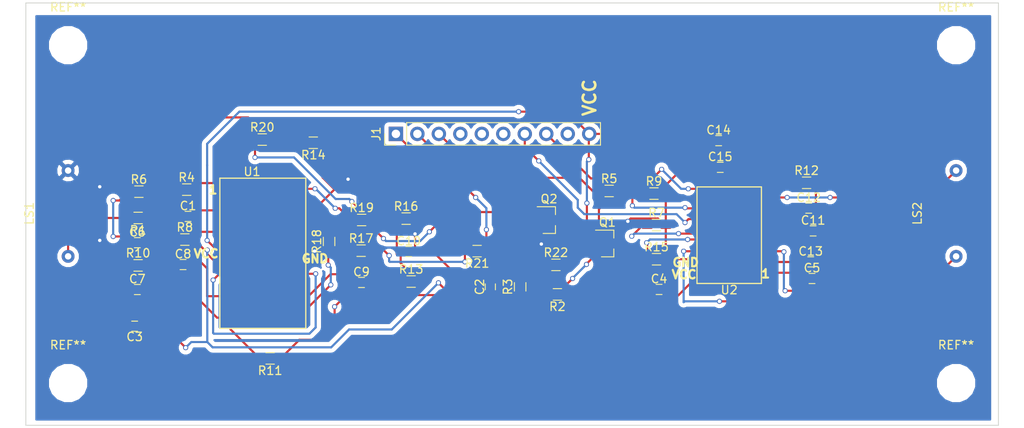
<source format=kicad_pcb>
(kicad_pcb (version 4) (host pcbnew 4.0.7)

  (general
    (links 84)
    (no_connects 0)
    (area 66.871429 89.525 188.128572 140.575)
    (thickness 1.6)
    (drawings 11)
    (tracks 445)
    (zones 0)
    (modules 48)
    (nets 41)
  )

  (page A4)
  (layers
    (0 F.Cu signal)
    (31 B.Cu signal)
    (32 B.Adhes user)
    (33 F.Adhes user)
    (34 B.Paste user)
    (35 F.Paste user)
    (36 B.SilkS user)
    (37 F.SilkS user)
    (38 B.Mask user)
    (39 F.Mask user)
    (40 Dwgs.User user)
    (41 Cmts.User user)
    (42 Eco1.User user)
    (43 Eco2.User user)
    (44 Edge.Cuts user)
    (45 Margin user)
    (46 B.CrtYd user)
    (47 F.CrtYd user)
    (48 B.Fab user)
    (49 F.Fab user)
  )

  (setup
    (last_trace_width 0.25)
    (trace_clearance 0.2)
    (zone_clearance 0.508)
    (zone_45_only no)
    (trace_min 0.2)
    (segment_width 0.2)
    (edge_width 0.1)
    (via_size 0.6)
    (via_drill 0.4)
    (via_min_size 0.4)
    (via_min_drill 0.3)
    (uvia_size 0.3)
    (uvia_drill 0.1)
    (uvias_allowed no)
    (uvia_min_size 0.2)
    (uvia_min_drill 0.1)
    (pcb_text_width 0.3)
    (pcb_text_size 1.5 1.5)
    (mod_edge_width 0.15)
    (mod_text_size 1 1)
    (mod_text_width 0.15)
    (pad_size 1.5 1.5)
    (pad_drill 0.6)
    (pad_to_mask_clearance 0)
    (aux_axis_origin 0 0)
    (visible_elements FFFFEF7F)
    (pcbplotparams
      (layerselection 0x010d0_80000001)
      (usegerberextensions false)
      (excludeedgelayer true)
      (linewidth 0.100000)
      (plotframeref false)
      (viasonmask false)
      (mode 1)
      (useauxorigin false)
      (hpglpennumber 1)
      (hpglpenspeed 20)
      (hpglpendiameter 15)
      (hpglpenoverlay 2)
      (psnegative false)
      (psa4output false)
      (plotreference true)
      (plotvalue true)
      (plotinvisibletext false)
      (padsonsilk false)
      (subtractmaskfromsilk false)
      (outputformat 1)
      (mirror false)
      (drillshape 0)
      (scaleselection 1)
      (outputdirectory "/Users/Rachel/Google Drive/analog_anemometer/"))
  )

  (net 0 "")
  (net 1 "Net-(C1-Pad1)")
  (net 2 "Net-(C1-Pad2)")
  (net 3 "Net-(C2-Pad1)")
  (net 4 GND)
  (net 5 "Net-(C4-Pad1)")
  (net 6 "Net-(C5-Pad1)")
  (net 7 "Net-(C5-Pad2)")
  (net 8 "Net-(C6-Pad1)")
  (net 9 "Net-(C6-Pad2)")
  (net 10 "Net-(C7-Pad2)")
  (net 11 "Net-(C9-Pad1)")
  (net 12 "Net-(C9-Pad2)")
  (net 13 "Net-(C10-Pad1)")
  (net 14 "Net-(C11-Pad1)")
  (net 15 "Net-(C11-Pad2)")
  (net 16 "Net-(C12-Pad1)")
  (net 17 "Net-(C13-Pad1)")
  (net 18 VCC)
  (net 19 "Net-(J1-Pad1)")
  (net 20 "Net-(J1-Pad2)")
  (net 21 "Net-(J1-Pad3)")
  (net 22 "Net-(J1-Pad4)")
  (net 23 "Net-(J1-Pad5)")
  (net 24 "Net-(J1-Pad6)")
  (net 25 "Net-(J1-Pad7)")
  (net 26 "Net-(J1-Pad8)")
  (net 27 "Net-(J1-Pad9)")
  (net 28 "Net-(LS1-Pad1)")
  (net 29 "Net-(LS2-Pad1)")
  (net 30 "Net-(LS2-Pad2)")
  (net 31 "Net-(Q1-Pad1)")
  (net 32 "Net-(Q2-Pad1)")
  (net 33 "Net-(R4-Pad1)")
  (net 34 "Net-(R7-Pad1)")
  (net 35 "Net-(R9-Pad1)")
  (net 36 "Net-(R12-Pad1)")
  (net 37 "Net-(R15-Pad1)")
  (net 38 "Net-(R17-Pad1)")
  (net 39 "Net-(R18-Pad2)")
  (net 40 "Net-(R19-Pad1)")

  (net_class Default "This is the default net class."
    (clearance 0.2)
    (trace_width 0.25)
    (via_dia 0.6)
    (via_drill 0.4)
    (uvia_dia 0.3)
    (uvia_drill 0.1)
    (add_net GND)
    (add_net "Net-(C1-Pad1)")
    (add_net "Net-(C1-Pad2)")
    (add_net "Net-(C10-Pad1)")
    (add_net "Net-(C11-Pad1)")
    (add_net "Net-(C11-Pad2)")
    (add_net "Net-(C12-Pad1)")
    (add_net "Net-(C13-Pad1)")
    (add_net "Net-(C2-Pad1)")
    (add_net "Net-(C4-Pad1)")
    (add_net "Net-(C5-Pad1)")
    (add_net "Net-(C5-Pad2)")
    (add_net "Net-(C6-Pad1)")
    (add_net "Net-(C6-Pad2)")
    (add_net "Net-(C7-Pad2)")
    (add_net "Net-(C9-Pad1)")
    (add_net "Net-(C9-Pad2)")
    (add_net "Net-(J1-Pad1)")
    (add_net "Net-(J1-Pad2)")
    (add_net "Net-(J1-Pad3)")
    (add_net "Net-(J1-Pad4)")
    (add_net "Net-(J1-Pad5)")
    (add_net "Net-(J1-Pad6)")
    (add_net "Net-(J1-Pad7)")
    (add_net "Net-(J1-Pad8)")
    (add_net "Net-(J1-Pad9)")
    (add_net "Net-(LS1-Pad1)")
    (add_net "Net-(LS2-Pad1)")
    (add_net "Net-(LS2-Pad2)")
    (add_net "Net-(Q1-Pad1)")
    (add_net "Net-(Q2-Pad1)")
    (add_net "Net-(R12-Pad1)")
    (add_net "Net-(R15-Pad1)")
    (add_net "Net-(R17-Pad1)")
    (add_net "Net-(R18-Pad2)")
    (add_net "Net-(R19-Pad1)")
    (add_net "Net-(R4-Pad1)")
    (add_net "Net-(R7-Pad1)")
    (add_net "Net-(R9-Pad1)")
    (add_net VCC)
  )

  (module EM78P153S:MAX232A (layer F.Cu) (tedit 5A497B02) (tstamp 5A4883AC)
    (at 150.63216 124.47778 180)
    (path /5A068209)
    (fp_text reference U2 (at -2.54 0.5 180) (layer F.SilkS)
      (effects (font (size 1 1) (thickness 0.15)))
    )
    (fp_text value MAX232 (at -2.54 -0.5 180) (layer F.Fab)
      (effects (font (size 1 1) (thickness 0.15)))
    )
    (fp_line (start -6.35 1.27) (end -6.35 12.7) (layer F.SilkS) (width 0.15))
    (fp_line (start 1.27 12.7) (end -6.35 12.7) (layer F.SilkS) (width 0.15))
    (fp_line (start 1.27 1.27) (end 1.27 12.7) (layer F.SilkS) (width 0.15))
    (fp_line (start -6.35 1.27) (end 1.27 1.27) (layer F.SilkS) (width 0.15))
    (pad 1 smd rect (at -5.08 2.54 180) (size 1.1 0.5) (layers F.Cu F.Paste F.Mask)
      (net 6 "Net-(C5-Pad1)"))
    (pad 2 smd rect (at -5.08 3.81 180) (size 1.1 0.5) (layers F.Cu F.Paste F.Mask)
      (net 17 "Net-(C13-Pad1)"))
    (pad 3 smd rect (at -5.08 5.08 180) (size 1.1 0.5) (layers F.Cu F.Paste F.Mask)
      (net 7 "Net-(C5-Pad2)"))
    (pad 4 smd rect (at -5.08 6.35 180) (size 1.1 0.5) (layers F.Cu F.Paste F.Mask)
      (net 14 "Net-(C11-Pad1)"))
    (pad 5 smd rect (at -5.08 7.62 180) (size 1.1 0.5) (layers F.Cu F.Paste F.Mask)
      (net 15 "Net-(C11-Pad2)"))
    (pad 6 smd rect (at -5.08 8.89 180) (size 1.1 0.5) (layers F.Cu F.Paste F.Mask)
      (net 16 "Net-(C12-Pad1)"))
    (pad 7 smd rect (at -5.08 10.16 180) (size 1.1 0.5) (layers F.Cu F.Paste F.Mask)
      (net 30 "Net-(LS2-Pad2)"))
    (pad 8 smd rect (at -5.08 11.43 180) (size 1.1 0.5) (layers F.Cu F.Paste F.Mask)
      (net 36 "Net-(R12-Pad1)"))
    (pad 9 smd rect (at 0 11.43 180) (size 1.1 0.5) (layers F.Cu F.Paste F.Mask)
      (net 35 "Net-(R9-Pad1)"))
    (pad 10 smd rect (at 0 10.16 180) (size 1.1 0.5) (layers F.Cu F.Paste F.Mask)
      (net 26 "Net-(J1-Pad8)"))
    (pad 11 smd rect (at 0 8.89 180) (size 1.1 0.5) (layers F.Cu F.Paste F.Mask)
      (net 25 "Net-(J1-Pad7)"))
    (pad 12 smd rect (at 0 7.62 180) (size 1.1 0.5) (layers F.Cu F.Paste F.Mask)
      (net 34 "Net-(R7-Pad1)"))
    (pad 13 smd rect (at 0 6.35 180) (size 1.1 0.5) (layers F.Cu F.Paste F.Mask)
      (net 37 "Net-(R15-Pad1)"))
    (pad 14 smd rect (at 0 5.08 180) (size 1.1 0.5) (layers F.Cu F.Paste F.Mask)
      (net 29 "Net-(LS2-Pad1)"))
    (pad 15 smd rect (at 0 3.81 180) (size 1.1 0.5) (layers F.Cu F.Paste F.Mask)
      (net 4 GND))
    (pad 16 smd rect (at 0 2.54 180) (size 1.1 0.5) (layers F.Cu F.Paste F.Mask)
      (net 5 "Net-(C4-Pad1)"))
  )

  (module EM78P153S:LM324 (layer F.Cu) (tedit 5A497446) (tstamp 5A488392)
    (at 96.75368 109.47654)
    (path /59CF011C)
    (fp_text reference U1 (at 0 0.5) (layer F.SilkS)
      (effects (font (size 1 1) (thickness 0.15)))
    )
    (fp_text value LM324 (at 0 -0.5) (layer F.Fab)
      (effects (font (size 1 1) (thickness 0.15)))
    )
    (fp_line (start 6.35 1.27) (end -3.81 1.27) (layer F.SilkS) (width 0.15))
    (fp_line (start -3.81 19.05) (end -3.81 1.27) (layer F.SilkS) (width 0.15))
    (fp_line (start 6.35 19.05) (end -3.81 19.05) (layer F.SilkS) (width 0.15))
    (fp_line (start 6.35 1.27) (end 6.35 19.05) (layer F.SilkS) (width 0.15))
    (pad 1 smd rect (at -2.54 2.54) (size 1.1 0.5) (layers F.Cu F.Paste F.Mask)
      (net 33 "Net-(R4-Pad1)"))
    (pad 2 smd rect (at -2.54 5.08) (size 1.1 0.5) (layers F.Cu F.Paste F.Mask)
      (net 2 "Net-(C1-Pad2)"))
    (pad 3 smd rect (at -2.54 7.62) (size 1.1 0.5) (layers F.Cu F.Paste F.Mask)
      (net 3 "Net-(C2-Pad1)"))
    (pad 4 smd rect (at -2.54 10.16) (size 1.1 0.5) (layers F.Cu F.Paste F.Mask)
      (net 18 VCC))
    (pad 5 smd rect (at -2.54 12.7) (size 1.1 0.5) (layers F.Cu F.Paste F.Mask)
      (net 3 "Net-(C2-Pad1)"))
    (pad 6 smd rect (at -2.54 15.24) (size 1.1 0.5) (layers F.Cu F.Paste F.Mask)
      (net 9 "Net-(C6-Pad2)"))
    (pad 7 smd rect (at -2.54 17.78) (size 1.1 0.5) (layers F.Cu F.Paste F.Mask)
      (net 10 "Net-(C7-Pad2)"))
    (pad 8 smd rect (at 5.08 17.78) (size 1.1 0.5) (layers F.Cu F.Paste F.Mask)
      (net 38 "Net-(R17-Pad1)"))
    (pad 9 smd rect (at 5.08 15.24) (size 1.1 0.5) (layers F.Cu F.Paste F.Mask)
      (net 12 "Net-(C9-Pad2)"))
    (pad 10 smd rect (at 5.08 12.7) (size 1.1 0.5) (layers F.Cu F.Paste F.Mask)
      (net 3 "Net-(C2-Pad1)"))
    (pad 11 smd rect (at 5.08 10.16) (size 1.1 0.5) (layers F.Cu F.Paste F.Mask)
      (net 4 GND))
    (pad 12 smd rect (at 5.08 7.62) (size 1.1 0.5) (layers F.Cu F.Paste F.Mask)
      (net 39 "Net-(R18-Pad2)"))
    (pad 13 smd rect (at 5.08 5.08) (size 1.1 0.5) (layers F.Cu F.Paste F.Mask)
      (net 13 "Net-(C10-Pad1)"))
    (pad 14 smd rect (at 5.08 2.54) (size 1.1 0.5) (layers F.Cu F.Paste F.Mask)
      (net 40 "Net-(R19-Pad1)"))
  )

  (module Capacitors_SMD:C_0603_HandSoldering (layer F.Cu) (tedit 58AA848B) (tstamp 5A4880C2)
    (at 89.18194 115.27282)
    (descr "Capacitor SMD 0603, hand soldering")
    (tags "capacitor 0603")
    (path /59D41B18)
    (attr smd)
    (fp_text reference C1 (at 0 -1.25) (layer F.SilkS)
      (effects (font (size 1 1) (thickness 0.15)))
    )
    (fp_text value 10n (at 0 1.5) (layer F.Fab)
      (effects (font (size 1 1) (thickness 0.15)))
    )
    (fp_text user %R (at 0 -1.25) (layer F.Fab)
      (effects (font (size 1 1) (thickness 0.15)))
    )
    (fp_line (start -0.8 0.4) (end -0.8 -0.4) (layer F.Fab) (width 0.1))
    (fp_line (start 0.8 0.4) (end -0.8 0.4) (layer F.Fab) (width 0.1))
    (fp_line (start 0.8 -0.4) (end 0.8 0.4) (layer F.Fab) (width 0.1))
    (fp_line (start -0.8 -0.4) (end 0.8 -0.4) (layer F.Fab) (width 0.1))
    (fp_line (start -0.35 -0.6) (end 0.35 -0.6) (layer F.SilkS) (width 0.12))
    (fp_line (start 0.35 0.6) (end -0.35 0.6) (layer F.SilkS) (width 0.12))
    (fp_line (start -1.8 -0.65) (end 1.8 -0.65) (layer F.CrtYd) (width 0.05))
    (fp_line (start -1.8 -0.65) (end -1.8 0.65) (layer F.CrtYd) (width 0.05))
    (fp_line (start 1.8 0.65) (end 1.8 -0.65) (layer F.CrtYd) (width 0.05))
    (fp_line (start 1.8 0.65) (end -1.8 0.65) (layer F.CrtYd) (width 0.05))
    (pad 1 smd rect (at -0.95 0) (size 1.2 0.75) (layers F.Cu F.Paste F.Mask)
      (net 1 "Net-(C1-Pad1)"))
    (pad 2 smd rect (at 0.95 0) (size 1.2 0.75) (layers F.Cu F.Paste F.Mask)
      (net 2 "Net-(C1-Pad2)"))
    (model Capacitors_SMD.3dshapes/C_0603.wrl
      (at (xyz 0 0 0))
      (scale (xyz 1 1 1))
      (rotate (xyz 0 0 0))
    )
  )

  (module Capacitors_SMD:C_0603_HandSoldering (layer F.Cu) (tedit 58AA848B) (tstamp 5A4880D3)
    (at 124.92482 123.60906 90)
    (descr "Capacitor SMD 0603, hand soldering")
    (tags "capacitor 0603")
    (path /59D4435F)
    (attr smd)
    (fp_text reference C2 (at 0 -1.25 90) (layer F.SilkS)
      (effects (font (size 1 1) (thickness 0.15)))
    )
    (fp_text value 1u2 (at 0 1.5 90) (layer F.Fab)
      (effects (font (size 1 1) (thickness 0.15)))
    )
    (fp_text user %R (at 0 -1.25 90) (layer F.Fab)
      (effects (font (size 1 1) (thickness 0.15)))
    )
    (fp_line (start -0.8 0.4) (end -0.8 -0.4) (layer F.Fab) (width 0.1))
    (fp_line (start 0.8 0.4) (end -0.8 0.4) (layer F.Fab) (width 0.1))
    (fp_line (start 0.8 -0.4) (end 0.8 0.4) (layer F.Fab) (width 0.1))
    (fp_line (start -0.8 -0.4) (end 0.8 -0.4) (layer F.Fab) (width 0.1))
    (fp_line (start -0.35 -0.6) (end 0.35 -0.6) (layer F.SilkS) (width 0.12))
    (fp_line (start 0.35 0.6) (end -0.35 0.6) (layer F.SilkS) (width 0.12))
    (fp_line (start -1.8 -0.65) (end 1.8 -0.65) (layer F.CrtYd) (width 0.05))
    (fp_line (start -1.8 -0.65) (end -1.8 0.65) (layer F.CrtYd) (width 0.05))
    (fp_line (start 1.8 0.65) (end 1.8 -0.65) (layer F.CrtYd) (width 0.05))
    (fp_line (start 1.8 0.65) (end -1.8 0.65) (layer F.CrtYd) (width 0.05))
    (pad 1 smd rect (at -0.95 0 90) (size 1.2 0.75) (layers F.Cu F.Paste F.Mask)
      (net 3 "Net-(C2-Pad1)"))
    (pad 2 smd rect (at 0.95 0 90) (size 1.2 0.75) (layers F.Cu F.Paste F.Mask)
      (net 4 GND))
    (model Capacitors_SMD.3dshapes/C_0603.wrl
      (at (xyz 0 0 0))
      (scale (xyz 1 1 1))
      (rotate (xyz 0 0 0))
    )
  )

  (module Capacitors_SMD:C_0603_HandSoldering (layer F.Cu) (tedit 58AA848B) (tstamp 5A4880E4)
    (at 82.87 128.27 180)
    (descr "Capacitor SMD 0603, hand soldering")
    (tags "capacitor 0603")
    (path /59D4441E)
    (attr smd)
    (fp_text reference C3 (at 0 -1.25 180) (layer F.SilkS)
      (effects (font (size 1 1) (thickness 0.15)))
    )
    (fp_text value 150n (at 0 1.5 180) (layer F.Fab)
      (effects (font (size 1 1) (thickness 0.15)))
    )
    (fp_text user %R (at 0 -1.25 180) (layer F.Fab)
      (effects (font (size 1 1) (thickness 0.15)))
    )
    (fp_line (start -0.8 0.4) (end -0.8 -0.4) (layer F.Fab) (width 0.1))
    (fp_line (start 0.8 0.4) (end -0.8 0.4) (layer F.Fab) (width 0.1))
    (fp_line (start 0.8 -0.4) (end 0.8 0.4) (layer F.Fab) (width 0.1))
    (fp_line (start -0.8 -0.4) (end 0.8 -0.4) (layer F.Fab) (width 0.1))
    (fp_line (start -0.35 -0.6) (end 0.35 -0.6) (layer F.SilkS) (width 0.12))
    (fp_line (start 0.35 0.6) (end -0.35 0.6) (layer F.SilkS) (width 0.12))
    (fp_line (start -1.8 -0.65) (end 1.8 -0.65) (layer F.CrtYd) (width 0.05))
    (fp_line (start -1.8 -0.65) (end -1.8 0.65) (layer F.CrtYd) (width 0.05))
    (fp_line (start 1.8 0.65) (end 1.8 -0.65) (layer F.CrtYd) (width 0.05))
    (fp_line (start 1.8 0.65) (end -1.8 0.65) (layer F.CrtYd) (width 0.05))
    (pad 1 smd rect (at -0.95 0 180) (size 1.2 0.75) (layers F.Cu F.Paste F.Mask)
      (net 3 "Net-(C2-Pad1)"))
    (pad 2 smd rect (at 0.95 0 180) (size 1.2 0.75) (layers F.Cu F.Paste F.Mask)
      (net 4 GND))
    (model Capacitors_SMD.3dshapes/C_0603.wrl
      (at (xyz 0 0 0))
      (scale (xyz 1 1 1))
      (rotate (xyz 0 0 0))
    )
  )

  (module Capacitors_SMD:C_0603_HandSoldering (layer F.Cu) (tedit 58AA848B) (tstamp 5A4880F5)
    (at 144.87902 123.91644)
    (descr "Capacitor SMD 0603, hand soldering")
    (tags "capacitor 0603")
    (path /59CEAF16)
    (attr smd)
    (fp_text reference C4 (at 0 -1.25) (layer F.SilkS)
      (effects (font (size 1 1) (thickness 0.15)))
    )
    (fp_text value 10uF (at 0 1.5) (layer F.Fab)
      (effects (font (size 1 1) (thickness 0.15)))
    )
    (fp_text user %R (at 0 -1.25) (layer F.Fab)
      (effects (font (size 1 1) (thickness 0.15)))
    )
    (fp_line (start -0.8 0.4) (end -0.8 -0.4) (layer F.Fab) (width 0.1))
    (fp_line (start 0.8 0.4) (end -0.8 0.4) (layer F.Fab) (width 0.1))
    (fp_line (start 0.8 -0.4) (end 0.8 0.4) (layer F.Fab) (width 0.1))
    (fp_line (start -0.8 -0.4) (end 0.8 -0.4) (layer F.Fab) (width 0.1))
    (fp_line (start -0.35 -0.6) (end 0.35 -0.6) (layer F.SilkS) (width 0.12))
    (fp_line (start 0.35 0.6) (end -0.35 0.6) (layer F.SilkS) (width 0.12))
    (fp_line (start -1.8 -0.65) (end 1.8 -0.65) (layer F.CrtYd) (width 0.05))
    (fp_line (start -1.8 -0.65) (end -1.8 0.65) (layer F.CrtYd) (width 0.05))
    (fp_line (start 1.8 0.65) (end 1.8 -0.65) (layer F.CrtYd) (width 0.05))
    (fp_line (start 1.8 0.65) (end -1.8 0.65) (layer F.CrtYd) (width 0.05))
    (pad 1 smd rect (at -0.95 0) (size 1.2 0.75) (layers F.Cu F.Paste F.Mask)
      (net 5 "Net-(C4-Pad1)"))
    (pad 2 smd rect (at 0.95 0) (size 1.2 0.75) (layers F.Cu F.Paste F.Mask)
      (net 4 GND))
    (model Capacitors_SMD.3dshapes/C_0603.wrl
      (at (xyz 0 0 0))
      (scale (xyz 1 1 1))
      (rotate (xyz 0 0 0))
    )
  )

  (module Capacitors_SMD:C_0603_HandSoldering (layer F.Cu) (tedit 58AA848B) (tstamp 5A488106)
    (at 162.96128 122.6185)
    (descr "Capacitor SMD 0603, hand soldering")
    (tags "capacitor 0603")
    (path /59CEAFB9)
    (attr smd)
    (fp_text reference C5 (at 0 -1.25) (layer F.SilkS)
      (effects (font (size 1 1) (thickness 0.15)))
    )
    (fp_text value 1uF (at 0 1.5) (layer F.Fab)
      (effects (font (size 1 1) (thickness 0.15)))
    )
    (fp_text user %R (at 0 -1.25) (layer F.Fab)
      (effects (font (size 1 1) (thickness 0.15)))
    )
    (fp_line (start -0.8 0.4) (end -0.8 -0.4) (layer F.Fab) (width 0.1))
    (fp_line (start 0.8 0.4) (end -0.8 0.4) (layer F.Fab) (width 0.1))
    (fp_line (start 0.8 -0.4) (end 0.8 0.4) (layer F.Fab) (width 0.1))
    (fp_line (start -0.8 -0.4) (end 0.8 -0.4) (layer F.Fab) (width 0.1))
    (fp_line (start -0.35 -0.6) (end 0.35 -0.6) (layer F.SilkS) (width 0.12))
    (fp_line (start 0.35 0.6) (end -0.35 0.6) (layer F.SilkS) (width 0.12))
    (fp_line (start -1.8 -0.65) (end 1.8 -0.65) (layer F.CrtYd) (width 0.05))
    (fp_line (start -1.8 -0.65) (end -1.8 0.65) (layer F.CrtYd) (width 0.05))
    (fp_line (start 1.8 0.65) (end 1.8 -0.65) (layer F.CrtYd) (width 0.05))
    (fp_line (start 1.8 0.65) (end -1.8 0.65) (layer F.CrtYd) (width 0.05))
    (pad 1 smd rect (at -0.95 0) (size 1.2 0.75) (layers F.Cu F.Paste F.Mask)
      (net 6 "Net-(C5-Pad1)"))
    (pad 2 smd rect (at 0.95 0) (size 1.2 0.75) (layers F.Cu F.Paste F.Mask)
      (net 7 "Net-(C5-Pad2)"))
    (model Capacitors_SMD.3dshapes/C_0603.wrl
      (at (xyz 0 0 0))
      (scale (xyz 1 1 1))
      (rotate (xyz 0 0 0))
    )
  )

  (module Capacitors_SMD:C_0603_HandSoldering (layer F.Cu) (tedit 58AA848B) (tstamp 5A488117)
    (at 83.18496 118.38178)
    (descr "Capacitor SMD 0603, hand soldering")
    (tags "capacitor 0603")
    (path /59D40E12)
    (attr smd)
    (fp_text reference C6 (at 0 -1.25) (layer F.SilkS)
      (effects (font (size 1 1) (thickness 0.15)))
    )
    (fp_text value 1n (at 0 1.5) (layer F.Fab)
      (effects (font (size 1 1) (thickness 0.15)))
    )
    (fp_text user %R (at 0 -1.25) (layer F.Fab)
      (effects (font (size 1 1) (thickness 0.15)))
    )
    (fp_line (start -0.8 0.4) (end -0.8 -0.4) (layer F.Fab) (width 0.1))
    (fp_line (start 0.8 0.4) (end -0.8 0.4) (layer F.Fab) (width 0.1))
    (fp_line (start 0.8 -0.4) (end 0.8 0.4) (layer F.Fab) (width 0.1))
    (fp_line (start -0.8 -0.4) (end 0.8 -0.4) (layer F.Fab) (width 0.1))
    (fp_line (start -0.35 -0.6) (end 0.35 -0.6) (layer F.SilkS) (width 0.12))
    (fp_line (start 0.35 0.6) (end -0.35 0.6) (layer F.SilkS) (width 0.12))
    (fp_line (start -1.8 -0.65) (end 1.8 -0.65) (layer F.CrtYd) (width 0.05))
    (fp_line (start -1.8 -0.65) (end -1.8 0.65) (layer F.CrtYd) (width 0.05))
    (fp_line (start 1.8 0.65) (end 1.8 -0.65) (layer F.CrtYd) (width 0.05))
    (fp_line (start 1.8 0.65) (end -1.8 0.65) (layer F.CrtYd) (width 0.05))
    (pad 1 smd rect (at -0.95 0) (size 1.2 0.75) (layers F.Cu F.Paste F.Mask)
      (net 8 "Net-(C6-Pad1)"))
    (pad 2 smd rect (at 0.95 0) (size 1.2 0.75) (layers F.Cu F.Paste F.Mask)
      (net 9 "Net-(C6-Pad2)"))
    (model Capacitors_SMD.3dshapes/C_0603.wrl
      (at (xyz 0 0 0))
      (scale (xyz 1 1 1))
      (rotate (xyz 0 0 0))
    )
  )

  (module Capacitors_SMD:C_0603_HandSoldering (layer F.Cu) (tedit 58AA848B) (tstamp 5A488128)
    (at 83.18496 123.9266)
    (descr "Capacitor SMD 0603, hand soldering")
    (tags "capacitor 0603")
    (path /59D400EF)
    (attr smd)
    (fp_text reference C7 (at 0 -1.25) (layer F.SilkS)
      (effects (font (size 1 1) (thickness 0.15)))
    )
    (fp_text value 1n (at 0 1.5) (layer F.Fab)
      (effects (font (size 1 1) (thickness 0.15)))
    )
    (fp_text user %R (at 0 -1.25) (layer F.Fab)
      (effects (font (size 1 1) (thickness 0.15)))
    )
    (fp_line (start -0.8 0.4) (end -0.8 -0.4) (layer F.Fab) (width 0.1))
    (fp_line (start 0.8 0.4) (end -0.8 0.4) (layer F.Fab) (width 0.1))
    (fp_line (start 0.8 -0.4) (end 0.8 0.4) (layer F.Fab) (width 0.1))
    (fp_line (start -0.8 -0.4) (end 0.8 -0.4) (layer F.Fab) (width 0.1))
    (fp_line (start -0.35 -0.6) (end 0.35 -0.6) (layer F.SilkS) (width 0.12))
    (fp_line (start 0.35 0.6) (end -0.35 0.6) (layer F.SilkS) (width 0.12))
    (fp_line (start -1.8 -0.65) (end 1.8 -0.65) (layer F.CrtYd) (width 0.05))
    (fp_line (start -1.8 -0.65) (end -1.8 0.65) (layer F.CrtYd) (width 0.05))
    (fp_line (start 1.8 0.65) (end 1.8 -0.65) (layer F.CrtYd) (width 0.05))
    (fp_line (start 1.8 0.65) (end -1.8 0.65) (layer F.CrtYd) (width 0.05))
    (pad 1 smd rect (at -0.95 0) (size 1.2 0.75) (layers F.Cu F.Paste F.Mask)
      (net 8 "Net-(C6-Pad1)"))
    (pad 2 smd rect (at 0.95 0) (size 1.2 0.75) (layers F.Cu F.Paste F.Mask)
      (net 10 "Net-(C7-Pad2)"))
    (model Capacitors_SMD.3dshapes/C_0603.wrl
      (at (xyz 0 0 0))
      (scale (xyz 1 1 1))
      (rotate (xyz 0 0 0))
    )
  )

  (module Capacitors_SMD:C_0603_HandSoldering (layer F.Cu) (tedit 58AA848B) (tstamp 5A488139)
    (at 88.59262 120.97004)
    (descr "Capacitor SMD 0603, hand soldering")
    (tags "capacitor 0603")
    (path /59D3FFF9)
    (attr smd)
    (fp_text reference C8 (at 0 -1.25) (layer F.SilkS)
      (effects (font (size 1 1) (thickness 0.15)))
    )
    (fp_text value 12p (at 0 1.5) (layer F.Fab)
      (effects (font (size 1 1) (thickness 0.15)))
    )
    (fp_text user %R (at 0 -1.25) (layer F.Fab)
      (effects (font (size 1 1) (thickness 0.15)))
    )
    (fp_line (start -0.8 0.4) (end -0.8 -0.4) (layer F.Fab) (width 0.1))
    (fp_line (start 0.8 0.4) (end -0.8 0.4) (layer F.Fab) (width 0.1))
    (fp_line (start 0.8 -0.4) (end 0.8 0.4) (layer F.Fab) (width 0.1))
    (fp_line (start -0.8 -0.4) (end 0.8 -0.4) (layer F.Fab) (width 0.1))
    (fp_line (start -0.35 -0.6) (end 0.35 -0.6) (layer F.SilkS) (width 0.12))
    (fp_line (start 0.35 0.6) (end -0.35 0.6) (layer F.SilkS) (width 0.12))
    (fp_line (start -1.8 -0.65) (end 1.8 -0.65) (layer F.CrtYd) (width 0.05))
    (fp_line (start -1.8 -0.65) (end -1.8 0.65) (layer F.CrtYd) (width 0.05))
    (fp_line (start 1.8 0.65) (end 1.8 -0.65) (layer F.CrtYd) (width 0.05))
    (fp_line (start 1.8 0.65) (end -1.8 0.65) (layer F.CrtYd) (width 0.05))
    (pad 1 smd rect (at -0.95 0) (size 1.2 0.75) (layers F.Cu F.Paste F.Mask)
      (net 9 "Net-(C6-Pad2)"))
    (pad 2 smd rect (at 0.95 0) (size 1.2 0.75) (layers F.Cu F.Paste F.Mask)
      (net 10 "Net-(C7-Pad2)"))
    (model Capacitors_SMD.3dshapes/C_0603.wrl
      (at (xyz 0 0 0))
      (scale (xyz 1 1 1))
      (rotate (xyz 0 0 0))
    )
  )

  (module Capacitors_SMD:C_0603_HandSoldering (layer F.Cu) (tedit 58AA848B) (tstamp 5A48814A)
    (at 109.6924 123.0884)
    (descr "Capacitor SMD 0603, hand soldering")
    (tags "capacitor 0603")
    (path /59D3F7B3)
    (attr smd)
    (fp_text reference C9 (at 0 -1.25) (layer F.SilkS)
      (effects (font (size 1 1) (thickness 0.15)))
    )
    (fp_text value 10n (at 0 1.5) (layer F.Fab)
      (effects (font (size 1 1) (thickness 0.15)))
    )
    (fp_text user %R (at 0 -1.25) (layer F.Fab)
      (effects (font (size 1 1) (thickness 0.15)))
    )
    (fp_line (start -0.8 0.4) (end -0.8 -0.4) (layer F.Fab) (width 0.1))
    (fp_line (start 0.8 0.4) (end -0.8 0.4) (layer F.Fab) (width 0.1))
    (fp_line (start 0.8 -0.4) (end 0.8 0.4) (layer F.Fab) (width 0.1))
    (fp_line (start -0.8 -0.4) (end 0.8 -0.4) (layer F.Fab) (width 0.1))
    (fp_line (start -0.35 -0.6) (end 0.35 -0.6) (layer F.SilkS) (width 0.12))
    (fp_line (start 0.35 0.6) (end -0.35 0.6) (layer F.SilkS) (width 0.12))
    (fp_line (start -1.8 -0.65) (end 1.8 -0.65) (layer F.CrtYd) (width 0.05))
    (fp_line (start -1.8 -0.65) (end -1.8 0.65) (layer F.CrtYd) (width 0.05))
    (fp_line (start 1.8 0.65) (end 1.8 -0.65) (layer F.CrtYd) (width 0.05))
    (fp_line (start 1.8 0.65) (end -1.8 0.65) (layer F.CrtYd) (width 0.05))
    (pad 1 smd rect (at -0.95 0) (size 1.2 0.75) (layers F.Cu F.Paste F.Mask)
      (net 11 "Net-(C9-Pad1)"))
    (pad 2 smd rect (at 0.95 0) (size 1.2 0.75) (layers F.Cu F.Paste F.Mask)
      (net 12 "Net-(C9-Pad2)"))
    (model Capacitors_SMD.3dshapes/C_0603.wrl
      (at (xyz 0 0 0))
      (scale (xyz 1 1 1))
      (rotate (xyz 0 0 0))
    )
  )

  (module Capacitors_SMD:C_0603_HandSoldering (layer F.Cu) (tedit 58AA848B) (tstamp 5A48815B)
    (at 115.27282 119.42572)
    (descr "Capacitor SMD 0603, hand soldering")
    (tags "capacitor 0603")
    (path /59CF046B)
    (attr smd)
    (fp_text reference C10 (at 0 -1.25) (layer F.SilkS)
      (effects (font (size 1 1) (thickness 0.15)))
    )
    (fp_text value CP1_Small (at 0 1.5) (layer F.Fab)
      (effects (font (size 1 1) (thickness 0.15)))
    )
    (fp_text user %R (at 0 -1.25) (layer F.Fab)
      (effects (font (size 1 1) (thickness 0.15)))
    )
    (fp_line (start -0.8 0.4) (end -0.8 -0.4) (layer F.Fab) (width 0.1))
    (fp_line (start 0.8 0.4) (end -0.8 0.4) (layer F.Fab) (width 0.1))
    (fp_line (start 0.8 -0.4) (end 0.8 0.4) (layer F.Fab) (width 0.1))
    (fp_line (start -0.8 -0.4) (end 0.8 -0.4) (layer F.Fab) (width 0.1))
    (fp_line (start -0.35 -0.6) (end 0.35 -0.6) (layer F.SilkS) (width 0.12))
    (fp_line (start 0.35 0.6) (end -0.35 0.6) (layer F.SilkS) (width 0.12))
    (fp_line (start -1.8 -0.65) (end 1.8 -0.65) (layer F.CrtYd) (width 0.05))
    (fp_line (start -1.8 -0.65) (end -1.8 0.65) (layer F.CrtYd) (width 0.05))
    (fp_line (start 1.8 0.65) (end 1.8 -0.65) (layer F.CrtYd) (width 0.05))
    (fp_line (start 1.8 0.65) (end -1.8 0.65) (layer F.CrtYd) (width 0.05))
    (pad 1 smd rect (at -0.95 0) (size 1.2 0.75) (layers F.Cu F.Paste F.Mask)
      (net 13 "Net-(C10-Pad1)"))
    (pad 2 smd rect (at 0.95 0) (size 1.2 0.75) (layers F.Cu F.Paste F.Mask)
      (net 4 GND))
    (model Capacitors_SMD.3dshapes/C_0603.wrl
      (at (xyz 0 0 0))
      (scale (xyz 1 1 1))
      (rotate (xyz 0 0 0))
    )
  )

  (module Capacitors_SMD:C_0603_HandSoldering (layer F.Cu) (tedit 58AA848B) (tstamp 5A48816C)
    (at 163.09336 116.98478)
    (descr "Capacitor SMD 0603, hand soldering")
    (tags "capacitor 0603")
    (path /59CEB005)
    (attr smd)
    (fp_text reference C11 (at 0 -1.25) (layer F.SilkS)
      (effects (font (size 1 1) (thickness 0.15)))
    )
    (fp_text value 1uF (at 0 1.5) (layer F.Fab)
      (effects (font (size 1 1) (thickness 0.15)))
    )
    (fp_text user %R (at 0 -1.25) (layer F.Fab)
      (effects (font (size 1 1) (thickness 0.15)))
    )
    (fp_line (start -0.8 0.4) (end -0.8 -0.4) (layer F.Fab) (width 0.1))
    (fp_line (start 0.8 0.4) (end -0.8 0.4) (layer F.Fab) (width 0.1))
    (fp_line (start 0.8 -0.4) (end 0.8 0.4) (layer F.Fab) (width 0.1))
    (fp_line (start -0.8 -0.4) (end 0.8 -0.4) (layer F.Fab) (width 0.1))
    (fp_line (start -0.35 -0.6) (end 0.35 -0.6) (layer F.SilkS) (width 0.12))
    (fp_line (start 0.35 0.6) (end -0.35 0.6) (layer F.SilkS) (width 0.12))
    (fp_line (start -1.8 -0.65) (end 1.8 -0.65) (layer F.CrtYd) (width 0.05))
    (fp_line (start -1.8 -0.65) (end -1.8 0.65) (layer F.CrtYd) (width 0.05))
    (fp_line (start 1.8 0.65) (end 1.8 -0.65) (layer F.CrtYd) (width 0.05))
    (fp_line (start 1.8 0.65) (end -1.8 0.65) (layer F.CrtYd) (width 0.05))
    (pad 1 smd rect (at -0.95 0) (size 1.2 0.75) (layers F.Cu F.Paste F.Mask)
      (net 14 "Net-(C11-Pad1)"))
    (pad 2 smd rect (at 0.95 0) (size 1.2 0.75) (layers F.Cu F.Paste F.Mask)
      (net 15 "Net-(C11-Pad2)"))
    (model Capacitors_SMD.3dshapes/C_0603.wrl
      (at (xyz 0 0 0))
      (scale (xyz 1 1 1))
      (rotate (xyz 0 0 0))
    )
  )

  (module Capacitors_SMD:C_0603_HandSoldering (layer F.Cu) (tedit 58AA848B) (tstamp 5A48817D)
    (at 162.57266 114.28984)
    (descr "Capacitor SMD 0603, hand soldering")
    (tags "capacitor 0603")
    (path /59CEAE20)
    (attr smd)
    (fp_text reference C12 (at 0 -1.25) (layer F.SilkS)
      (effects (font (size 1 1) (thickness 0.15)))
    )
    (fp_text value 1uF (at 0 1.5) (layer F.Fab)
      (effects (font (size 1 1) (thickness 0.15)))
    )
    (fp_text user %R (at 0 -1.25) (layer F.Fab)
      (effects (font (size 1 1) (thickness 0.15)))
    )
    (fp_line (start -0.8 0.4) (end -0.8 -0.4) (layer F.Fab) (width 0.1))
    (fp_line (start 0.8 0.4) (end -0.8 0.4) (layer F.Fab) (width 0.1))
    (fp_line (start 0.8 -0.4) (end 0.8 0.4) (layer F.Fab) (width 0.1))
    (fp_line (start -0.8 -0.4) (end 0.8 -0.4) (layer F.Fab) (width 0.1))
    (fp_line (start -0.35 -0.6) (end 0.35 -0.6) (layer F.SilkS) (width 0.12))
    (fp_line (start 0.35 0.6) (end -0.35 0.6) (layer F.SilkS) (width 0.12))
    (fp_line (start -1.8 -0.65) (end 1.8 -0.65) (layer F.CrtYd) (width 0.05))
    (fp_line (start -1.8 -0.65) (end -1.8 0.65) (layer F.CrtYd) (width 0.05))
    (fp_line (start 1.8 0.65) (end 1.8 -0.65) (layer F.CrtYd) (width 0.05))
    (fp_line (start 1.8 0.65) (end -1.8 0.65) (layer F.CrtYd) (width 0.05))
    (pad 1 smd rect (at -0.95 0) (size 1.2 0.75) (layers F.Cu F.Paste F.Mask)
      (net 16 "Net-(C12-Pad1)"))
    (pad 2 smd rect (at 0.95 0) (size 1.2 0.75) (layers F.Cu F.Paste F.Mask)
      (net 4 GND))
    (model Capacitors_SMD.3dshapes/C_0603.wrl
      (at (xyz 0 0 0))
      (scale (xyz 1 1 1))
      (rotate (xyz 0 0 0))
    )
  )

  (module Capacitors_SMD:C_0603_HandSoldering (layer F.Cu) (tedit 58AA848B) (tstamp 5A48818E)
    (at 162.80888 120.65254)
    (descr "Capacitor SMD 0603, hand soldering")
    (tags "capacitor 0603")
    (path /59CEAE90)
    (attr smd)
    (fp_text reference C13 (at 0 -1.25) (layer F.SilkS)
      (effects (font (size 1 1) (thickness 0.15)))
    )
    (fp_text value 1uF (at 0 1.5) (layer F.Fab)
      (effects (font (size 1 1) (thickness 0.15)))
    )
    (fp_text user %R (at 0 -1.25) (layer F.Fab)
      (effects (font (size 1 1) (thickness 0.15)))
    )
    (fp_line (start -0.8 0.4) (end -0.8 -0.4) (layer F.Fab) (width 0.1))
    (fp_line (start 0.8 0.4) (end -0.8 0.4) (layer F.Fab) (width 0.1))
    (fp_line (start 0.8 -0.4) (end 0.8 0.4) (layer F.Fab) (width 0.1))
    (fp_line (start -0.8 -0.4) (end 0.8 -0.4) (layer F.Fab) (width 0.1))
    (fp_line (start -0.35 -0.6) (end 0.35 -0.6) (layer F.SilkS) (width 0.12))
    (fp_line (start 0.35 0.6) (end -0.35 0.6) (layer F.SilkS) (width 0.12))
    (fp_line (start -1.8 -0.65) (end 1.8 -0.65) (layer F.CrtYd) (width 0.05))
    (fp_line (start -1.8 -0.65) (end -1.8 0.65) (layer F.CrtYd) (width 0.05))
    (fp_line (start 1.8 0.65) (end 1.8 -0.65) (layer F.CrtYd) (width 0.05))
    (fp_line (start 1.8 0.65) (end -1.8 0.65) (layer F.CrtYd) (width 0.05))
    (pad 1 smd rect (at -0.95 0) (size 1.2 0.75) (layers F.Cu F.Paste F.Mask)
      (net 17 "Net-(C13-Pad1)"))
    (pad 2 smd rect (at 0.95 0) (size 1.2 0.75) (layers F.Cu F.Paste F.Mask)
      (net 4 GND))
    (model Capacitors_SMD.3dshapes/C_0603.wrl
      (at (xyz 0 0 0))
      (scale (xyz 1 1 1))
      (rotate (xyz 0 0 0))
    )
  )

  (module Capacitors_SMD:C_0603_HandSoldering (layer F.Cu) (tedit 58AA848B) (tstamp 5A48819F)
    (at 151.92252 106.30154)
    (descr "Capacitor SMD 0603, hand soldering")
    (tags "capacitor 0603")
    (path /59CEDE40)
    (attr smd)
    (fp_text reference C14 (at 0 -1.25) (layer F.SilkS)
      (effects (font (size 1 1) (thickness 0.15)))
    )
    (fp_text value 10uF (at 0 1.5) (layer F.Fab)
      (effects (font (size 1 1) (thickness 0.15)))
    )
    (fp_text user %R (at 0 -1.25) (layer F.Fab)
      (effects (font (size 1 1) (thickness 0.15)))
    )
    (fp_line (start -0.8 0.4) (end -0.8 -0.4) (layer F.Fab) (width 0.1))
    (fp_line (start 0.8 0.4) (end -0.8 0.4) (layer F.Fab) (width 0.1))
    (fp_line (start 0.8 -0.4) (end 0.8 0.4) (layer F.Fab) (width 0.1))
    (fp_line (start -0.8 -0.4) (end 0.8 -0.4) (layer F.Fab) (width 0.1))
    (fp_line (start -0.35 -0.6) (end 0.35 -0.6) (layer F.SilkS) (width 0.12))
    (fp_line (start 0.35 0.6) (end -0.35 0.6) (layer F.SilkS) (width 0.12))
    (fp_line (start -1.8 -0.65) (end 1.8 -0.65) (layer F.CrtYd) (width 0.05))
    (fp_line (start -1.8 -0.65) (end -1.8 0.65) (layer F.CrtYd) (width 0.05))
    (fp_line (start 1.8 0.65) (end 1.8 -0.65) (layer F.CrtYd) (width 0.05))
    (fp_line (start 1.8 0.65) (end -1.8 0.65) (layer F.CrtYd) (width 0.05))
    (pad 1 smd rect (at -0.95 0) (size 1.2 0.75) (layers F.Cu F.Paste F.Mask)
      (net 18 VCC))
    (pad 2 smd rect (at 0.95 0) (size 1.2 0.75) (layers F.Cu F.Paste F.Mask)
      (net 4 GND))
    (model Capacitors_SMD.3dshapes/C_0603.wrl
      (at (xyz 0 0 0))
      (scale (xyz 1 1 1))
      (rotate (xyz 0 0 0))
    )
  )

  (module Capacitors_SMD:C_0603_HandSoldering (layer F.Cu) (tedit 58AA848B) (tstamp 5A4881B0)
    (at 152.1104 109.4613)
    (descr "Capacitor SMD 0603, hand soldering")
    (tags "capacitor 0603")
    (path /59D44F06)
    (attr smd)
    (fp_text reference C15 (at 0 -1.25) (layer F.SilkS)
      (effects (font (size 1 1) (thickness 0.15)))
    )
    (fp_text value 10uF (at 0 1.5) (layer F.Fab)
      (effects (font (size 1 1) (thickness 0.15)))
    )
    (fp_text user %R (at 0 -1.25) (layer F.Fab)
      (effects (font (size 1 1) (thickness 0.15)))
    )
    (fp_line (start -0.8 0.4) (end -0.8 -0.4) (layer F.Fab) (width 0.1))
    (fp_line (start 0.8 0.4) (end -0.8 0.4) (layer F.Fab) (width 0.1))
    (fp_line (start 0.8 -0.4) (end 0.8 0.4) (layer F.Fab) (width 0.1))
    (fp_line (start -0.8 -0.4) (end 0.8 -0.4) (layer F.Fab) (width 0.1))
    (fp_line (start -0.35 -0.6) (end 0.35 -0.6) (layer F.SilkS) (width 0.12))
    (fp_line (start 0.35 0.6) (end -0.35 0.6) (layer F.SilkS) (width 0.12))
    (fp_line (start -1.8 -0.65) (end 1.8 -0.65) (layer F.CrtYd) (width 0.05))
    (fp_line (start -1.8 -0.65) (end -1.8 0.65) (layer F.CrtYd) (width 0.05))
    (fp_line (start 1.8 0.65) (end 1.8 -0.65) (layer F.CrtYd) (width 0.05))
    (fp_line (start 1.8 0.65) (end -1.8 0.65) (layer F.CrtYd) (width 0.05))
    (pad 1 smd rect (at -0.95 0) (size 1.2 0.75) (layers F.Cu F.Paste F.Mask)
      (net 18 VCC))
    (pad 2 smd rect (at 0.95 0) (size 1.2 0.75) (layers F.Cu F.Paste F.Mask)
      (net 4 GND))
    (model Capacitors_SMD.3dshapes/C_0603.wrl
      (at (xyz 0 0 0))
      (scale (xyz 1 1 1))
      (rotate (xyz 0 0 0))
    )
  )

  (module Socket_Strips:Socket_Strip_Straight_1x10_Pitch2.54mm (layer F.Cu) (tedit 58CD5446) (tstamp 5A4881CD)
    (at 113.76 105.5 90)
    (descr "Through hole straight socket strip, 1x10, 2.54mm pitch, single row")
    (tags "Through hole socket strip THT 1x10 2.54mm single row")
    (path /5A1686BC)
    (fp_text reference J1 (at 0 -2.33 90) (layer F.SilkS)
      (effects (font (size 1 1) (thickness 0.15)))
    )
    (fp_text value Conn_01x10_Male (at 0 25.19 90) (layer F.Fab)
      (effects (font (size 1 1) (thickness 0.15)))
    )
    (fp_line (start -1.27 -1.27) (end -1.27 24.13) (layer F.Fab) (width 0.1))
    (fp_line (start -1.27 24.13) (end 1.27 24.13) (layer F.Fab) (width 0.1))
    (fp_line (start 1.27 24.13) (end 1.27 -1.27) (layer F.Fab) (width 0.1))
    (fp_line (start 1.27 -1.27) (end -1.27 -1.27) (layer F.Fab) (width 0.1))
    (fp_line (start -1.33 1.27) (end -1.33 24.19) (layer F.SilkS) (width 0.12))
    (fp_line (start -1.33 24.19) (end 1.33 24.19) (layer F.SilkS) (width 0.12))
    (fp_line (start 1.33 24.19) (end 1.33 1.27) (layer F.SilkS) (width 0.12))
    (fp_line (start 1.33 1.27) (end -1.33 1.27) (layer F.SilkS) (width 0.12))
    (fp_line (start -1.33 0) (end -1.33 -1.33) (layer F.SilkS) (width 0.12))
    (fp_line (start -1.33 -1.33) (end 0 -1.33) (layer F.SilkS) (width 0.12))
    (fp_line (start -1.8 -1.8) (end -1.8 24.65) (layer F.CrtYd) (width 0.05))
    (fp_line (start -1.8 24.65) (end 1.8 24.65) (layer F.CrtYd) (width 0.05))
    (fp_line (start 1.8 24.65) (end 1.8 -1.8) (layer F.CrtYd) (width 0.05))
    (fp_line (start 1.8 -1.8) (end -1.8 -1.8) (layer F.CrtYd) (width 0.05))
    (fp_text user %R (at 0 -2.33 90) (layer F.Fab)
      (effects (font (size 1 1) (thickness 0.15)))
    )
    (pad 1 thru_hole rect (at 0 0 90) (size 1.7 1.7) (drill 1) (layers *.Cu *.Mask)
      (net 19 "Net-(J1-Pad1)"))
    (pad 2 thru_hole oval (at 0 2.54 90) (size 1.7 1.7) (drill 1) (layers *.Cu *.Mask)
      (net 20 "Net-(J1-Pad2)"))
    (pad 3 thru_hole oval (at 0 5.08 90) (size 1.7 1.7) (drill 1) (layers *.Cu *.Mask)
      (net 21 "Net-(J1-Pad3)"))
    (pad 4 thru_hole oval (at 0 7.62 90) (size 1.7 1.7) (drill 1) (layers *.Cu *.Mask)
      (net 22 "Net-(J1-Pad4)"))
    (pad 5 thru_hole oval (at 0 10.16 90) (size 1.7 1.7) (drill 1) (layers *.Cu *.Mask)
      (net 23 "Net-(J1-Pad5)"))
    (pad 6 thru_hole oval (at 0 12.7 90) (size 1.7 1.7) (drill 1) (layers *.Cu *.Mask)
      (net 24 "Net-(J1-Pad6)"))
    (pad 7 thru_hole oval (at 0 15.24 90) (size 1.7 1.7) (drill 1) (layers *.Cu *.Mask)
      (net 25 "Net-(J1-Pad7)"))
    (pad 8 thru_hole oval (at 0 17.78 90) (size 1.7 1.7) (drill 1) (layers *.Cu *.Mask)
      (net 26 "Net-(J1-Pad8)"))
    (pad 9 thru_hole oval (at 0 20.32 90) (size 1.7 1.7) (drill 1) (layers *.Cu *.Mask)
      (net 27 "Net-(J1-Pad9)"))
    (pad 10 thru_hole oval (at 0 22.86 90) (size 1.7 1.7) (drill 1) (layers *.Cu *.Mask)
      (net 18 VCC))
    (model ${KISYS3DMOD}/Socket_Strips.3dshapes/Socket_Strip_Straight_1x10_Pitch2.54mm.wrl
      (at (xyz 0 -0.45 0))
      (scale (xyz 1 1 1))
      (rotate (xyz 0 0 270))
    )
  )

  (module EM78P153S:ultrasonic_speaker (layer F.Cu) (tedit 59D6AB2C) (tstamp 5A4881D3)
    (at 69.92 114.92 90)
    (path /59D42C7F)
    (fp_text reference LS1 (at 0 0.5 90) (layer F.SilkS)
      (effects (font (size 1 1) (thickness 0.15)))
    )
    (fp_text value Speaker (at 0 -0.5 90) (layer F.Fab)
      (effects (font (size 1 1) (thickness 0.15)))
    )
    (pad 1 thru_hole circle (at -5.08 5.08 90) (size 1.524 1.524) (drill 0.762) (layers *.Cu *.Mask)
      (net 28 "Net-(LS1-Pad1)"))
    (pad 2 thru_hole circle (at 5.08 5.08 90) (size 1.524 1.524) (drill 0.762) (layers *.Cu *.Mask)
      (net 4 GND))
  )

  (module EM78P153S:ultrasonic_speaker (layer F.Cu) (tedit 59D6AB2C) (tstamp 5A4881D9)
    (at 174.92 114.92 90)
    (path /59CEB175)
    (fp_text reference LS2 (at 0 0.5 90) (layer F.SilkS)
      (effects (font (size 1 1) (thickness 0.15)))
    )
    (fp_text value Speaker (at 0 -0.5 90) (layer F.Fab)
      (effects (font (size 1 1) (thickness 0.15)))
    )
    (pad 1 thru_hole circle (at -5.08 5.08 90) (size 1.524 1.524) (drill 0.762) (layers *.Cu *.Mask)
      (net 29 "Net-(LS2-Pad1)"))
    (pad 2 thru_hole circle (at 5.08 5.08 90) (size 1.524 1.524) (drill 0.762) (layers *.Cu *.Mask)
      (net 30 "Net-(LS2-Pad2)"))
  )

  (module TO_SOT_Packages_SMD:SOT-23 (layer F.Cu) (tedit 58CE4E7E) (tstamp 5A4881EE)
    (at 138.76604 118.47576)
    (descr "SOT-23, Standard")
    (tags SOT-23)
    (path /59CEBA7D)
    (attr smd)
    (fp_text reference Q1 (at 0 -2.5) (layer F.SilkS)
      (effects (font (size 1 1) (thickness 0.15)))
    )
    (fp_text value BC857 (at 0 2.5) (layer F.Fab)
      (effects (font (size 1 1) (thickness 0.15)))
    )
    (fp_text user %R (at 0 0 90) (layer F.Fab)
      (effects (font (size 0.5 0.5) (thickness 0.075)))
    )
    (fp_line (start -0.7 -0.95) (end -0.7 1.5) (layer F.Fab) (width 0.1))
    (fp_line (start -0.15 -1.52) (end 0.7 -1.52) (layer F.Fab) (width 0.1))
    (fp_line (start -0.7 -0.95) (end -0.15 -1.52) (layer F.Fab) (width 0.1))
    (fp_line (start 0.7 -1.52) (end 0.7 1.52) (layer F.Fab) (width 0.1))
    (fp_line (start -0.7 1.52) (end 0.7 1.52) (layer F.Fab) (width 0.1))
    (fp_line (start 0.76 1.58) (end 0.76 0.65) (layer F.SilkS) (width 0.12))
    (fp_line (start 0.76 -1.58) (end 0.76 -0.65) (layer F.SilkS) (width 0.12))
    (fp_line (start -1.7 -1.75) (end 1.7 -1.75) (layer F.CrtYd) (width 0.05))
    (fp_line (start 1.7 -1.75) (end 1.7 1.75) (layer F.CrtYd) (width 0.05))
    (fp_line (start 1.7 1.75) (end -1.7 1.75) (layer F.CrtYd) (width 0.05))
    (fp_line (start -1.7 1.75) (end -1.7 -1.75) (layer F.CrtYd) (width 0.05))
    (fp_line (start 0.76 -1.58) (end -1.4 -1.58) (layer F.SilkS) (width 0.12))
    (fp_line (start 0.76 1.58) (end -0.7 1.58) (layer F.SilkS) (width 0.12))
    (pad 1 smd rect (at -1 -0.95) (size 0.9 0.8) (layers F.Cu F.Paste F.Mask)
      (net 31 "Net-(Q1-Pad1)"))
    (pad 2 smd rect (at -1 0.95) (size 0.9 0.8) (layers F.Cu F.Paste F.Mask)
      (net 18 VCC))
    (pad 3 smd rect (at 1 0) (size 0.9 0.8) (layers F.Cu F.Paste F.Mask)
      (net 5 "Net-(C4-Pad1)"))
    (model ${KISYS3DMOD}/TO_SOT_Packages_SMD.3dshapes/SOT-23.wrl
      (at (xyz 0 0 0))
      (scale (xyz 1 1 1))
      (rotate (xyz 0 0 0))
    )
  )

  (module TO_SOT_Packages_SMD:SOT-23 (layer F.Cu) (tedit 58CE4E7E) (tstamp 5A488203)
    (at 131.8674 115.70716)
    (descr "SOT-23, Standard")
    (tags SOT-23)
    (path /59CF02A0)
    (attr smd)
    (fp_text reference Q2 (at 0 -2.5) (layer F.SilkS)
      (effects (font (size 1 1) (thickness 0.15)))
    )
    (fp_text value BC857 (at 0 2.5) (layer F.Fab)
      (effects (font (size 1 1) (thickness 0.15)))
    )
    (fp_text user %R (at 0 0 90) (layer F.Fab)
      (effects (font (size 0.5 0.5) (thickness 0.075)))
    )
    (fp_line (start -0.7 -0.95) (end -0.7 1.5) (layer F.Fab) (width 0.1))
    (fp_line (start -0.15 -1.52) (end 0.7 -1.52) (layer F.Fab) (width 0.1))
    (fp_line (start -0.7 -0.95) (end -0.15 -1.52) (layer F.Fab) (width 0.1))
    (fp_line (start 0.7 -1.52) (end 0.7 1.52) (layer F.Fab) (width 0.1))
    (fp_line (start -0.7 1.52) (end 0.7 1.52) (layer F.Fab) (width 0.1))
    (fp_line (start 0.76 1.58) (end 0.76 0.65) (layer F.SilkS) (width 0.12))
    (fp_line (start 0.76 -1.58) (end 0.76 -0.65) (layer F.SilkS) (width 0.12))
    (fp_line (start -1.7 -1.75) (end 1.7 -1.75) (layer F.CrtYd) (width 0.05))
    (fp_line (start 1.7 -1.75) (end 1.7 1.75) (layer F.CrtYd) (width 0.05))
    (fp_line (start 1.7 1.75) (end -1.7 1.75) (layer F.CrtYd) (width 0.05))
    (fp_line (start -1.7 1.75) (end -1.7 -1.75) (layer F.CrtYd) (width 0.05))
    (fp_line (start 0.76 -1.58) (end -1.4 -1.58) (layer F.SilkS) (width 0.12))
    (fp_line (start 0.76 1.58) (end -0.7 1.58) (layer F.SilkS) (width 0.12))
    (pad 1 smd rect (at -1 -0.95) (size 0.9 0.8) (layers F.Cu F.Paste F.Mask)
      (net 32 "Net-(Q2-Pad1)"))
    (pad 2 smd rect (at -1 0.95) (size 0.9 0.8) (layers F.Cu F.Paste F.Mask)
      (net 4 GND))
    (pad 3 smd rect (at 1 0) (size 0.9 0.8) (layers F.Cu F.Paste F.Mask)
      (net 20 "Net-(J1-Pad2)"))
    (model ${KISYS3DMOD}/TO_SOT_Packages_SMD.3dshapes/SOT-23.wrl
      (at (xyz 0 0 0))
      (scale (xyz 1 1 1))
      (rotate (xyz 0 0 0))
    )
  )

  (module Resistors_SMD:R_0603_HandSoldering (layer F.Cu) (tedit 58E0A804) (tstamp 5A488214)
    (at 83.2788 115.4557 180)
    (descr "Resistor SMD 0603, hand soldering")
    (tags "resistor 0603")
    (path /59D427EB)
    (attr smd)
    (fp_text reference R1 (at 0 -1.45 180) (layer F.SilkS)
      (effects (font (size 1 1) (thickness 0.15)))
    )
    (fp_text value 10K (at 0 1.55 180) (layer F.Fab)
      (effects (font (size 1 1) (thickness 0.15)))
    )
    (fp_text user %R (at 0 0 180) (layer F.Fab)
      (effects (font (size 0.4 0.4) (thickness 0.075)))
    )
    (fp_line (start -0.8 0.4) (end -0.8 -0.4) (layer F.Fab) (width 0.1))
    (fp_line (start 0.8 0.4) (end -0.8 0.4) (layer F.Fab) (width 0.1))
    (fp_line (start 0.8 -0.4) (end 0.8 0.4) (layer F.Fab) (width 0.1))
    (fp_line (start -0.8 -0.4) (end 0.8 -0.4) (layer F.Fab) (width 0.1))
    (fp_line (start 0.5 0.68) (end -0.5 0.68) (layer F.SilkS) (width 0.12))
    (fp_line (start -0.5 -0.68) (end 0.5 -0.68) (layer F.SilkS) (width 0.12))
    (fp_line (start -1.96 -0.7) (end 1.95 -0.7) (layer F.CrtYd) (width 0.05))
    (fp_line (start -1.96 -0.7) (end -1.96 0.7) (layer F.CrtYd) (width 0.05))
    (fp_line (start 1.95 0.7) (end 1.95 -0.7) (layer F.CrtYd) (width 0.05))
    (fp_line (start 1.95 0.7) (end -1.96 0.7) (layer F.CrtYd) (width 0.05))
    (pad 1 smd rect (at -1.1 0 180) (size 1.2 0.9) (layers F.Cu F.Paste F.Mask)
      (net 1 "Net-(C1-Pad1)"))
    (pad 2 smd rect (at 1.1 0 180) (size 1.2 0.9) (layers F.Cu F.Paste F.Mask)
      (net 28 "Net-(LS1-Pad1)"))
    (model ${KISYS3DMOD}/Resistors_SMD.3dshapes/R_0603.wrl
      (at (xyz 0 0 0))
      (scale (xyz 1 1 1))
      (rotate (xyz 0 0 0))
    )
  )

  (module Resistors_SMD:R_0603_HandSoldering (layer F.Cu) (tedit 58E0A804) (tstamp 5A488225)
    (at 132.85706 124.50318 180)
    (descr "Resistor SMD 0603, hand soldering")
    (tags "resistor 0603")
    (path /59D436F5)
    (attr smd)
    (fp_text reference R2 (at 0 -1.45 180) (layer F.SilkS)
      (effects (font (size 1 1) (thickness 0.15)))
    )
    (fp_text value 1K (at 0 1.55 180) (layer F.Fab)
      (effects (font (size 1 1) (thickness 0.15)))
    )
    (fp_text user %R (at 0 0 180) (layer F.Fab)
      (effects (font (size 0.4 0.4) (thickness 0.075)))
    )
    (fp_line (start -0.8 0.4) (end -0.8 -0.4) (layer F.Fab) (width 0.1))
    (fp_line (start 0.8 0.4) (end -0.8 0.4) (layer F.Fab) (width 0.1))
    (fp_line (start 0.8 -0.4) (end 0.8 0.4) (layer F.Fab) (width 0.1))
    (fp_line (start -0.8 -0.4) (end 0.8 -0.4) (layer F.Fab) (width 0.1))
    (fp_line (start 0.5 0.68) (end -0.5 0.68) (layer F.SilkS) (width 0.12))
    (fp_line (start -0.5 -0.68) (end 0.5 -0.68) (layer F.SilkS) (width 0.12))
    (fp_line (start -1.96 -0.7) (end 1.95 -0.7) (layer F.CrtYd) (width 0.05))
    (fp_line (start -1.96 -0.7) (end -1.96 0.7) (layer F.CrtYd) (width 0.05))
    (fp_line (start 1.95 0.7) (end 1.95 -0.7) (layer F.CrtYd) (width 0.05))
    (fp_line (start 1.95 0.7) (end -1.96 0.7) (layer F.CrtYd) (width 0.05))
    (pad 1 smd rect (at -1.1 0 180) (size 1.2 0.9) (layers F.Cu F.Paste F.Mask)
      (net 18 VCC))
    (pad 2 smd rect (at 1.1 0 180) (size 1.2 0.9) (layers F.Cu F.Paste F.Mask)
      (net 3 "Net-(C2-Pad1)"))
    (model ${KISYS3DMOD}/Resistors_SMD.3dshapes/R_0603.wrl
      (at (xyz 0 0 0))
      (scale (xyz 1 1 1))
      (rotate (xyz 0 0 0))
    )
  )

  (module Resistors_SMD:R_0603_HandSoldering (layer F.Cu) (tedit 58E0A804) (tstamp 5A488236)
    (at 128.45034 123.60656 90)
    (descr "Resistor SMD 0603, hand soldering")
    (tags "resistor 0603")
    (path /59D437BE)
    (attr smd)
    (fp_text reference R3 (at 0 -1.45 90) (layer F.SilkS)
      (effects (font (size 1 1) (thickness 0.15)))
    )
    (fp_text value 1K (at 0 1.55 90) (layer F.Fab)
      (effects (font (size 1 1) (thickness 0.15)))
    )
    (fp_text user %R (at 0 0 90) (layer F.Fab)
      (effects (font (size 0.4 0.4) (thickness 0.075)))
    )
    (fp_line (start -0.8 0.4) (end -0.8 -0.4) (layer F.Fab) (width 0.1))
    (fp_line (start 0.8 0.4) (end -0.8 0.4) (layer F.Fab) (width 0.1))
    (fp_line (start 0.8 -0.4) (end 0.8 0.4) (layer F.Fab) (width 0.1))
    (fp_line (start -0.8 -0.4) (end 0.8 -0.4) (layer F.Fab) (width 0.1))
    (fp_line (start 0.5 0.68) (end -0.5 0.68) (layer F.SilkS) (width 0.12))
    (fp_line (start -0.5 -0.68) (end 0.5 -0.68) (layer F.SilkS) (width 0.12))
    (fp_line (start -1.96 -0.7) (end 1.95 -0.7) (layer F.CrtYd) (width 0.05))
    (fp_line (start -1.96 -0.7) (end -1.96 0.7) (layer F.CrtYd) (width 0.05))
    (fp_line (start 1.95 0.7) (end 1.95 -0.7) (layer F.CrtYd) (width 0.05))
    (fp_line (start 1.95 0.7) (end -1.96 0.7) (layer F.CrtYd) (width 0.05))
    (pad 1 smd rect (at -1.1 0 90) (size 1.2 0.9) (layers F.Cu F.Paste F.Mask)
      (net 3 "Net-(C2-Pad1)"))
    (pad 2 smd rect (at 1.1 0 90) (size 1.2 0.9) (layers F.Cu F.Paste F.Mask)
      (net 4 GND))
    (model ${KISYS3DMOD}/Resistors_SMD.3dshapes/R_0603.wrl
      (at (xyz 0 0 0))
      (scale (xyz 1 1 1))
      (rotate (xyz 0 0 0))
    )
  )

  (module Resistors_SMD:R_0603_HandSoldering (layer F.Cu) (tedit 58E0A804) (tstamp 5A488247)
    (at 89.02174 112.10036)
    (descr "Resistor SMD 0603, hand soldering")
    (tags "resistor 0603")
    (path /59D41968)
    (attr smd)
    (fp_text reference R4 (at 0 -1.45) (layer F.SilkS)
      (effects (font (size 1 1) (thickness 0.15)))
    )
    (fp_text value 62K (at 0 1.55) (layer F.Fab)
      (effects (font (size 1 1) (thickness 0.15)))
    )
    (fp_text user %R (at 0 0) (layer F.Fab)
      (effects (font (size 0.4 0.4) (thickness 0.075)))
    )
    (fp_line (start -0.8 0.4) (end -0.8 -0.4) (layer F.Fab) (width 0.1))
    (fp_line (start 0.8 0.4) (end -0.8 0.4) (layer F.Fab) (width 0.1))
    (fp_line (start 0.8 -0.4) (end 0.8 0.4) (layer F.Fab) (width 0.1))
    (fp_line (start -0.8 -0.4) (end 0.8 -0.4) (layer F.Fab) (width 0.1))
    (fp_line (start 0.5 0.68) (end -0.5 0.68) (layer F.SilkS) (width 0.12))
    (fp_line (start -0.5 -0.68) (end 0.5 -0.68) (layer F.SilkS) (width 0.12))
    (fp_line (start -1.96 -0.7) (end 1.95 -0.7) (layer F.CrtYd) (width 0.05))
    (fp_line (start -1.96 -0.7) (end -1.96 0.7) (layer F.CrtYd) (width 0.05))
    (fp_line (start 1.95 0.7) (end 1.95 -0.7) (layer F.CrtYd) (width 0.05))
    (fp_line (start 1.95 0.7) (end -1.96 0.7) (layer F.CrtYd) (width 0.05))
    (pad 1 smd rect (at -1.1 0) (size 1.2 0.9) (layers F.Cu F.Paste F.Mask)
      (net 33 "Net-(R4-Pad1)"))
    (pad 2 smd rect (at 1.1 0) (size 1.2 0.9) (layers F.Cu F.Paste F.Mask)
      (net 2 "Net-(C1-Pad2)"))
    (model ${KISYS3DMOD}/Resistors_SMD.3dshapes/R_0603.wrl
      (at (xyz 0 0 0))
      (scale (xyz 1 1 1))
      (rotate (xyz 0 0 0))
    )
  )

  (module Resistors_SMD:R_0603_HandSoldering (layer F.Cu) (tedit 58E0A804) (tstamp 5A488258)
    (at 138.97592 112.25784)
    (descr "Resistor SMD 0603, hand soldering")
    (tags "resistor 0603")
    (path /59CEBD5D)
    (attr smd)
    (fp_text reference R5 (at 0 -1.45) (layer F.SilkS)
      (effects (font (size 1 1) (thickness 0.15)))
    )
    (fp_text value 1K (at 0 1.55) (layer F.Fab)
      (effects (font (size 1 1) (thickness 0.15)))
    )
    (fp_text user %R (at 0 0) (layer F.Fab)
      (effects (font (size 0.4 0.4) (thickness 0.075)))
    )
    (fp_line (start -0.8 0.4) (end -0.8 -0.4) (layer F.Fab) (width 0.1))
    (fp_line (start 0.8 0.4) (end -0.8 0.4) (layer F.Fab) (width 0.1))
    (fp_line (start 0.8 -0.4) (end 0.8 0.4) (layer F.Fab) (width 0.1))
    (fp_line (start -0.8 -0.4) (end 0.8 -0.4) (layer F.Fab) (width 0.1))
    (fp_line (start 0.5 0.68) (end -0.5 0.68) (layer F.SilkS) (width 0.12))
    (fp_line (start -0.5 -0.68) (end 0.5 -0.68) (layer F.SilkS) (width 0.12))
    (fp_line (start -1.96 -0.7) (end 1.95 -0.7) (layer F.CrtYd) (width 0.05))
    (fp_line (start -1.96 -0.7) (end -1.96 0.7) (layer F.CrtYd) (width 0.05))
    (fp_line (start 1.95 0.7) (end 1.95 -0.7) (layer F.CrtYd) (width 0.05))
    (fp_line (start 1.95 0.7) (end -1.96 0.7) (layer F.CrtYd) (width 0.05))
    (pad 1 smd rect (at -1.1 0) (size 1.2 0.9) (layers F.Cu F.Paste F.Mask)
      (net 21 "Net-(J1-Pad3)"))
    (pad 2 smd rect (at 1.1 0) (size 1.2 0.9) (layers F.Cu F.Paste F.Mask)
      (net 31 "Net-(Q1-Pad1)"))
    (model ${KISYS3DMOD}/Resistors_SMD.3dshapes/R_0603.wrl
      (at (xyz 0 0 0))
      (scale (xyz 1 1 1))
      (rotate (xyz 0 0 0))
    )
  )

  (module Resistors_SMD:R_0603_HandSoldering (layer F.Cu) (tedit 58E0A804) (tstamp 5A488269)
    (at 83.37016 112.34166)
    (descr "Resistor SMD 0603, hand soldering")
    (tags "resistor 0603")
    (path /59D4114D)
    (attr smd)
    (fp_text reference R6 (at 0 -1.45) (layer F.SilkS)
      (effects (font (size 1 1) (thickness 0.15)))
    )
    (fp_text value 6K2 (at 0 1.55) (layer F.Fab)
      (effects (font (size 1 1) (thickness 0.15)))
    )
    (fp_text user %R (at 0 0) (layer F.Fab)
      (effects (font (size 0.4 0.4) (thickness 0.075)))
    )
    (fp_line (start -0.8 0.4) (end -0.8 -0.4) (layer F.Fab) (width 0.1))
    (fp_line (start 0.8 0.4) (end -0.8 0.4) (layer F.Fab) (width 0.1))
    (fp_line (start 0.8 -0.4) (end 0.8 0.4) (layer F.Fab) (width 0.1))
    (fp_line (start -0.8 -0.4) (end 0.8 -0.4) (layer F.Fab) (width 0.1))
    (fp_line (start 0.5 0.68) (end -0.5 0.68) (layer F.SilkS) (width 0.12))
    (fp_line (start -0.5 -0.68) (end 0.5 -0.68) (layer F.SilkS) (width 0.12))
    (fp_line (start -1.96 -0.7) (end 1.95 -0.7) (layer F.CrtYd) (width 0.05))
    (fp_line (start -1.96 -0.7) (end -1.96 0.7) (layer F.CrtYd) (width 0.05))
    (fp_line (start 1.95 0.7) (end 1.95 -0.7) (layer F.CrtYd) (width 0.05))
    (fp_line (start 1.95 0.7) (end -1.96 0.7) (layer F.CrtYd) (width 0.05))
    (pad 1 smd rect (at -1.1 0) (size 1.2 0.9) (layers F.Cu F.Paste F.Mask)
      (net 8 "Net-(C6-Pad1)"))
    (pad 2 smd rect (at 1.1 0) (size 1.2 0.9) (layers F.Cu F.Paste F.Mask)
      (net 33 "Net-(R4-Pad1)"))
    (model ${KISYS3DMOD}/Resistors_SMD.3dshapes/R_0603.wrl
      (at (xyz 0 0 0))
      (scale (xyz 1 1 1))
      (rotate (xyz 0 0 0))
    )
  )

  (module Resistors_SMD:R_0603_HandSoldering (layer F.Cu) (tedit 58E0A804) (tstamp 5A48827A)
    (at 144.57154 116.29898)
    (descr "Resistor SMD 0603, hand soldering")
    (tags "resistor 0603")
    (path /5A16F7E9)
    (attr smd)
    (fp_text reference R7 (at 0 -1.45) (layer F.SilkS)
      (effects (font (size 1 1) (thickness 0.15)))
    )
    (fp_text value 10K (at 0 1.55) (layer F.Fab)
      (effects (font (size 1 1) (thickness 0.15)))
    )
    (fp_text user %R (at 0 0) (layer F.Fab)
      (effects (font (size 0.4 0.4) (thickness 0.075)))
    )
    (fp_line (start -0.8 0.4) (end -0.8 -0.4) (layer F.Fab) (width 0.1))
    (fp_line (start 0.8 0.4) (end -0.8 0.4) (layer F.Fab) (width 0.1))
    (fp_line (start 0.8 -0.4) (end 0.8 0.4) (layer F.Fab) (width 0.1))
    (fp_line (start -0.8 -0.4) (end 0.8 -0.4) (layer F.Fab) (width 0.1))
    (fp_line (start 0.5 0.68) (end -0.5 0.68) (layer F.SilkS) (width 0.12))
    (fp_line (start -0.5 -0.68) (end 0.5 -0.68) (layer F.SilkS) (width 0.12))
    (fp_line (start -1.96 -0.7) (end 1.95 -0.7) (layer F.CrtYd) (width 0.05))
    (fp_line (start -1.96 -0.7) (end -1.96 0.7) (layer F.CrtYd) (width 0.05))
    (fp_line (start 1.95 0.7) (end 1.95 -0.7) (layer F.CrtYd) (width 0.05))
    (fp_line (start 1.95 0.7) (end -1.96 0.7) (layer F.CrtYd) (width 0.05))
    (pad 1 smd rect (at -1.1 0) (size 1.2 0.9) (layers F.Cu F.Paste F.Mask)
      (net 34 "Net-(R7-Pad1)"))
    (pad 2 smd rect (at 1.1 0) (size 1.2 0.9) (layers F.Cu F.Paste F.Mask)
      (net 4 GND))
    (model ${KISYS3DMOD}/Resistors_SMD.3dshapes/R_0603.wrl
      (at (xyz 0 0 0))
      (scale (xyz 1 1 1))
      (rotate (xyz 0 0 0))
    )
  )

  (module Resistors_SMD:R_0603_HandSoldering (layer F.Cu) (tedit 58E0A804) (tstamp 5A48828B)
    (at 88.8033 118.01348)
    (descr "Resistor SMD 0603, hand soldering")
    (tags "resistor 0603")
    (path /59D43DA4)
    (attr smd)
    (fp_text reference R8 (at 0 -1.45) (layer F.SilkS)
      (effects (font (size 1 1) (thickness 0.15)))
    )
    (fp_text value 1K (at 0 1.55) (layer F.Fab)
      (effects (font (size 1 1) (thickness 0.15)))
    )
    (fp_text user %R (at 0 0) (layer F.Fab)
      (effects (font (size 0.4 0.4) (thickness 0.075)))
    )
    (fp_line (start -0.8 0.4) (end -0.8 -0.4) (layer F.Fab) (width 0.1))
    (fp_line (start 0.8 0.4) (end -0.8 0.4) (layer F.Fab) (width 0.1))
    (fp_line (start 0.8 -0.4) (end 0.8 0.4) (layer F.Fab) (width 0.1))
    (fp_line (start -0.8 -0.4) (end 0.8 -0.4) (layer F.Fab) (width 0.1))
    (fp_line (start 0.5 0.68) (end -0.5 0.68) (layer F.SilkS) (width 0.12))
    (fp_line (start -0.5 -0.68) (end 0.5 -0.68) (layer F.SilkS) (width 0.12))
    (fp_line (start -1.96 -0.7) (end 1.95 -0.7) (layer F.CrtYd) (width 0.05))
    (fp_line (start -1.96 -0.7) (end -1.96 0.7) (layer F.CrtYd) (width 0.05))
    (fp_line (start 1.95 0.7) (end 1.95 -0.7) (layer F.CrtYd) (width 0.05))
    (fp_line (start 1.95 0.7) (end -1.96 0.7) (layer F.CrtYd) (width 0.05))
    (pad 1 smd rect (at -1.1 0) (size 1.2 0.9) (layers F.Cu F.Paste F.Mask)
      (net 8 "Net-(C6-Pad1)"))
    (pad 2 smd rect (at 1.1 0) (size 1.2 0.9) (layers F.Cu F.Paste F.Mask)
      (net 3 "Net-(C2-Pad1)"))
    (model ${KISYS3DMOD}/Resistors_SMD.3dshapes/R_0603.wrl
      (at (xyz 0 0 0))
      (scale (xyz 1 1 1))
      (rotate (xyz 0 0 0))
    )
  )

  (module Resistors_SMD:R_0603_HandSoldering (layer F.Cu) (tedit 58E0A804) (tstamp 5A48829C)
    (at 144.27454 112.56772)
    (descr "Resistor SMD 0603, hand soldering")
    (tags "resistor 0603")
    (path /5A16F691)
    (attr smd)
    (fp_text reference R9 (at 0 -1.45) (layer F.SilkS)
      (effects (font (size 1 1) (thickness 0.15)))
    )
    (fp_text value 10K (at 0 1.55) (layer F.Fab)
      (effects (font (size 1 1) (thickness 0.15)))
    )
    (fp_text user %R (at 0 0) (layer F.Fab)
      (effects (font (size 0.4 0.4) (thickness 0.075)))
    )
    (fp_line (start -0.8 0.4) (end -0.8 -0.4) (layer F.Fab) (width 0.1))
    (fp_line (start 0.8 0.4) (end -0.8 0.4) (layer F.Fab) (width 0.1))
    (fp_line (start 0.8 -0.4) (end 0.8 0.4) (layer F.Fab) (width 0.1))
    (fp_line (start -0.8 -0.4) (end 0.8 -0.4) (layer F.Fab) (width 0.1))
    (fp_line (start 0.5 0.68) (end -0.5 0.68) (layer F.SilkS) (width 0.12))
    (fp_line (start -0.5 -0.68) (end 0.5 -0.68) (layer F.SilkS) (width 0.12))
    (fp_line (start -1.96 -0.7) (end 1.95 -0.7) (layer F.CrtYd) (width 0.05))
    (fp_line (start -1.96 -0.7) (end -1.96 0.7) (layer F.CrtYd) (width 0.05))
    (fp_line (start 1.95 0.7) (end 1.95 -0.7) (layer F.CrtYd) (width 0.05))
    (fp_line (start 1.95 0.7) (end -1.96 0.7) (layer F.CrtYd) (width 0.05))
    (pad 1 smd rect (at -1.1 0) (size 1.2 0.9) (layers F.Cu F.Paste F.Mask)
      (net 35 "Net-(R9-Pad1)"))
    (pad 2 smd rect (at 1.1 0) (size 1.2 0.9) (layers F.Cu F.Paste F.Mask)
      (net 4 GND))
    (model ${KISYS3DMOD}/Resistors_SMD.3dshapes/R_0603.wrl
      (at (xyz 0 0 0))
      (scale (xyz 1 1 1))
      (rotate (xyz 0 0 0))
    )
  )

  (module Resistors_SMD:R_0603_HandSoldering (layer F.Cu) (tedit 58E0A804) (tstamp 5A4882AD)
    (at 83.27662 121.07164)
    (descr "Resistor SMD 0603, hand soldering")
    (tags "resistor 0603")
    (path /59D3FF1E)
    (attr smd)
    (fp_text reference R10 (at 0 -1.45) (layer F.SilkS)
      (effects (font (size 1 1) (thickness 0.15)))
    )
    (fp_text value 18k (at 0 1.55) (layer F.Fab)
      (effects (font (size 1 1) (thickness 0.15)))
    )
    (fp_text user %R (at 0 0) (layer F.Fab)
      (effects (font (size 0.4 0.4) (thickness 0.075)))
    )
    (fp_line (start -0.8 0.4) (end -0.8 -0.4) (layer F.Fab) (width 0.1))
    (fp_line (start 0.8 0.4) (end -0.8 0.4) (layer F.Fab) (width 0.1))
    (fp_line (start 0.8 -0.4) (end 0.8 0.4) (layer F.Fab) (width 0.1))
    (fp_line (start -0.8 -0.4) (end 0.8 -0.4) (layer F.Fab) (width 0.1))
    (fp_line (start 0.5 0.68) (end -0.5 0.68) (layer F.SilkS) (width 0.12))
    (fp_line (start -0.5 -0.68) (end 0.5 -0.68) (layer F.SilkS) (width 0.12))
    (fp_line (start -1.96 -0.7) (end 1.95 -0.7) (layer F.CrtYd) (width 0.05))
    (fp_line (start -1.96 -0.7) (end -1.96 0.7) (layer F.CrtYd) (width 0.05))
    (fp_line (start 1.95 0.7) (end 1.95 -0.7) (layer F.CrtYd) (width 0.05))
    (fp_line (start 1.95 0.7) (end -1.96 0.7) (layer F.CrtYd) (width 0.05))
    (pad 1 smd rect (at -1.1 0) (size 1.2 0.9) (layers F.Cu F.Paste F.Mask)
      (net 10 "Net-(C7-Pad2)"))
    (pad 2 smd rect (at 1.1 0) (size 1.2 0.9) (layers F.Cu F.Paste F.Mask)
      (net 9 "Net-(C6-Pad2)"))
    (model ${KISYS3DMOD}/Resistors_SMD.3dshapes/R_0603.wrl
      (at (xyz 0 0 0))
      (scale (xyz 1 1 1))
      (rotate (xyz 0 0 0))
    )
  )

  (module Resistors_SMD:R_0603_HandSoldering (layer F.Cu) (tedit 58E0A804) (tstamp 5A4882BE)
    (at 98.89 132.08 180)
    (descr "Resistor SMD 0603, hand soldering")
    (tags "resistor 0603")
    (path /59D3F969)
    (attr smd)
    (fp_text reference R11 (at 0 -1.45 180) (layer F.SilkS)
      (effects (font (size 1 1) (thickness 0.15)))
    )
    (fp_text value 10K (at 0 1.55 180) (layer F.Fab)
      (effects (font (size 1 1) (thickness 0.15)))
    )
    (fp_text user %R (at 0 0 180) (layer F.Fab)
      (effects (font (size 0.4 0.4) (thickness 0.075)))
    )
    (fp_line (start -0.8 0.4) (end -0.8 -0.4) (layer F.Fab) (width 0.1))
    (fp_line (start 0.8 0.4) (end -0.8 0.4) (layer F.Fab) (width 0.1))
    (fp_line (start 0.8 -0.4) (end 0.8 0.4) (layer F.Fab) (width 0.1))
    (fp_line (start -0.8 -0.4) (end 0.8 -0.4) (layer F.Fab) (width 0.1))
    (fp_line (start 0.5 0.68) (end -0.5 0.68) (layer F.SilkS) (width 0.12))
    (fp_line (start -0.5 -0.68) (end 0.5 -0.68) (layer F.SilkS) (width 0.12))
    (fp_line (start -1.96 -0.7) (end 1.95 -0.7) (layer F.CrtYd) (width 0.05))
    (fp_line (start -1.96 -0.7) (end -1.96 0.7) (layer F.CrtYd) (width 0.05))
    (fp_line (start 1.95 0.7) (end 1.95 -0.7) (layer F.CrtYd) (width 0.05))
    (fp_line (start 1.95 0.7) (end -1.96 0.7) (layer F.CrtYd) (width 0.05))
    (pad 1 smd rect (at -1.1 0 180) (size 1.2 0.9) (layers F.Cu F.Paste F.Mask)
      (net 11 "Net-(C9-Pad1)"))
    (pad 2 smd rect (at 1.1 0 180) (size 1.2 0.9) (layers F.Cu F.Paste F.Mask)
      (net 10 "Net-(C7-Pad2)"))
    (model ${KISYS3DMOD}/Resistors_SMD.3dshapes/R_0603.wrl
      (at (xyz 0 0 0))
      (scale (xyz 1 1 1))
      (rotate (xyz 0 0 0))
    )
  )

  (module Resistors_SMD:R_0603_HandSoldering (layer F.Cu) (tedit 58E0A804) (tstamp 5A4882CF)
    (at 162.32106 111.29264)
    (descr "Resistor SMD 0603, hand soldering")
    (tags "resistor 0603")
    (path /5A16F8C9)
    (attr smd)
    (fp_text reference R12 (at 0 -1.45) (layer F.SilkS)
      (effects (font (size 1 1) (thickness 0.15)))
    )
    (fp_text value 10K (at 0 1.55) (layer F.Fab)
      (effects (font (size 1 1) (thickness 0.15)))
    )
    (fp_text user %R (at 0 0) (layer F.Fab)
      (effects (font (size 0.4 0.4) (thickness 0.075)))
    )
    (fp_line (start -0.8 0.4) (end -0.8 -0.4) (layer F.Fab) (width 0.1))
    (fp_line (start 0.8 0.4) (end -0.8 0.4) (layer F.Fab) (width 0.1))
    (fp_line (start 0.8 -0.4) (end 0.8 0.4) (layer F.Fab) (width 0.1))
    (fp_line (start -0.8 -0.4) (end 0.8 -0.4) (layer F.Fab) (width 0.1))
    (fp_line (start 0.5 0.68) (end -0.5 0.68) (layer F.SilkS) (width 0.12))
    (fp_line (start -0.5 -0.68) (end 0.5 -0.68) (layer F.SilkS) (width 0.12))
    (fp_line (start -1.96 -0.7) (end 1.95 -0.7) (layer F.CrtYd) (width 0.05))
    (fp_line (start -1.96 -0.7) (end -1.96 0.7) (layer F.CrtYd) (width 0.05))
    (fp_line (start 1.95 0.7) (end 1.95 -0.7) (layer F.CrtYd) (width 0.05))
    (fp_line (start 1.95 0.7) (end -1.96 0.7) (layer F.CrtYd) (width 0.05))
    (pad 1 smd rect (at -1.1 0) (size 1.2 0.9) (layers F.Cu F.Paste F.Mask)
      (net 36 "Net-(R12-Pad1)"))
    (pad 2 smd rect (at 1.1 0) (size 1.2 0.9) (layers F.Cu F.Paste F.Mask)
      (net 4 GND))
    (model ${KISYS3DMOD}/Resistors_SMD.3dshapes/R_0603.wrl
      (at (xyz 0 0 0))
      (scale (xyz 1 1 1))
      (rotate (xyz 0 0 0))
    )
  )

  (module Resistors_SMD:R_0603_HandSoldering (layer F.Cu) (tedit 58E0A804) (tstamp 5A4882E0)
    (at 115.55966 122.98172)
    (descr "Resistor SMD 0603, hand soldering")
    (tags "resistor 0603")
    (path /59D3F0AA)
    (attr smd)
    (fp_text reference R13 (at 0 -1.45) (layer F.SilkS)
      (effects (font (size 1 1) (thickness 0.15)))
    )
    (fp_text value 120K (at 0 1.55) (layer F.Fab)
      (effects (font (size 1 1) (thickness 0.15)))
    )
    (fp_text user %R (at 0 0) (layer F.Fab)
      (effects (font (size 0.4 0.4) (thickness 0.075)))
    )
    (fp_line (start -0.8 0.4) (end -0.8 -0.4) (layer F.Fab) (width 0.1))
    (fp_line (start 0.8 0.4) (end -0.8 0.4) (layer F.Fab) (width 0.1))
    (fp_line (start 0.8 -0.4) (end 0.8 0.4) (layer F.Fab) (width 0.1))
    (fp_line (start -0.8 -0.4) (end 0.8 -0.4) (layer F.Fab) (width 0.1))
    (fp_line (start 0.5 0.68) (end -0.5 0.68) (layer F.SilkS) (width 0.12))
    (fp_line (start -0.5 -0.68) (end 0.5 -0.68) (layer F.SilkS) (width 0.12))
    (fp_line (start -1.96 -0.7) (end 1.95 -0.7) (layer F.CrtYd) (width 0.05))
    (fp_line (start -1.96 -0.7) (end -1.96 0.7) (layer F.CrtYd) (width 0.05))
    (fp_line (start 1.95 0.7) (end 1.95 -0.7) (layer F.CrtYd) (width 0.05))
    (fp_line (start 1.95 0.7) (end -1.96 0.7) (layer F.CrtYd) (width 0.05))
    (pad 1 smd rect (at -1.1 0) (size 1.2 0.9) (layers F.Cu F.Paste F.Mask)
      (net 3 "Net-(C2-Pad1)"))
    (pad 2 smd rect (at 1.1 0) (size 1.2 0.9) (layers F.Cu F.Paste F.Mask)
      (net 13 "Net-(C10-Pad1)"))
    (model ${KISYS3DMOD}/Resistors_SMD.3dshapes/R_0603.wrl
      (at (xyz 0 0 0))
      (scale (xyz 1 1 1))
      (rotate (xyz 0 0 0))
    )
  )

  (module Resistors_SMD:R_0603_HandSoldering (layer F.Cu) (tedit 58E0A804) (tstamp 5A4882F1)
    (at 103.9925 106.55046 180)
    (descr "Resistor SMD 0603, hand soldering")
    (tags "resistor 0603")
    (path /59CF03DB)
    (attr smd)
    (fp_text reference R14 (at 0 -1.45 180) (layer F.SilkS)
      (effects (font (size 1 1) (thickness 0.15)))
    )
    (fp_text value 3M3 (at 0 1.55 180) (layer F.Fab)
      (effects (font (size 1 1) (thickness 0.15)))
    )
    (fp_text user %R (at 0 0 180) (layer F.Fab)
      (effects (font (size 0.4 0.4) (thickness 0.075)))
    )
    (fp_line (start -0.8 0.4) (end -0.8 -0.4) (layer F.Fab) (width 0.1))
    (fp_line (start 0.8 0.4) (end -0.8 0.4) (layer F.Fab) (width 0.1))
    (fp_line (start 0.8 -0.4) (end 0.8 0.4) (layer F.Fab) (width 0.1))
    (fp_line (start -0.8 -0.4) (end 0.8 -0.4) (layer F.Fab) (width 0.1))
    (fp_line (start 0.5 0.68) (end -0.5 0.68) (layer F.SilkS) (width 0.12))
    (fp_line (start -0.5 -0.68) (end 0.5 -0.68) (layer F.SilkS) (width 0.12))
    (fp_line (start -1.96 -0.7) (end 1.95 -0.7) (layer F.CrtYd) (width 0.05))
    (fp_line (start -1.96 -0.7) (end -1.96 0.7) (layer F.CrtYd) (width 0.05))
    (fp_line (start 1.95 0.7) (end 1.95 -0.7) (layer F.CrtYd) (width 0.05))
    (fp_line (start 1.95 0.7) (end -1.96 0.7) (layer F.CrtYd) (width 0.05))
    (pad 1 smd rect (at -1.1 0 180) (size 1.2 0.9) (layers F.Cu F.Paste F.Mask)
      (net 13 "Net-(C10-Pad1)"))
    (pad 2 smd rect (at 1.1 0 180) (size 1.2 0.9) (layers F.Cu F.Paste F.Mask)
      (net 4 GND))
    (model ${KISYS3DMOD}/Resistors_SMD.3dshapes/R_0603.wrl
      (at (xyz 0 0 0))
      (scale (xyz 1 1 1))
      (rotate (xyz 0 0 0))
    )
  )

  (module Resistors_SMD:R_0603_HandSoldering (layer F.Cu) (tedit 58E0A804) (tstamp 5A488302)
    (at 144.57154 120.34012)
    (descr "Resistor SMD 0603, hand soldering")
    (tags "resistor 0603")
    (path /5A16F991)
    (attr smd)
    (fp_text reference R15 (at 0 -1.45) (layer F.SilkS)
      (effects (font (size 1 1) (thickness 0.15)))
    )
    (fp_text value 10K (at 0 1.55) (layer F.Fab)
      (effects (font (size 1 1) (thickness 0.15)))
    )
    (fp_text user %R (at 0 0) (layer F.Fab)
      (effects (font (size 0.4 0.4) (thickness 0.075)))
    )
    (fp_line (start -0.8 0.4) (end -0.8 -0.4) (layer F.Fab) (width 0.1))
    (fp_line (start 0.8 0.4) (end -0.8 0.4) (layer F.Fab) (width 0.1))
    (fp_line (start 0.8 -0.4) (end 0.8 0.4) (layer F.Fab) (width 0.1))
    (fp_line (start -0.8 -0.4) (end 0.8 -0.4) (layer F.Fab) (width 0.1))
    (fp_line (start 0.5 0.68) (end -0.5 0.68) (layer F.SilkS) (width 0.12))
    (fp_line (start -0.5 -0.68) (end 0.5 -0.68) (layer F.SilkS) (width 0.12))
    (fp_line (start -1.96 -0.7) (end 1.95 -0.7) (layer F.CrtYd) (width 0.05))
    (fp_line (start -1.96 -0.7) (end -1.96 0.7) (layer F.CrtYd) (width 0.05))
    (fp_line (start 1.95 0.7) (end 1.95 -0.7) (layer F.CrtYd) (width 0.05))
    (fp_line (start 1.95 0.7) (end -1.96 0.7) (layer F.CrtYd) (width 0.05))
    (pad 1 smd rect (at -1.1 0) (size 1.2 0.9) (layers F.Cu F.Paste F.Mask)
      (net 37 "Net-(R15-Pad1)"))
    (pad 2 smd rect (at 1.1 0) (size 1.2 0.9) (layers F.Cu F.Paste F.Mask)
      (net 4 GND))
    (model ${KISYS3DMOD}/Resistors_SMD.3dshapes/R_0603.wrl
      (at (xyz 0 0 0))
      (scale (xyz 1 1 1))
      (rotate (xyz 0 0 0))
    )
  )

  (module Resistors_SMD:R_0603_HandSoldering (layer F.Cu) (tedit 58E0A804) (tstamp 5A488313)
    (at 114.96784 115.5319)
    (descr "Resistor SMD 0603, hand soldering")
    (tags "resistor 0603")
    (path /59CF0323)
    (attr smd)
    (fp_text reference R16 (at 0 -1.45) (layer F.SilkS)
      (effects (font (size 1 1) (thickness 0.15)))
    )
    (fp_text value 75K (at 0 1.55) (layer F.Fab)
      (effects (font (size 1 1) (thickness 0.15)))
    )
    (fp_text user %R (at 0 0) (layer F.Fab)
      (effects (font (size 0.4 0.4) (thickness 0.075)))
    )
    (fp_line (start -0.8 0.4) (end -0.8 -0.4) (layer F.Fab) (width 0.1))
    (fp_line (start 0.8 0.4) (end -0.8 0.4) (layer F.Fab) (width 0.1))
    (fp_line (start 0.8 -0.4) (end 0.8 0.4) (layer F.Fab) (width 0.1))
    (fp_line (start -0.8 -0.4) (end 0.8 -0.4) (layer F.Fab) (width 0.1))
    (fp_line (start 0.5 0.68) (end -0.5 0.68) (layer F.SilkS) (width 0.12))
    (fp_line (start -0.5 -0.68) (end 0.5 -0.68) (layer F.SilkS) (width 0.12))
    (fp_line (start -1.96 -0.7) (end 1.95 -0.7) (layer F.CrtYd) (width 0.05))
    (fp_line (start -1.96 -0.7) (end -1.96 0.7) (layer F.CrtYd) (width 0.05))
    (fp_line (start 1.95 0.7) (end 1.95 -0.7) (layer F.CrtYd) (width 0.05))
    (fp_line (start 1.95 0.7) (end -1.96 0.7) (layer F.CrtYd) (width 0.05))
    (pad 1 smd rect (at -1.1 0) (size 1.2 0.9) (layers F.Cu F.Paste F.Mask)
      (net 13 "Net-(C10-Pad1)"))
    (pad 2 smd rect (at 1.1 0) (size 1.2 0.9) (layers F.Cu F.Paste F.Mask)
      (net 19 "Net-(J1-Pad1)"))
    (model ${KISYS3DMOD}/Resistors_SMD.3dshapes/R_0603.wrl
      (at (xyz 0 0 0))
      (scale (xyz 1 1 1))
      (rotate (xyz 0 0 0))
    )
  )

  (module Resistors_SMD:R_0603_HandSoldering (layer F.Cu) (tedit 58E0A804) (tstamp 5A488324)
    (at 109.64654 119.32666)
    (descr "Resistor SMD 0603, hand soldering")
    (tags "resistor 0603")
    (path /59D3E49B)
    (attr smd)
    (fp_text reference R17 (at 0 -1.45) (layer F.SilkS)
      (effects (font (size 1 1) (thickness 0.15)))
    )
    (fp_text value 75K (at 0 1.55) (layer F.Fab)
      (effects (font (size 1 1) (thickness 0.15)))
    )
    (fp_text user %R (at 0 0) (layer F.Fab)
      (effects (font (size 0.4 0.4) (thickness 0.075)))
    )
    (fp_line (start -0.8 0.4) (end -0.8 -0.4) (layer F.Fab) (width 0.1))
    (fp_line (start 0.8 0.4) (end -0.8 0.4) (layer F.Fab) (width 0.1))
    (fp_line (start 0.8 -0.4) (end 0.8 0.4) (layer F.Fab) (width 0.1))
    (fp_line (start -0.8 -0.4) (end 0.8 -0.4) (layer F.Fab) (width 0.1))
    (fp_line (start 0.5 0.68) (end -0.5 0.68) (layer F.SilkS) (width 0.12))
    (fp_line (start -0.5 -0.68) (end 0.5 -0.68) (layer F.SilkS) (width 0.12))
    (fp_line (start -1.96 -0.7) (end 1.95 -0.7) (layer F.CrtYd) (width 0.05))
    (fp_line (start -1.96 -0.7) (end -1.96 0.7) (layer F.CrtYd) (width 0.05))
    (fp_line (start 1.95 0.7) (end 1.95 -0.7) (layer F.CrtYd) (width 0.05))
    (fp_line (start 1.95 0.7) (end -1.96 0.7) (layer F.CrtYd) (width 0.05))
    (pad 1 smd rect (at -1.1 0) (size 1.2 0.9) (layers F.Cu F.Paste F.Mask)
      (net 38 "Net-(R17-Pad1)"))
    (pad 2 smd rect (at 1.1 0) (size 1.2 0.9) (layers F.Cu F.Paste F.Mask)
      (net 12 "Net-(C9-Pad2)"))
    (model ${KISYS3DMOD}/Resistors_SMD.3dshapes/R_0603.wrl
      (at (xyz 0 0 0))
      (scale (xyz 1 1 1))
      (rotate (xyz 0 0 0))
    )
  )

  (module Resistors_SMD:R_0603_HandSoldering (layer F.Cu) (tedit 58E0A804) (tstamp 5A488335)
    (at 105.85704 118.23936 90)
    (descr "Resistor SMD 0603, hand soldering")
    (tags "resistor 0603")
    (path /59D3D88A)
    (attr smd)
    (fp_text reference R18 (at 0 -1.45 90) (layer F.SilkS)
      (effects (font (size 1 1) (thickness 0.15)))
    )
    (fp_text value 4K53 (at 0 1.55 90) (layer F.Fab)
      (effects (font (size 1 1) (thickness 0.15)))
    )
    (fp_text user %R (at 0 0 90) (layer F.Fab)
      (effects (font (size 0.4 0.4) (thickness 0.075)))
    )
    (fp_line (start -0.8 0.4) (end -0.8 -0.4) (layer F.Fab) (width 0.1))
    (fp_line (start 0.8 0.4) (end -0.8 0.4) (layer F.Fab) (width 0.1))
    (fp_line (start 0.8 -0.4) (end 0.8 0.4) (layer F.Fab) (width 0.1))
    (fp_line (start -0.8 -0.4) (end 0.8 -0.4) (layer F.Fab) (width 0.1))
    (fp_line (start 0.5 0.68) (end -0.5 0.68) (layer F.SilkS) (width 0.12))
    (fp_line (start -0.5 -0.68) (end 0.5 -0.68) (layer F.SilkS) (width 0.12))
    (fp_line (start -1.96 -0.7) (end 1.95 -0.7) (layer F.CrtYd) (width 0.05))
    (fp_line (start -1.96 -0.7) (end -1.96 0.7) (layer F.CrtYd) (width 0.05))
    (fp_line (start 1.95 0.7) (end 1.95 -0.7) (layer F.CrtYd) (width 0.05))
    (fp_line (start 1.95 0.7) (end -1.96 0.7) (layer F.CrtYd) (width 0.05))
    (pad 1 smd rect (at -1.1 0 90) (size 1.2 0.9) (layers F.Cu F.Paste F.Mask)
      (net 38 "Net-(R17-Pad1)"))
    (pad 2 smd rect (at 1.1 0 90) (size 1.2 0.9) (layers F.Cu F.Paste F.Mask)
      (net 39 "Net-(R18-Pad2)"))
    (model ${KISYS3DMOD}/Resistors_SMD.3dshapes/R_0603.wrl
      (at (xyz 0 0 0))
      (scale (xyz 1 1 1))
      (rotate (xyz 0 0 0))
    )
  )

  (module Resistors_SMD:R_0603_HandSoldering (layer F.Cu) (tedit 58E0A804) (tstamp 5A488346)
    (at 109.70496 115.69446)
    (descr "Resistor SMD 0603, hand soldering")
    (tags "resistor 0603")
    (path /59CF0198)
    (attr smd)
    (fp_text reference R19 (at 0 -1.45) (layer F.SilkS)
      (effects (font (size 1 1) (thickness 0.15)))
    )
    (fp_text value R (at 0 1.55) (layer F.Fab)
      (effects (font (size 1 1) (thickness 0.15)))
    )
    (fp_text user %R (at 0 0) (layer F.Fab)
      (effects (font (size 0.4 0.4) (thickness 0.075)))
    )
    (fp_line (start -0.8 0.4) (end -0.8 -0.4) (layer F.Fab) (width 0.1))
    (fp_line (start 0.8 0.4) (end -0.8 0.4) (layer F.Fab) (width 0.1))
    (fp_line (start 0.8 -0.4) (end 0.8 0.4) (layer F.Fab) (width 0.1))
    (fp_line (start -0.8 -0.4) (end 0.8 -0.4) (layer F.Fab) (width 0.1))
    (fp_line (start 0.5 0.68) (end -0.5 0.68) (layer F.SilkS) (width 0.12))
    (fp_line (start -0.5 -0.68) (end 0.5 -0.68) (layer F.SilkS) (width 0.12))
    (fp_line (start -1.96 -0.7) (end 1.95 -0.7) (layer F.CrtYd) (width 0.05))
    (fp_line (start -1.96 -0.7) (end -1.96 0.7) (layer F.CrtYd) (width 0.05))
    (fp_line (start 1.95 0.7) (end 1.95 -0.7) (layer F.CrtYd) (width 0.05))
    (fp_line (start 1.95 0.7) (end -1.96 0.7) (layer F.CrtYd) (width 0.05))
    (pad 1 smd rect (at -1.1 0) (size 1.2 0.9) (layers F.Cu F.Paste F.Mask)
      (net 40 "Net-(R19-Pad1)"))
    (pad 2 smd rect (at 1.1 0) (size 1.2 0.9) (layers F.Cu F.Paste F.Mask)
      (net 32 "Net-(Q2-Pad1)"))
    (model ${KISYS3DMOD}/Resistors_SMD.3dshapes/R_0603.wrl
      (at (xyz 0 0 0))
      (scale (xyz 1 1 1))
      (rotate (xyz 0 0 0))
    )
  )

  (module Resistors_SMD:R_0603_HandSoldering (layer F.Cu) (tedit 58E0A804) (tstamp 5A488357)
    (at 97.9551 106.172)
    (descr "Resistor SMD 0603, hand soldering")
    (tags "resistor 0603")
    (path /59CF0211)
    (attr smd)
    (fp_text reference R20 (at 0 -1.45) (layer F.SilkS)
      (effects (font (size 1 1) (thickness 0.15)))
    )
    (fp_text value R (at 0 1.55) (layer F.Fab)
      (effects (font (size 1 1) (thickness 0.15)))
    )
    (fp_text user %R (at 0 0) (layer F.Fab)
      (effects (font (size 0.4 0.4) (thickness 0.075)))
    )
    (fp_line (start -0.8 0.4) (end -0.8 -0.4) (layer F.Fab) (width 0.1))
    (fp_line (start 0.8 0.4) (end -0.8 0.4) (layer F.Fab) (width 0.1))
    (fp_line (start 0.8 -0.4) (end 0.8 0.4) (layer F.Fab) (width 0.1))
    (fp_line (start -0.8 -0.4) (end 0.8 -0.4) (layer F.Fab) (width 0.1))
    (fp_line (start 0.5 0.68) (end -0.5 0.68) (layer F.SilkS) (width 0.12))
    (fp_line (start -0.5 -0.68) (end 0.5 -0.68) (layer F.SilkS) (width 0.12))
    (fp_line (start -1.96 -0.7) (end 1.95 -0.7) (layer F.CrtYd) (width 0.05))
    (fp_line (start -1.96 -0.7) (end -1.96 0.7) (layer F.CrtYd) (width 0.05))
    (fp_line (start 1.95 0.7) (end 1.95 -0.7) (layer F.CrtYd) (width 0.05))
    (fp_line (start 1.95 0.7) (end -1.96 0.7) (layer F.CrtYd) (width 0.05))
    (pad 1 smd rect (at -1.1 0) (size 1.2 0.9) (layers F.Cu F.Paste F.Mask)
      (net 32 "Net-(Q2-Pad1)"))
    (pad 2 smd rect (at 1.1 0) (size 1.2 0.9) (layers F.Cu F.Paste F.Mask)
      (net 4 GND))
    (model ${KISYS3DMOD}/Resistors_SMD.3dshapes/R_0603.wrl
      (at (xyz 0 0 0))
      (scale (xyz 1 1 1))
      (rotate (xyz 0 0 0))
    )
  )

  (module Resistors_SMD:R_0603_HandSoldering (layer F.Cu) (tedit 58E0A804) (tstamp 5A488368)
    (at 123.36 119.38 180)
    (descr "Resistor SMD 0603, hand soldering")
    (tags "resistor 0603")
    (path /59D3D9A3)
    (attr smd)
    (fp_text reference R21 (at 0 -1.45 180) (layer F.SilkS)
      (effects (font (size 1 1) (thickness 0.15)))
    )
    (fp_text value 120K (at 0 1.55 180) (layer F.Fab)
      (effects (font (size 1 1) (thickness 0.15)))
    )
    (fp_text user %R (at 0 0 180) (layer F.Fab)
      (effects (font (size 0.4 0.4) (thickness 0.075)))
    )
    (fp_line (start -0.8 0.4) (end -0.8 -0.4) (layer F.Fab) (width 0.1))
    (fp_line (start 0.8 0.4) (end -0.8 0.4) (layer F.Fab) (width 0.1))
    (fp_line (start 0.8 -0.4) (end 0.8 0.4) (layer F.Fab) (width 0.1))
    (fp_line (start -0.8 -0.4) (end 0.8 -0.4) (layer F.Fab) (width 0.1))
    (fp_line (start 0.5 0.68) (end -0.5 0.68) (layer F.SilkS) (width 0.12))
    (fp_line (start -0.5 -0.68) (end 0.5 -0.68) (layer F.SilkS) (width 0.12))
    (fp_line (start -1.96 -0.7) (end 1.95 -0.7) (layer F.CrtYd) (width 0.05))
    (fp_line (start -1.96 -0.7) (end -1.96 0.7) (layer F.CrtYd) (width 0.05))
    (fp_line (start 1.95 0.7) (end 1.95 -0.7) (layer F.CrtYd) (width 0.05))
    (fp_line (start 1.95 0.7) (end -1.96 0.7) (layer F.CrtYd) (width 0.05))
    (pad 1 smd rect (at -1.1 0 180) (size 1.2 0.9) (layers F.Cu F.Paste F.Mask)
      (net 20 "Net-(J1-Pad2)"))
    (pad 2 smd rect (at 1.1 0 180) (size 1.2 0.9) (layers F.Cu F.Paste F.Mask)
      (net 39 "Net-(R18-Pad2)"))
    (model ${KISYS3DMOD}/Resistors_SMD.3dshapes/R_0603.wrl
      (at (xyz 0 0 0))
      (scale (xyz 1 1 1))
      (rotate (xyz 0 0 0))
    )
  )

  (module Resistors_SMD:R_0603_HandSoldering (layer F.Cu) (tedit 58E0A804) (tstamp 5A488379)
    (at 132.67926 121.00814)
    (descr "Resistor SMD 0603, hand soldering")
    (tags "resistor 0603")
    (path /59D3DA63)
    (attr smd)
    (fp_text reference R22 (at 0 -1.45) (layer F.SilkS)
      (effects (font (size 1 1) (thickness 0.15)))
    )
    (fp_text value 10K (at 0 1.55) (layer F.Fab)
      (effects (font (size 1 1) (thickness 0.15)))
    )
    (fp_text user %R (at 0 0) (layer F.Fab)
      (effects (font (size 0.4 0.4) (thickness 0.075)))
    )
    (fp_line (start -0.8 0.4) (end -0.8 -0.4) (layer F.Fab) (width 0.1))
    (fp_line (start 0.8 0.4) (end -0.8 0.4) (layer F.Fab) (width 0.1))
    (fp_line (start 0.8 -0.4) (end 0.8 0.4) (layer F.Fab) (width 0.1))
    (fp_line (start -0.8 -0.4) (end 0.8 -0.4) (layer F.Fab) (width 0.1))
    (fp_line (start 0.5 0.68) (end -0.5 0.68) (layer F.SilkS) (width 0.12))
    (fp_line (start -0.5 -0.68) (end 0.5 -0.68) (layer F.SilkS) (width 0.12))
    (fp_line (start -1.96 -0.7) (end 1.95 -0.7) (layer F.CrtYd) (width 0.05))
    (fp_line (start -1.96 -0.7) (end -1.96 0.7) (layer F.CrtYd) (width 0.05))
    (fp_line (start 1.95 0.7) (end 1.95 -0.7) (layer F.CrtYd) (width 0.05))
    (fp_line (start 1.95 0.7) (end -1.96 0.7) (layer F.CrtYd) (width 0.05))
    (pad 1 smd rect (at -1.1 0) (size 1.2 0.9) (layers F.Cu F.Paste F.Mask)
      (net 18 VCC))
    (pad 2 smd rect (at 1.1 0) (size 1.2 0.9) (layers F.Cu F.Paste F.Mask)
      (net 20 "Net-(J1-Pad2)"))
    (model ${KISYS3DMOD}/Resistors_SMD.3dshapes/R_0603.wrl
      (at (xyz 0 0 0))
      (scale (xyz 1 1 1))
      (rotate (xyz 0 0 0))
    )
  )

  (module Mounting_Holes:MountingHole_3.5mm (layer F.Cu) (tedit 56D1B4CB) (tstamp 5A4887B6)
    (at 75 95)
    (descr "Mounting Hole 3.5mm, no annular")
    (tags "mounting hole 3.5mm no annular")
    (attr virtual)
    (fp_text reference REF** (at 0 -4.5) (layer F.SilkS)
      (effects (font (size 1 1) (thickness 0.15)))
    )
    (fp_text value MountingHole_3.5mm (at 0 4.5) (layer F.Fab)
      (effects (font (size 1 1) (thickness 0.15)))
    )
    (fp_text user %R (at 0.3 0) (layer F.Fab)
      (effects (font (size 1 1) (thickness 0.15)))
    )
    (fp_circle (center 0 0) (end 3.5 0) (layer Cmts.User) (width 0.15))
    (fp_circle (center 0 0) (end 3.75 0) (layer F.CrtYd) (width 0.05))
    (pad 1 np_thru_hole circle (at 0 0) (size 3.5 3.5) (drill 3.5) (layers *.Cu *.Mask))
  )

  (module Mounting_Holes:MountingHole_3.5mm (layer F.Cu) (tedit 56D1B4CB) (tstamp 5A4887B7)
    (at 75 135)
    (descr "Mounting Hole 3.5mm, no annular")
    (tags "mounting hole 3.5mm no annular")
    (attr virtual)
    (fp_text reference REF** (at 0 -4.5) (layer F.SilkS)
      (effects (font (size 1 1) (thickness 0.15)))
    )
    (fp_text value MountingHole_3.5mm (at 0 4.5) (layer F.Fab)
      (effects (font (size 1 1) (thickness 0.15)))
    )
    (fp_text user %R (at 0.3 0) (layer F.Fab)
      (effects (font (size 1 1) (thickness 0.15)))
    )
    (fp_circle (center 0 0) (end 3.5 0) (layer Cmts.User) (width 0.15))
    (fp_circle (center 0 0) (end 3.75 0) (layer F.CrtYd) (width 0.05))
    (pad 1 np_thru_hole circle (at 0 0) (size 3.5 3.5) (drill 3.5) (layers *.Cu *.Mask))
  )

  (module Mounting_Holes:MountingHole_3.5mm (layer F.Cu) (tedit 56D1B4CB) (tstamp 5A4887B8)
    (at 180 135)
    (descr "Mounting Hole 3.5mm, no annular")
    (tags "mounting hole 3.5mm no annular")
    (attr virtual)
    (fp_text reference REF** (at 0 -4.5) (layer F.SilkS)
      (effects (font (size 1 1) (thickness 0.15)))
    )
    (fp_text value MountingHole_3.5mm (at 0 4.5) (layer F.Fab)
      (effects (font (size 1 1) (thickness 0.15)))
    )
    (fp_text user %R (at 0.3 0) (layer F.Fab)
      (effects (font (size 1 1) (thickness 0.15)))
    )
    (fp_circle (center 0 0) (end 3.5 0) (layer Cmts.User) (width 0.15))
    (fp_circle (center 0 0) (end 3.75 0) (layer F.CrtYd) (width 0.05))
    (pad 1 np_thru_hole circle (at 0 0) (size 3.5 3.5) (drill 3.5) (layers *.Cu *.Mask))
  )

  (module Mounting_Holes:MountingHole_3.5mm (layer F.Cu) (tedit 56D1B4CB) (tstamp 5A4887B9)
    (at 180 95)
    (descr "Mounting Hole 3.5mm, no annular")
    (tags "mounting hole 3.5mm no annular")
    (attr virtual)
    (fp_text reference REF** (at 0 -4.5) (layer F.SilkS)
      (effects (font (size 1 1) (thickness 0.15)))
    )
    (fp_text value MountingHole_3.5mm (at 0 4.5) (layer F.Fab)
      (effects (font (size 1 1) (thickness 0.15)))
    )
    (fp_text user %R (at 0.3 0) (layer F.Fab)
      (effects (font (size 1 1) (thickness 0.15)))
    )
    (fp_circle (center 0 0) (end 3.5 0) (layer Cmts.User) (width 0.15))
    (fp_circle (center 0 0) (end 3.75 0) (layer F.CrtYd) (width 0.05))
    (pad 1 np_thru_hole circle (at 0 0) (size 3.5 3.5) (drill 3.5) (layers *.Cu *.Mask))
  )

  (gr_text GND (at 104.1908 120.27916) (layer F.SilkS)
    (effects (font (size 1 1) (thickness 0.25)))
  )
  (gr_text VCC (at 91.31554 119.6848) (layer F.SilkS)
    (effects (font (size 1 1) (thickness 0.25)))
  )
  (gr_text 1 (at 92.13596 112.11814) (layer F.SilkS)
    (effects (font (size 1 1) (thickness 0.25)))
  )
  (gr_text GND (at 148.02358 120.7262) (layer F.SilkS)
    (effects (font (size 1 1) (thickness 0.25)))
  )
  (gr_text VCC (at 147.83308 122.15368) (layer F.SilkS)
    (effects (font (size 1 1) (thickness 0.25)))
  )
  (gr_text 1 (at 157.48 122.0597) (layer F.SilkS)
    (effects (font (size 1 1) (thickness 0.25)))
  )
  (gr_text VCC (at 136.65962 101.21138 90) (layer F.SilkS)
    (effects (font (size 1.5 1.5) (thickness 0.3)))
  )
  (gr_line (start 70 90) (end 185 90) (layer Edge.Cuts) (width 0.1))
  (gr_line (start 70 140) (end 70 90) (layer Edge.Cuts) (width 0.1))
  (gr_line (start 185 140) (end 70 140) (layer Edge.Cuts) (width 0.1))
  (gr_line (start 185 90) (end 185 140) (layer Edge.Cuts) (width 0.1))

  (segment (start 84.3788 115.4557) (end 88.04906 115.4557) (width 0.25) (layer F.Cu) (net 1))
  (segment (start 88.04906 115.4557) (end 88.23194 115.27282) (width 0.25) (layer F.Cu) (net 1))
  (segment (start 94.21368 114.55654) (end 90.22322 114.55654) (width 0.25) (layer F.Cu) (net 2))
  (segment (start 90.22322 114.55654) (end 90.13194 114.64782) (width 0.25) (layer F.Cu) (net 2))
  (segment (start 90.13194 114.64782) (end 90.13194 115.27282) (width 0.25) (layer F.Cu) (net 2))
  (segment (start 90.12174 112.10036) (end 90.12174 115.26262) (width 0.25) (layer F.Cu) (net 2))
  (segment (start 90.12174 115.26262) (end 90.13194 115.27282) (width 0.25) (layer F.Cu) (net 2))
  (segment (start 88.9 130.81) (end 89.56548 130.14452) (width 0.25) (layer B.Cu) (net 3))
  (segment (start 89.56548 130.14452) (end 91.45778 130.14452) (width 0.25) (layer B.Cu) (net 3))
  (segment (start 83.82 128.27) (end 86.36 128.27) (width 0.25) (layer F.Cu) (net 3))
  (segment (start 86.36 128.27) (end 88.9 130.81) (width 0.25) (layer F.Cu) (net 3))
  (via (at 88.9 130.81) (size 0.6) (drill 0.4) (layers F.Cu B.Cu) (net 3))
  (segment (start 91.45778 119.25046) (end 91.14028 119.25046) (width 0.25) (layer F.Cu) (net 3))
  (segment (start 91.14028 119.25046) (end 89.9033 118.01348) (width 0.25) (layer F.Cu) (net 3))
  (segment (start 104.27208 122.06224) (end 101.94798 122.06224) (width 0.25) (layer F.Cu) (net 3))
  (segment (start 101.94798 122.06224) (end 101.83368 122.17654) (width 0.25) (layer F.Cu) (net 3))
  (segment (start 103.5304 129.15646) (end 104.27208 128.41478) (width 0.25) (layer B.Cu) (net 3))
  (segment (start 104.27208 128.41478) (end 104.27208 122.06224) (width 0.25) (layer B.Cu) (net 3))
  (via (at 104.27208 122.06224) (size 0.6) (drill 0.4) (layers F.Cu B.Cu) (net 3))
  (segment (start 92.23248 129.15646) (end 103.5304 129.15646) (width 0.25) (layer B.Cu) (net 3))
  (segment (start 92.14866 129.07264) (end 92.23248 129.15646) (width 0.25) (layer B.Cu) (net 3))
  (segment (start 92.14866 122.80646) (end 92.14866 129.07264) (width 0.25) (layer B.Cu) (net 3))
  (segment (start 94.21368 122.17654) (end 92.77858 122.17654) (width 0.25) (layer F.Cu) (net 3))
  (segment (start 92.77858 122.17654) (end 92.14866 122.80646) (width 0.25) (layer F.Cu) (net 3))
  (via (at 92.14866 122.80646) (size 0.6) (drill 0.4) (layers F.Cu B.Cu) (net 3))
  (segment (start 118.78818 123.13412) (end 120.24106 124.587) (width 0.25) (layer F.Cu) (net 3))
  (segment (start 120.24106 124.587) (end 121.16308 124.587) (width 0.25) (layer F.Cu) (net 3))
  (segment (start 108.22432 128.65354) (end 113.26876 128.65354) (width 0.25) (layer B.Cu) (net 3))
  (segment (start 113.26876 128.65354) (end 118.78818 123.13412) (width 0.25) (layer B.Cu) (net 3))
  (via (at 118.78818 123.13412) (size 0.6) (drill 0.4) (layers F.Cu B.Cu) (net 3))
  (segment (start 92.08262 130.76936) (end 106.1085 130.76936) (width 0.25) (layer B.Cu) (net 3))
  (segment (start 106.1085 130.76936) (end 108.22432 128.65354) (width 0.25) (layer B.Cu) (net 3))
  (segment (start 91.45778 130.14452) (end 92.08262 130.76936) (width 0.25) (layer B.Cu) (net 3))
  (segment (start 91.45778 119.25046) (end 91.45778 130.14452) (width 0.25) (layer B.Cu) (net 3))
  (segment (start 94.21368 122.17654) (end 93.91368 122.17654) (width 0.25) (layer F.Cu) (net 3))
  (segment (start 93.91368 122.17654) (end 91.45778 119.72064) (width 0.25) (layer F.Cu) (net 3))
  (segment (start 91.45778 119.72064) (end 91.45778 119.25046) (width 0.25) (layer F.Cu) (net 3))
  (via (at 91.45778 119.25046) (size 0.6) (drill 0.4) (layers F.Cu B.Cu) (net 3))
  (segment (start 93.38564 122.17654) (end 94.21368 122.17654) (width 0.25) (layer F.Cu) (net 3))
  (segment (start 94.21368 117.09654) (end 90.12024 117.09654) (width 0.25) (layer F.Cu) (net 3))
  (segment (start 90.12024 117.09654) (end 89.9033 117.31348) (width 0.25) (layer F.Cu) (net 3))
  (segment (start 89.9033 117.31348) (end 89.9033 118.01348) (width 0.25) (layer F.Cu) (net 3))
  (segment (start 128.45034 124.70656) (end 131.55368 124.70656) (width 0.25) (layer F.Cu) (net 3))
  (segment (start 131.55368 124.70656) (end 131.75706 124.50318) (width 0.25) (layer F.Cu) (net 3))
  (segment (start 124.92482 124.55906) (end 128.30284 124.55906) (width 0.25) (layer F.Cu) (net 3))
  (segment (start 128.30284 124.55906) (end 128.45034 124.70656) (width 0.25) (layer F.Cu) (net 3))
  (segment (start 121.16308 124.587) (end 124.89688 124.587) (width 0.25) (layer F.Cu) (net 3))
  (segment (start 124.89688 124.587) (end 124.92482 124.55906) (width 0.25) (layer F.Cu) (net 3))
  (segment (start 114.45966 124.3867) (end 114.65996 124.587) (width 0.25) (layer F.Cu) (net 3))
  (segment (start 114.65996 124.587) (end 121.16308 124.587) (width 0.25) (layer F.Cu) (net 3))
  (segment (start 114.45966 124.3867) (end 114.45966 122.98172) (width 0.25) (layer F.Cu) (net 3))
  (segment (start 78.74 111.76) (end 78.74 109.631962) (width 0.25) (layer F.Cu) (net 4))
  (segment (start 78.74 109.631962) (end 78.186039 109.078001) (width 0.25) (layer F.Cu) (net 4))
  (segment (start 78.74 118.11) (end 78.74 111.76) (width 0.25) (layer B.Cu) (net 4))
  (via (at 78.74 111.76) (size 0.6) (drill 0.4) (layers F.Cu B.Cu) (net 4))
  (segment (start 81.92 128.27) (end 81.92 127.645) (width 0.25) (layer F.Cu) (net 4))
  (segment (start 81.92 127.645) (end 78.74 124.465) (width 0.25) (layer F.Cu) (net 4))
  (segment (start 78.74 124.465) (end 78.74 118.11) (width 0.25) (layer F.Cu) (net 4))
  (via (at 78.74 118.11) (size 0.6) (drill 0.4) (layers F.Cu B.Cu) (net 4))
  (segment (start 109.22 114.3) (end 109.22 111.98352) (width 0.25) (layer B.Cu) (net 4))
  (segment (start 109.22 111.98352) (end 108.1024 110.86592) (width 0.25) (layer B.Cu) (net 4))
  (segment (start 107.95 114.3) (end 109.22 114.3) (width 0.25) (layer B.Cu) (net 4))
  (segment (start 106.68 115.57) (end 107.95 114.3) (width 0.25) (layer B.Cu) (net 4))
  (segment (start 104.14 115.57) (end 106.68 115.57) (width 0.25) (layer B.Cu) (net 4))
  (segment (start 104.14 119.38) (end 104.14 115.57) (width 0.25) (layer B.Cu) (net 4))
  (segment (start 101.83368 119.63654) (end 103.88346 119.63654) (width 0.25) (layer F.Cu) (net 4))
  (segment (start 103.88346 119.63654) (end 104.14 119.38) (width 0.25) (layer F.Cu) (net 4))
  (via (at 104.14 119.38) (size 0.6) (drill 0.4) (layers F.Cu B.Cu) (net 4))
  (segment (start 153.0604 109.4613) (end 162.28972 109.4613) (width 0.25) (layer F.Cu) (net 4))
  (segment (start 162.28972 109.4613) (end 163.42106 110.59264) (width 0.25) (layer F.Cu) (net 4))
  (segment (start 163.42106 110.59264) (end 163.42106 111.29264) (width 0.25) (layer F.Cu) (net 4))
  (segment (start 102.8925 106.55046) (end 103.0425 106.55046) (width 0.25) (layer F.Cu) (net 4))
  (segment (start 103.0425 106.55046) (end 104.25154 105.34142) (width 0.25) (layer F.Cu) (net 4))
  (segment (start 104.25154 105.34142) (end 105.518462 105.34142) (width 0.25) (layer F.Cu) (net 4))
  (segment (start 105.518462 105.34142) (end 108.1024 107.925358) (width 0.25) (layer F.Cu) (net 4))
  (segment (start 108.1024 107.925358) (end 108.1024 110.441656) (width 0.25) (layer F.Cu) (net 4))
  (segment (start 108.1024 110.441656) (end 108.1024 110.86592) (width 0.25) (layer F.Cu) (net 4))
  (segment (start 78.186039 109.078001) (end 83.710539 103.553501) (width 0.25) (layer F.Cu) (net 4))
  (segment (start 83.710539 103.553501) (end 96.286601 103.553501) (width 0.25) (layer F.Cu) (net 4))
  (segment (start 75.761999 109.078001) (end 78.186039 109.078001) (width 0.25) (layer F.Cu) (net 4))
  (segment (start 141.18336 115.8494) (end 141.508781 115.523979) (width 0.25) (layer F.Cu) (net 4))
  (segment (start 141.508781 115.523979) (end 144.746539 115.523979) (width 0.25) (layer F.Cu) (net 4))
  (segment (start 144.746539 115.523979) (end 145.52154 116.29898) (width 0.25) (layer F.Cu) (net 4))
  (segment (start 145.52154 116.29898) (end 145.67154 116.29898) (width 0.25) (layer F.Cu) (net 4))
  (segment (start 133.26364 118.30812) (end 135.72236 115.8494) (width 0.25) (layer B.Cu) (net 4))
  (segment (start 135.72236 115.8494) (end 141.18336 115.8494) (width 0.25) (layer B.Cu) (net 4))
  (via (at 141.18336 115.8494) (size 0.6) (drill 0.4) (layers F.Cu B.Cu) (net 4))
  (segment (start 131.615264 118.30812) (end 133.26364 118.30812) (width 0.25) (layer B.Cu) (net 4))
  (segment (start 130.95732 118.5418) (end 131.381584 118.5418) (width 0.25) (layer B.Cu) (net 4))
  (segment (start 131.381584 118.5418) (end 131.615264 118.30812) (width 0.25) (layer B.Cu) (net 4))
  (segment (start 130.8674 116.65716) (end 130.8674 118.45188) (width 0.25) (layer F.Cu) (net 4))
  (segment (start 130.8674 118.45188) (end 130.95732 118.5418) (width 0.25) (layer F.Cu) (net 4))
  (via (at 130.95732 118.5418) (size 0.6) (drill 0.4) (layers F.Cu B.Cu) (net 4))
  (segment (start 163.52266 114.28984) (end 163.52266 114.91484) (width 0.25) (layer F.Cu) (net 4))
  (segment (start 163.52266 114.91484) (end 164.968361 116.360541) (width 0.25) (layer F.Cu) (net 4))
  (segment (start 163.75888 120.02754) (end 163.75888 120.65254) (width 0.25) (layer F.Cu) (net 4))
  (segment (start 164.968361 116.360541) (end 164.968361 118.818059) (width 0.25) (layer F.Cu) (net 4))
  (segment (start 164.968361 118.818059) (end 163.75888 120.02754) (width 0.25) (layer F.Cu) (net 4))
  (segment (start 163.42106 111.29264) (end 163.42106 114.18824) (width 0.25) (layer F.Cu) (net 4))
  (segment (start 163.42106 114.18824) (end 163.52266 114.28984) (width 0.25) (layer F.Cu) (net 4))
  (segment (start 145.37454 112.56772) (end 145.37454 111.86772) (width 0.25) (layer F.Cu) (net 4))
  (segment (start 145.37454 111.86772) (end 147.080959 110.161301) (width 0.25) (layer F.Cu) (net 4))
  (segment (start 147.080959 110.161301) (end 152.135399 110.161301) (width 0.25) (layer F.Cu) (net 4))
  (segment (start 152.8354 109.4613) (end 153.0604 109.4613) (width 0.25) (layer F.Cu) (net 4))
  (segment (start 152.135399 110.161301) (end 152.8354 109.4613) (width 0.25) (layer F.Cu) (net 4))
  (segment (start 145.67154 116.29898) (end 145.67154 112.86472) (width 0.25) (layer F.Cu) (net 4))
  (segment (start 145.67154 112.86472) (end 145.37454 112.56772) (width 0.25) (layer F.Cu) (net 4))
  (segment (start 145.67154 120.34012) (end 145.67154 119.64012) (width 0.25) (layer F.Cu) (net 4))
  (segment (start 145.67154 119.64012) (end 145.67154 116.29898) (width 0.25) (layer F.Cu) (net 4))
  (segment (start 145.67154 120.34012) (end 150.3045 120.34012) (width 0.25) (layer F.Cu) (net 4))
  (segment (start 150.3045 120.34012) (end 150.63216 120.66778) (width 0.25) (layer F.Cu) (net 4))
  (segment (start 145.82902 123.91644) (end 145.82902 120.4976) (width 0.25) (layer F.Cu) (net 4))
  (segment (start 145.82902 120.4976) (end 145.67154 120.34012) (width 0.25) (layer F.Cu) (net 4))
  (segment (start 152.87252 106.30154) (end 152.87252 109.27342) (width 0.25) (layer F.Cu) (net 4))
  (segment (start 152.87252 109.27342) (end 153.0604 109.4613) (width 0.25) (layer F.Cu) (net 4))
  (segment (start 128.45034 122.50656) (end 128.45034 119.02422) (width 0.25) (layer F.Cu) (net 4))
  (segment (start 128.45034 119.02422) (end 130.8174 116.65716) (width 0.25) (layer F.Cu) (net 4))
  (segment (start 130.8174 116.65716) (end 130.8674 116.65716) (width 0.25) (layer F.Cu) (net 4))
  (segment (start 124.92482 122.65906) (end 128.29784 122.65906) (width 0.25) (layer F.Cu) (net 4))
  (segment (start 128.29784 122.65906) (end 128.45034 122.50656) (width 0.25) (layer F.Cu) (net 4))
  (segment (start 121.16308 122.687) (end 124.89688 122.687) (width 0.25) (layer F.Cu) (net 4))
  (segment (start 124.89688 122.687) (end 124.92482 122.65906) (width 0.25) (layer F.Cu) (net 4))
  (segment (start 116.22282 119.42572) (end 118.1268 119.42572) (width 0.25) (layer F.Cu) (net 4))
  (segment (start 121.16308 122.462) (end 121.16308 122.687) (width 0.25) (layer F.Cu) (net 4))
  (segment (start 118.1268 119.42572) (end 121.16308 122.462) (width 0.25) (layer F.Cu) (net 4))
  (segment (start 116.02212 117.34292) (end 116.02212 119.22502) (width 0.25) (layer F.Cu) (net 4))
  (segment (start 116.02212 119.22502) (end 116.22282 119.42572) (width 0.25) (layer F.Cu) (net 4))
  (segment (start 112.0902 116.09832) (end 113.3348 117.34292) (width 0.25) (layer B.Cu) (net 4))
  (segment (start 113.3348 117.34292) (end 116.02212 117.34292) (width 0.25) (layer B.Cu) (net 4))
  (via (at 116.02212 117.34292) (size 0.6) (drill 0.4) (layers F.Cu B.Cu) (net 4))
  (segment (start 112.0902 114.85372) (end 112.0902 116.09832) (width 0.25) (layer B.Cu) (net 4))
  (segment (start 108.1024 110.86592) (end 112.0902 114.85372) (width 0.25) (layer B.Cu) (net 4))
  (via (at 108.1024 110.86592) (size 0.6) (drill 0.4) (layers F.Cu B.Cu) (net 4))
  (segment (start 99.0551 106.172) (end 102.51404 106.172) (width 0.25) (layer F.Cu) (net 4))
  (segment (start 102.51404 106.172) (end 102.8925 106.55046) (width 0.25) (layer F.Cu) (net 4))
  (segment (start 75 109.84) (end 75.761999 109.078001) (width 0.25) (layer F.Cu) (net 4))
  (segment (start 96.286601 103.553501) (end 98.9051 106.172) (width 0.25) (layer F.Cu) (net 4))
  (segment (start 98.9051 106.172) (end 99.0551 106.172) (width 0.25) (layer F.Cu) (net 4))
  (segment (start 143.92902 123.91644) (end 144.15402 123.91644) (width 0.25) (layer F.Cu) (net 5))
  (segment (start 144.15402 123.91644) (end 144.854021 124.616441) (width 0.25) (layer F.Cu) (net 5))
  (segment (start 144.854021 124.616441) (end 147.153499 124.616441) (width 0.25) (layer F.Cu) (net 5))
  (segment (start 147.153499 124.616441) (end 149.83216 121.93778) (width 0.25) (layer F.Cu) (net 5))
  (segment (start 149.83216 121.93778) (end 150.63216 121.93778) (width 0.25) (layer F.Cu) (net 5))
  (segment (start 139.76604 118.47576) (end 139.76604 119.97846) (width 0.25) (layer F.Cu) (net 5))
  (segment (start 139.76604 119.97846) (end 143.70402 123.91644) (width 0.25) (layer F.Cu) (net 5))
  (segment (start 143.70402 123.91644) (end 143.92902 123.91644) (width 0.25) (layer F.Cu) (net 5))
  (segment (start 156.98216 121.93778) (end 155.71216 121.93778) (width 0.25) (layer F.Cu) (net 6))
  (segment (start 156.98216 121.93778) (end 161.95556 121.93778) (width 0.25) (layer F.Cu) (net 6))
  (segment (start 161.95556 121.93778) (end 162.01128 121.9935) (width 0.25) (layer F.Cu) (net 6))
  (segment (start 162.01128 121.9935) (end 162.01128 122.6185) (width 0.25) (layer F.Cu) (net 6))
  (segment (start 156.98216 119.39778) (end 155.71216 119.39778) (width 0.25) (layer F.Cu) (net 7))
  (segment (start 159.78632 124.07392) (end 163.08086 124.07392) (width 0.25) (layer F.Cu) (net 7))
  (segment (start 163.08086 124.07392) (end 163.91128 123.2435) (width 0.25) (layer F.Cu) (net 7))
  (segment (start 163.91128 123.2435) (end 163.91128 122.6185) (width 0.25) (layer F.Cu) (net 7))
  (segment (start 159.63392 119.46128) (end 159.63392 123.92152) (width 0.25) (layer B.Cu) (net 7))
  (segment (start 159.63392 123.92152) (end 159.78632 124.07392) (width 0.25) (layer B.Cu) (net 7))
  (via (at 159.78632 124.07392) (size 0.6) (drill 0.4) (layers F.Cu B.Cu) (net 7))
  (segment (start 156.98216 119.39778) (end 159.57042 119.39778) (width 0.25) (layer F.Cu) (net 7))
  (segment (start 159.57042 119.39778) (end 159.63392 119.46128) (width 0.25) (layer F.Cu) (net 7))
  (via (at 159.63392 119.46128) (size 0.6) (drill 0.4) (layers F.Cu B.Cu) (net 7))
  (segment (start 80.33004 117.64518) (end 82.12336 117.64518) (width 0.25) (layer F.Cu) (net 8))
  (segment (start 82.12336 117.64518) (end 82.23496 117.75678) (width 0.25) (layer F.Cu) (net 8))
  (segment (start 82.23496 117.75678) (end 82.23496 118.38178) (width 0.25) (layer F.Cu) (net 8))
  (via (at 80.33004 117.64518) (size 0.6) (drill 0.4) (layers F.Cu B.Cu) (net 8))
  (segment (start 80.33004 113.38814) (end 80.33004 117.64518) (width 0.25) (layer B.Cu) (net 8))
  (segment (start 81.07368 113.38814) (end 80.33004 113.38814) (width 0.25) (layer F.Cu) (net 8))
  (via (at 80.33004 113.38814) (size 0.6) (drill 0.4) (layers F.Cu B.Cu) (net 8))
  (segment (start 82.27016 112.34166) (end 82.12016 112.34166) (width 0.25) (layer F.Cu) (net 8))
  (segment (start 82.12016 112.34166) (end 81.07368 113.38814) (width 0.25) (layer F.Cu) (net 8))
  (segment (start 82.23496 123.9266) (end 81.38496 123.9266) (width 0.25) (layer F.Cu) (net 8))
  (segment (start 81.38496 123.9266) (end 81.251619 123.793259) (width 0.25) (layer F.Cu) (net 8))
  (segment (start 81.251619 123.793259) (end 81.251619 119.990121) (width 0.25) (layer F.Cu) (net 8))
  (segment (start 81.251619 119.990121) (end 82.23496 119.00678) (width 0.25) (layer F.Cu) (net 8))
  (segment (start 82.23496 119.00678) (end 82.23496 118.38178) (width 0.25) (layer F.Cu) (net 8))
  (segment (start 82.23496 117.75678) (end 82.67826 117.31348) (width 0.25) (layer F.Cu) (net 8))
  (segment (start 82.67826 117.31348) (end 86.8533 117.31348) (width 0.25) (layer F.Cu) (net 8))
  (segment (start 86.8533 117.31348) (end 87.5533 118.01348) (width 0.25) (layer F.Cu) (net 8))
  (segment (start 87.5533 118.01348) (end 87.7033 118.01348) (width 0.25) (layer F.Cu) (net 8))
  (segment (start 91.43746 124.71654) (end 91.43746 121.42724) (width 0.25) (layer F.Cu) (net 9))
  (segment (start 91.43746 121.42724) (end 90.402621 120.392401) (width 0.25) (layer F.Cu) (net 9))
  (segment (start 90.402621 120.392401) (end 90.402621 120.270039) (width 0.25) (layer F.Cu) (net 9))
  (segment (start 94.21368 124.71654) (end 91.43746 124.71654) (width 0.25) (layer F.Cu) (net 9))
  (segment (start 90.402621 120.270039) (end 88.567621 120.270039) (width 0.25) (layer F.Cu) (net 9))
  (segment (start 87.64262 120.97004) (end 87.86762 120.97004) (width 0.25) (layer F.Cu) (net 9))
  (segment (start 87.86762 120.97004) (end 88.567621 120.270039) (width 0.25) (layer F.Cu) (net 9))
  (segment (start 84.37662 121.07164) (end 87.54102 121.07164) (width 0.25) (layer F.Cu) (net 9))
  (segment (start 87.54102 121.07164) (end 87.64262 120.97004) (width 0.25) (layer F.Cu) (net 9))
  (segment (start 84.13496 118.38178) (end 84.13496 120.82998) (width 0.25) (layer F.Cu) (net 9))
  (segment (start 84.13496 120.82998) (end 84.37662 121.07164) (width 0.25) (layer F.Cu) (net 9))
  (segment (start 94.21368 127.25654) (end 94.21368 128.65368) (width 0.25) (layer F.Cu) (net 10))
  (segment (start 94.21368 128.65368) (end 97.64 132.08) (width 0.25) (layer F.Cu) (net 10))
  (segment (start 97.64 132.08) (end 97.79 132.08) (width 0.25) (layer F.Cu) (net 10))
  (segment (start 89.83218 123.78436) (end 89.83218 124.48436) (width 0.25) (layer F.Cu) (net 10))
  (segment (start 89.83218 124.48436) (end 92.60436 127.25654) (width 0.25) (layer F.Cu) (net 10))
  (segment (start 92.60436 127.25654) (end 93.41368 127.25654) (width 0.25) (layer F.Cu) (net 10))
  (segment (start 93.41368 127.25654) (end 94.21368 127.25654) (width 0.25) (layer F.Cu) (net 10))
  (segment (start 84.13496 123.9266) (end 84.13496 122.87998) (width 0.25) (layer F.Cu) (net 10))
  (segment (start 84.13496 122.87998) (end 82.32662 121.07164) (width 0.25) (layer F.Cu) (net 10))
  (segment (start 82.32662 121.07164) (end 82.17662 121.07164) (width 0.25) (layer F.Cu) (net 10))
  (segment (start 84.13496 123.9266) (end 84.98496 123.9266) (width 0.25) (layer F.Cu) (net 10))
  (segment (start 84.98496 123.9266) (end 85.74024 124.68188) (width 0.25) (layer F.Cu) (net 10))
  (segment (start 85.74024 124.68188) (end 88.78466 124.68188) (width 0.25) (layer F.Cu) (net 10))
  (segment (start 88.78466 124.68188) (end 89.68218 123.78436) (width 0.25) (layer F.Cu) (net 10))
  (segment (start 89.68218 123.78436) (end 89.83218 123.78436) (width 0.25) (layer F.Cu) (net 10))
  (segment (start 89.54262 120.97004) (end 89.54262 123.4948) (width 0.25) (layer F.Cu) (net 10))
  (segment (start 89.54262 123.4948) (end 89.83218 123.78436) (width 0.25) (layer F.Cu) (net 10))
  (segment (start 99.99 132.08) (end 100.14 132.08) (width 0.25) (layer F.Cu) (net 11))
  (segment (start 100.14 132.08) (end 102.34218 129.87782) (width 0.25) (layer F.Cu) (net 11))
  (segment (start 102.34218 129.87782) (end 104.51084 129.87782) (width 0.25) (layer F.Cu) (net 11))
  (segment (start 104.51084 129.87782) (end 106.51236 127.8763) (width 0.25) (layer F.Cu) (net 11))
  (segment (start 106.51236 127.8763) (end 106.51236 125.9586) (width 0.25) (layer F.Cu) (net 11))
  (segment (start 106.51236 125.9586) (end 108.7424 123.72856) (width 0.25) (layer F.Cu) (net 11))
  (segment (start 108.7424 123.72856) (end 108.7424 123.0884) (width 0.25) (layer F.Cu) (net 11))
  (via (at 106.51236 125.9586) (size 0.6) (drill 0.4) (layers F.Cu B.Cu) (net 11))
  (segment (start 101.83368 124.71654) (end 103.4213 124.71654) (width 0.25) (layer F.Cu) (net 12))
  (segment (start 103.4213 124.71654) (end 106.02226 122.11558) (width 0.25) (layer F.Cu) (net 12))
  (segment (start 106.02226 122.11558) (end 110.29458 122.11558) (width 0.25) (layer F.Cu) (net 12))
  (segment (start 110.74654 119.32666) (end 110.74654 121.66362) (width 0.25) (layer F.Cu) (net 12))
  (segment (start 110.74654 121.66362) (end 110.29458 122.11558) (width 0.25) (layer F.Cu) (net 12))
  (segment (start 110.29458 122.11558) (end 110.6424 122.4634) (width 0.25) (layer F.Cu) (net 12))
  (segment (start 110.6424 122.4634) (end 110.6424 123.0884) (width 0.25) (layer F.Cu) (net 12))
  (segment (start 106.49712 112.07496) (end 105.0925 110.67034) (width 0.25) (layer F.Cu) (net 13))
  (segment (start 105.0925 110.67034) (end 105.0925 106.55046) (width 0.25) (layer F.Cu) (net 13))
  (segment (start 106.49712 112.07496) (end 104.01554 114.55654) (width 0.25) (layer F.Cu) (net 13))
  (segment (start 104.01554 114.55654) (end 101.83368 114.55654) (width 0.25) (layer F.Cu) (net 13))
  (segment (start 105.0925 106.6419) (end 105.0925 106.55046) (width 0.25) (layer F.Cu) (net 13))
  (segment (start 106.49712 112.07496) (end 111.1109 112.07496) (width 0.25) (layer F.Cu) (net 13))
  (segment (start 111.1109 112.07496) (end 113.86784 114.8319) (width 0.25) (layer F.Cu) (net 13))
  (segment (start 113.86784 114.8319) (end 113.86784 115.5319) (width 0.25) (layer F.Cu) (net 13))
  (segment (start 114.32282 119.42572) (end 114.32282 120.79488) (width 0.25) (layer F.Cu) (net 13))
  (segment (start 116.50966 122.98172) (end 116.65966 122.98172) (width 0.25) (layer F.Cu) (net 13))
  (segment (start 114.32282 120.79488) (end 116.50966 122.98172) (width 0.25) (layer F.Cu) (net 13))
  (segment (start 113.86784 115.5319) (end 113.86784 118.97074) (width 0.25) (layer F.Cu) (net 13))
  (segment (start 113.86784 118.97074) (end 114.32282 119.42572) (width 0.25) (layer F.Cu) (net 13))
  (segment (start 156.98216 118.12778) (end 155.71216 118.12778) (width 0.25) (layer F.Cu) (net 14))
  (segment (start 156.98216 118.12778) (end 161.62536 118.12778) (width 0.25) (layer F.Cu) (net 14))
  (segment (start 161.62536 118.12778) (end 162.14336 117.60978) (width 0.25) (layer F.Cu) (net 14))
  (segment (start 162.14336 117.60978) (end 162.14336 116.98478) (width 0.25) (layer F.Cu) (net 14))
  (segment (start 156.98216 116.85778) (end 155.71216 116.85778) (width 0.25) (layer F.Cu) (net 15))
  (segment (start 156.98216 116.85778) (end 157.28216 116.85778) (width 0.25) (layer F.Cu) (net 15))
  (segment (start 157.28216 116.85778) (end 157.855161 116.284779) (width 0.25) (layer F.Cu) (net 15))
  (segment (start 157.855161 116.284779) (end 163.118359 116.284779) (width 0.25) (layer F.Cu) (net 15))
  (segment (start 163.118359 116.284779) (end 163.81836 116.98478) (width 0.25) (layer F.Cu) (net 15))
  (segment (start 163.81836 116.98478) (end 164.04336 116.98478) (width 0.25) (layer F.Cu) (net 15))
  (segment (start 156.98216 115.58778) (end 155.71216 115.58778) (width 0.25) (layer F.Cu) (net 16))
  (segment (start 161.62266 114.28984) (end 158.2801 114.28984) (width 0.25) (layer F.Cu) (net 16))
  (segment (start 158.2801 114.28984) (end 157.78216 114.78778) (width 0.25) (layer F.Cu) (net 16))
  (segment (start 157.78216 114.78778) (end 157.78216 115.08778) (width 0.25) (layer F.Cu) (net 16))
  (segment (start 157.78216 115.08778) (end 157.28216 115.58778) (width 0.25) (layer F.Cu) (net 16))
  (segment (start 157.28216 115.58778) (end 156.98216 115.58778) (width 0.25) (layer F.Cu) (net 16))
  (segment (start 156.98216 120.66778) (end 155.71216 120.66778) (width 0.25) (layer F.Cu) (net 17))
  (segment (start 156.98216 120.66778) (end 161.84364 120.66778) (width 0.25) (layer F.Cu) (net 17))
  (segment (start 161.84364 120.66778) (end 161.85888 120.65254) (width 0.25) (layer F.Cu) (net 17))
  (segment (start 128.27 102.87) (end 133.99 102.87) (width 0.25) (layer F.Cu) (net 18))
  (segment (start 133.99 102.87) (end 136.62 105.5) (width 0.25) (layer F.Cu) (net 18))
  (segment (start 136.57072 108.54436) (end 136.57072 105.54928) (width 0.25) (layer F.Cu) (net 18))
  (segment (start 136.57072 105.54928) (end 136.62 105.5) (width 0.25) (layer F.Cu) (net 18))
  (segment (start 136.34212 113.69548) (end 136.34212 108.77296) (width 0.25) (layer B.Cu) (net 18))
  (segment (start 136.34212 108.77296) (end 136.57072 108.54436) (width 0.25) (layer B.Cu) (net 18))
  (via (at 136.57072 108.54436) (size 0.6) (drill 0.4) (layers F.Cu B.Cu) (net 18))
  (segment (start 137.76604 119.42576) (end 137.71604 119.42576) (width 0.25) (layer F.Cu) (net 18))
  (segment (start 137.71604 119.42576) (end 136.34212 118.05184) (width 0.25) (layer F.Cu) (net 18))
  (segment (start 136.34212 118.05184) (end 136.34212 113.69548) (width 0.25) (layer F.Cu) (net 18))
  (via (at 136.34212 113.69548) (size 0.6) (drill 0.4) (layers F.Cu B.Cu) (net 18))
  (segment (start 150.97252 106.30154) (end 150.97252 109.27342) (width 0.25) (layer F.Cu) (net 18))
  (segment (start 150.97252 109.27342) (end 151.1604 109.4613) (width 0.25) (layer F.Cu) (net 18))
  (segment (start 136.62 105.5) (end 150.79598 105.5) (width 0.25) (layer F.Cu) (net 18))
  (segment (start 150.79598 105.5) (end 150.97252 105.67654) (width 0.25) (layer F.Cu) (net 18))
  (segment (start 150.97252 105.67654) (end 150.97252 106.30154) (width 0.25) (layer F.Cu) (net 18))
  (segment (start 136.29132 120.9548) (end 136.29132 120.90048) (width 0.25) (layer F.Cu) (net 18))
  (segment (start 136.29132 120.90048) (end 137.76604 119.42576) (width 0.25) (layer F.Cu) (net 18))
  (segment (start 134.65048 122.62104) (end 134.65048 122.59564) (width 0.25) (layer B.Cu) (net 18))
  (segment (start 134.65048 122.59564) (end 136.29132 120.9548) (width 0.25) (layer B.Cu) (net 18))
  (via (at 136.29132 120.9548) (size 0.6) (drill 0.4) (layers F.Cu B.Cu) (net 18))
  (segment (start 133.95706 123.23594) (end 134.03558 123.23594) (width 0.25) (layer F.Cu) (net 18))
  (segment (start 134.03558 123.23594) (end 134.65048 122.62104) (width 0.25) (layer F.Cu) (net 18))
  (via (at 134.65048 122.62104) (size 0.6) (drill 0.4) (layers F.Cu B.Cu) (net 18))
  (segment (start 131.57926 121.00814) (end 131.72926 121.00814) (width 0.25) (layer F.Cu) (net 18))
  (segment (start 131.72926 121.00814) (end 133.95706 123.23594) (width 0.25) (layer F.Cu) (net 18))
  (segment (start 133.95706 123.23594) (end 133.95706 123.80318) (width 0.25) (layer F.Cu) (net 18))
  (segment (start 133.95706 123.80318) (end 133.95706 124.50318) (width 0.25) (layer F.Cu) (net 18))
  (segment (start 91.44 106.68) (end 95.25 102.87) (width 0.25) (layer B.Cu) (net 18))
  (segment (start 95.25 102.87) (end 128.27 102.87) (width 0.25) (layer B.Cu) (net 18))
  (via (at 128.27 102.87) (size 0.6) (drill 0.4) (layers F.Cu B.Cu) (net 18))
  (segment (start 91.44 109.22) (end 91.44 106.68) (width 0.25) (layer B.Cu) (net 18))
  (segment (start 91.44 118.11) (end 91.44 109.22) (width 0.25) (layer B.Cu) (net 18))
  (segment (start 94.21368 119.63654) (end 92.96654 119.63654) (width 0.25) (layer F.Cu) (net 18))
  (segment (start 92.96654 119.63654) (end 91.44 118.11) (width 0.25) (layer F.Cu) (net 18))
  (via (at 91.44 118.11) (size 0.6) (drill 0.4) (layers F.Cu B.Cu) (net 18))
  (segment (start 116.06784 115.5319) (end 116.06784 107.80784) (width 0.25) (layer F.Cu) (net 19))
  (segment (start 116.06784 107.80784) (end 113.76 105.5) (width 0.25) (layer F.Cu) (net 19))
  (segment (start 123.19 113.03) (end 122.49904 112.33904) (width 0.25) (layer F.Cu) (net 20))
  (segment (start 122.49904 112.33904) (end 122.49904 111.69904) (width 0.25) (layer F.Cu) (net 20))
  (segment (start 124.46 116.84) (end 124.46 114.3) (width 0.25) (layer B.Cu) (net 20))
  (segment (start 124.46 114.3) (end 123.19 113.03) (width 0.25) (layer B.Cu) (net 20))
  (via (at 123.19 113.03) (size 0.6) (drill 0.4) (layers F.Cu B.Cu) (net 20))
  (segment (start 124.46 119.38) (end 124.46 116.84) (width 0.25) (layer F.Cu) (net 20))
  (via (at 124.46 116.84) (size 0.6) (drill 0.4) (layers F.Cu B.Cu) (net 20))
  (segment (start 116.3 105.5) (end 122.49904 111.69904) (width 0.25) (layer F.Cu) (net 20))
  (segment (start 122.49904 111.69904) (end 129.50928 111.69904) (width 0.25) (layer F.Cu) (net 20))
  (segment (start 129.50928 111.69904) (end 132.8674 115.05716) (width 0.25) (layer F.Cu) (net 20))
  (segment (start 132.8674 115.05716) (end 132.8674 115.70716) (width 0.25) (layer F.Cu) (net 20))
  (segment (start 132.8674 115.70716) (end 132.8674 120.24628) (width 0.25) (layer F.Cu) (net 20))
  (segment (start 132.8674 120.24628) (end 133.62926 121.00814) (width 0.25) (layer F.Cu) (net 20))
  (segment (start 133.62926 121.00814) (end 133.77926 121.00814) (width 0.25) (layer F.Cu) (net 20))
  (segment (start 118.84 105.5) (end 124.03828 110.69828) (width 0.25) (layer F.Cu) (net 21))
  (segment (start 124.03828 110.69828) (end 135.46636 110.69828) (width 0.25) (layer F.Cu) (net 21))
  (segment (start 135.46636 110.69828) (end 137.02592 112.25784) (width 0.25) (layer F.Cu) (net 21))
  (segment (start 137.02592 112.25784) (end 137.87592 112.25784) (width 0.25) (layer F.Cu) (net 21))
  (segment (start 147.94484 116.0018) (end 148.35886 115.58778) (width 0.25) (layer F.Cu) (net 25))
  (segment (start 148.35886 115.58778) (end 150.63216 115.58778) (width 0.25) (layer F.Cu) (net 25))
  (segment (start 146.87296 115.00612) (end 146.94916 115.00612) (width 0.25) (layer B.Cu) (net 25))
  (segment (start 146.94916 115.00612) (end 147.94484 116.0018) (width 0.25) (layer B.Cu) (net 25))
  (via (at 147.94484 116.0018) (size 0.6) (drill 0.4) (layers F.Cu B.Cu) (net 25))
  (segment (start 136.03732 115.00612) (end 146.87296 115.00612) (width 0.25) (layer B.Cu) (net 25))
  (segment (start 135.26516 114.23396) (end 136.03732 115.00612) (width 0.25) (layer B.Cu) (net 25))
  (segment (start 135.26516 113.31448) (end 135.26516 114.23396) (width 0.25) (layer B.Cu) (net 25))
  (segment (start 130.65252 108.70184) (end 135.26516 113.31448) (width 0.25) (layer B.Cu) (net 25))
  (segment (start 129 105.5) (end 129 107.04932) (width 0.25) (layer F.Cu) (net 25))
  (segment (start 129 107.04932) (end 130.65252 108.70184) (width 0.25) (layer F.Cu) (net 25))
  (via (at 130.65252 108.70184) (size 0.6) (drill 0.4) (layers F.Cu B.Cu) (net 25))
  (segment (start 141.72184 110.77448) (end 136.81448 110.77448) (width 0.25) (layer F.Cu) (net 26))
  (segment (start 136.81448 110.77448) (end 131.54 105.5) (width 0.25) (layer F.Cu) (net 26))
  (segment (start 141.72184 114.00536) (end 141.72184 110.77448) (width 0.25) (layer F.Cu) (net 26))
  (segment (start 147.94484 114.23396) (end 141.95044 114.23396) (width 0.25) (layer B.Cu) (net 26))
  (via (at 141.72184 114.00536) (size 0.6) (drill 0.4) (layers F.Cu B.Cu) (net 26))
  (segment (start 141.95044 114.23396) (end 141.72184 114.00536) (width 0.25) (layer B.Cu) (net 26))
  (segment (start 150.63216 114.31778) (end 148.02866 114.31778) (width 0.25) (layer F.Cu) (net 26))
  (segment (start 148.02866 114.31778) (end 147.94484 114.23396) (width 0.25) (layer F.Cu) (net 26))
  (via (at 147.94484 114.23396) (size 0.6) (drill 0.4) (layers F.Cu B.Cu) (net 26))
  (segment (start 75 120) (end 75 116.06554) (width 0.25) (layer F.Cu) (net 28))
  (segment (start 75 116.06554) (end 75.60984 115.4557) (width 0.25) (layer F.Cu) (net 28))
  (segment (start 75.60984 115.4557) (end 82.1788 115.4557) (width 0.25) (layer F.Cu) (net 28))
  (segment (start 152.01392 125.3236) (end 174.6764 125.3236) (width 0.25) (layer F.Cu) (net 29))
  (segment (start 174.6764 125.3236) (end 180 120) (width 0.25) (layer F.Cu) (net 29))
  (segment (start 147.78228 125.43028) (end 147.88896 125.3236) (width 0.25) (layer B.Cu) (net 29))
  (segment (start 147.88896 125.3236) (end 152.01392 125.3236) (width 0.25) (layer B.Cu) (net 29))
  (via (at 152.01392 125.3236) (size 0.6) (drill 0.4) (layers F.Cu B.Cu) (net 29))
  (segment (start 147.78228 119.39016) (end 147.78228 125.43028) (width 0.25) (layer B.Cu) (net 29))
  (segment (start 150.63216 119.39778) (end 147.7899 119.39778) (width 0.25) (layer F.Cu) (net 29))
  (segment (start 147.7899 119.39778) (end 147.78228 119.39016) (width 0.25) (layer F.Cu) (net 29))
  (via (at 147.78228 119.39016) (size 0.6) (drill 0.4) (layers F.Cu B.Cu) (net 29))
  (segment (start 165.1 113.03) (end 176.81 113.03) (width 0.25) (layer F.Cu) (net 30))
  (segment (start 176.81 113.03) (end 180 109.84) (width 0.25) (layer F.Cu) (net 30))
  (segment (start 160.02 113.03) (end 165.1 113.03) (width 0.25) (layer B.Cu) (net 30))
  (via (at 165.1 113.03) (size 0.6) (drill 0.4) (layers F.Cu B.Cu) (net 30))
  (segment (start 155.71216 114.31778) (end 156.51216 114.31778) (width 0.25) (layer F.Cu) (net 30))
  (segment (start 156.51216 114.31778) (end 157.79994 113.03) (width 0.25) (layer F.Cu) (net 30))
  (via (at 160.02 113.03) (size 0.6) (drill 0.4) (layers F.Cu B.Cu) (net 30))
  (segment (start 157.79994 113.03) (end 160.02 113.03) (width 0.25) (layer F.Cu) (net 30))
  (segment (start 137.76604 117.52576) (end 137.76604 114.41772) (width 0.25) (layer F.Cu) (net 31))
  (segment (start 139.92592 112.25784) (end 140.07592 112.25784) (width 0.25) (layer F.Cu) (net 31))
  (segment (start 137.76604 114.41772) (end 139.92592 112.25784) (width 0.25) (layer F.Cu) (net 31))
  (segment (start 97.09912 108.29036) (end 97.09912 106.41602) (width 0.25) (layer F.Cu) (net 32))
  (segment (start 97.09912 106.41602) (end 96.8551 106.172) (width 0.25) (layer F.Cu) (net 32))
  (segment (start 106.634001 113.207521) (end 101.71684 108.29036) (width 0.25) (layer B.Cu) (net 32))
  (segment (start 101.71684 108.29036) (end 97.09912 108.29036) (width 0.25) (layer B.Cu) (net 32))
  (via (at 97.09912 108.29036) (size 0.6) (drill 0.4) (layers F.Cu B.Cu) (net 32))
  (segment (start 108.54944 113.50752) (end 108.249441 113.207521) (width 0.25) (layer B.Cu) (net 32))
  (segment (start 108.249441 113.207521) (end 106.634001 113.207521) (width 0.25) (layer B.Cu) (net 32))
  (segment (start 117.71884 117.094) (end 120.05568 114.75716) (width 0.25) (layer F.Cu) (net 32))
  (segment (start 120.05568 114.75716) (end 130.8674 114.75716) (width 0.25) (layer F.Cu) (net 32))
  (segment (start 112.28832 117.89156) (end 112.588319 118.191559) (width 0.25) (layer B.Cu) (net 32))
  (segment (start 112.588319 118.191559) (end 116.621281 118.191559) (width 0.25) (layer B.Cu) (net 32))
  (segment (start 116.621281 118.191559) (end 117.71884 117.094) (width 0.25) (layer B.Cu) (net 32))
  (via (at 117.71884 117.094) (size 0.6) (drill 0.4) (layers F.Cu B.Cu) (net 32))
  (segment (start 110.80496 115.69446) (end 110.80496 116.4082) (width 0.25) (layer F.Cu) (net 32))
  (segment (start 110.80496 116.4082) (end 112.28832 117.89156) (width 0.25) (layer F.Cu) (net 32))
  (via (at 112.28832 117.89156) (size 0.6) (drill 0.4) (layers F.Cu B.Cu) (net 32))
  (segment (start 108.54944 113.50752) (end 110.73638 115.69446) (width 0.25) (layer F.Cu) (net 32))
  (segment (start 110.73638 115.69446) (end 110.80496 115.69446) (width 0.25) (layer F.Cu) (net 32))
  (segment (start 108.39704 113.35512) (end 108.54944 113.50752) (width 0.25) (layer B.Cu) (net 32))
  (via (at 108.54944 113.50752) (size 0.6) (drill 0.4) (layers F.Cu B.Cu) (net 32))
  (segment (start 96.8551 106.172) (end 97.0051 106.172) (width 0.25) (layer F.Cu) (net 32))
  (segment (start 94.21368 112.01654) (end 93.41368 112.01654) (width 0.25) (layer F.Cu) (net 33))
  (segment (start 93.41368 112.01654) (end 92.722499 111.325359) (width 0.25) (layer F.Cu) (net 33))
  (segment (start 92.722499 111.325359) (end 88.846741 111.325359) (width 0.25) (layer F.Cu) (net 33))
  (segment (start 87.92174 112.10036) (end 88.07174 112.10036) (width 0.25) (layer F.Cu) (net 33))
  (segment (start 88.07174 112.10036) (end 88.846741 111.325359) (width 0.25) (layer F.Cu) (net 33))
  (segment (start 84.47016 112.34166) (end 87.68044 112.34166) (width 0.25) (layer F.Cu) (net 33))
  (segment (start 87.68044 112.34166) (end 87.92174 112.10036) (width 0.25) (layer F.Cu) (net 33))
  (segment (start 147.17776 117.30736) (end 150.18258 117.30736) (width 0.25) (layer F.Cu) (net 34))
  (segment (start 150.18258 117.30736) (end 150.63216 116.85778) (width 0.25) (layer F.Cu) (net 34))
  (segment (start 141.64564 117.61724) (end 141.95552 117.30736) (width 0.25) (layer B.Cu) (net 34))
  (segment (start 141.95552 117.30736) (end 147.17776 117.30736) (width 0.25) (layer B.Cu) (net 34))
  (via (at 147.17776 117.30736) (size 0.6) (drill 0.4) (layers F.Cu B.Cu) (net 34))
  (segment (start 143.47154 116.29898) (end 142.9639 116.29898) (width 0.25) (layer F.Cu) (net 34))
  (segment (start 142.9639 116.29898) (end 141.64564 117.61724) (width 0.25) (layer F.Cu) (net 34))
  (via (at 141.64564 117.61724) (size 0.6) (drill 0.4) (layers F.Cu B.Cu) (net 34))
  (segment (start 148.33092 112.00384) (end 150.08822 112.00384) (width 0.25) (layer F.Cu) (net 35))
  (segment (start 150.08822 112.00384) (end 150.63216 112.54778) (width 0.25) (layer F.Cu) (net 35))
  (segment (start 150.63216 112.54778) (end 150.63216 113.04778) (width 0.25) (layer F.Cu) (net 35))
  (segment (start 145.18132 109.69752) (end 147.48764 112.00384) (width 0.25) (layer B.Cu) (net 35))
  (segment (start 147.48764 112.00384) (end 148.33092 112.00384) (width 0.25) (layer B.Cu) (net 35))
  (via (at 148.33092 112.00384) (size 0.6) (drill 0.4) (layers F.Cu B.Cu) (net 35))
  (segment (start 143.17454 112.56772) (end 143.17454 111.7043) (width 0.25) (layer F.Cu) (net 35))
  (segment (start 143.17454 111.7043) (end 145.18132 109.69752) (width 0.25) (layer F.Cu) (net 35))
  (via (at 145.18132 109.69752) (size 0.6) (drill 0.4) (layers F.Cu B.Cu) (net 35))
  (segment (start 156.98216 113.04778) (end 155.71216 113.04778) (width 0.25) (layer F.Cu) (net 36))
  (segment (start 161.22106 111.29264) (end 158.2373 111.29264) (width 0.25) (layer F.Cu) (net 36))
  (segment (start 158.2373 111.29264) (end 156.98216 112.54778) (width 0.25) (layer F.Cu) (net 36))
  (segment (start 156.98216 112.54778) (end 156.98216 113.04778) (width 0.25) (layer F.Cu) (net 36))
  (segment (start 148.25472 118.00332) (end 150.5077 118.00332) (width 0.25) (layer F.Cu) (net 37))
  (segment (start 150.5077 118.00332) (end 150.63216 118.12778) (width 0.25) (layer F.Cu) (net 37))
  (segment (start 143.41348 118.38432) (end 143.79448 118.00332) (width 0.25) (layer B.Cu) (net 37))
  (segment (start 143.79448 118.00332) (end 148.25472 118.00332) (width 0.25) (layer B.Cu) (net 37))
  (via (at 148.25472 118.00332) (size 0.6) (drill 0.4) (layers F.Cu B.Cu) (net 37))
  (segment (start 143.47154 120.34012) (end 143.47154 118.44238) (width 0.25) (layer F.Cu) (net 37))
  (segment (start 143.47154 118.44238) (end 143.41348 118.38432) (width 0.25) (layer F.Cu) (net 37))
  (via (at 143.41348 118.38432) (size 0.6) (drill 0.4) (layers F.Cu B.Cu) (net 37))
  (segment (start 106.06024 123.37288) (end 102.17658 127.25654) (width 0.25) (layer F.Cu) (net 38))
  (segment (start 102.17658 127.25654) (end 101.83368 127.25654) (width 0.25) (layer F.Cu) (net 38))
  (segment (start 105.76052 121.031) (end 105.76052 119.43588) (width 0.25) (layer F.Cu) (net 38))
  (segment (start 105.76052 119.43588) (end 105.85704 119.33936) (width 0.25) (layer F.Cu) (net 38))
  (segment (start 106.06024 123.37288) (end 106.06024 121.33072) (width 0.25) (layer B.Cu) (net 38))
  (segment (start 106.06024 121.33072) (end 105.76052 121.031) (width 0.25) (layer B.Cu) (net 38))
  (via (at 105.76052 121.031) (size 0.6) (drill 0.4) (layers F.Cu B.Cu) (net 38))
  (segment (start 106.04754 123.38558) (end 106.06024 123.37288) (width 0.25) (layer F.Cu) (net 38))
  (via (at 106.06024 123.37288) (size 0.6) (drill 0.4) (layers F.Cu B.Cu) (net 38))
  (segment (start 108.54654 119.32666) (end 105.86974 119.32666) (width 0.25) (layer F.Cu) (net 38))
  (segment (start 105.86974 119.32666) (end 105.85704 119.33936) (width 0.25) (layer F.Cu) (net 38))
  (segment (start 121.92 120.65) (end 121.92 119.72) (width 0.25) (layer F.Cu) (net 39))
  (segment (start 121.92 119.72) (end 122.26 119.38) (width 0.25) (layer F.Cu) (net 39))
  (segment (start 112.958719 120.578719) (end 113.03 120.65) (width 0.25) (layer B.Cu) (net 39))
  (segment (start 113.03 120.65) (end 121.92 120.65) (width 0.25) (layer B.Cu) (net 39))
  (via (at 121.92 120.65) (size 0.6) (drill 0.4) (layers F.Cu B.Cu) (net 39))
  (segment (start 112.958719 119.903837) (end 112.958719 120.578719) (width 0.25) (layer B.Cu) (net 39))
  (via (at 112.958719 119.903837) (size 0.6) (drill 0.4) (layers F.Cu B.Cu) (net 39))
  (via (at 112.958719 119.903837) (size 0.6) (drill 0.4) (layers F.Cu B.Cu) (net 39))
  (segment (start 104.84082 118.30558) (end 103.63178 117.09654) (width 0.25) (layer F.Cu) (net 39))
  (segment (start 103.63178 117.09654) (end 101.83368 117.09654) (width 0.25) (layer F.Cu) (net 39))
  (segment (start 105.85704 117.13936) (end 110.194242 117.13936) (width 0.25) (layer F.Cu) (net 39))
  (segment (start 110.194242 117.13936) (end 112.958719 119.903837) (width 0.25) (layer F.Cu) (net 39))
  (segment (start 104.84082 118.30558) (end 105.85704 117.28936) (width 0.25) (layer F.Cu) (net 39))
  (segment (start 105.85704 117.28936) (end 105.85704 117.13936) (width 0.25) (layer F.Cu) (net 39))
  (segment (start 104.1908 112.0013) (end 101.84892 112.0013) (width 0.25) (layer F.Cu) (net 40))
  (segment (start 101.84892 112.0013) (end 101.83368 112.01654) (width 0.25) (layer F.Cu) (net 40))
  (segment (start 106.58348 114.31016) (end 104.27462 112.0013) (width 0.25) (layer B.Cu) (net 40))
  (segment (start 104.27462 112.0013) (end 104.1908 112.0013) (width 0.25) (layer B.Cu) (net 40))
  (via (at 104.1908 112.0013) (size 0.6) (drill 0.4) (layers F.Cu B.Cu) (net 40))
  (segment (start 108.60496 115.69446) (end 108.45496 115.69446) (width 0.25) (layer F.Cu) (net 40))
  (segment (start 108.45496 115.69446) (end 107.07066 114.31016) (width 0.25) (layer F.Cu) (net 40))
  (segment (start 107.07066 114.31016) (end 106.58348 114.31016) (width 0.25) (layer F.Cu) (net 40))
  (via (at 106.58348 114.31016) (size 0.6) (drill 0.4) (layers F.Cu B.Cu) (net 40))
  (segment (start 108.53384 115.76558) (end 108.60496 115.69446) (width 0.25) (layer F.Cu) (net 40))

  (zone (net 4) (net_name GND) (layer B.Cu) (tstamp 0) (hatch edge 0.508)
    (connect_pads (clearance 0.508))
    (min_thickness 0.254)
    (fill yes (arc_segments 16) (thermal_gap 0.508) (thermal_bridge_width 0.508))
    (polygon
      (pts
        (xy 71.12 91.44) (xy 71.12 139.7) (xy 184.15 139.7) (xy 184.15 91.44)
      )
    )
    (filled_polygon
      (pts
        (xy 184.023 139.315) (xy 71.247 139.315) (xy 71.247 135.472325) (xy 72.614587 135.472325) (xy 72.976916 136.349229)
        (xy 73.647242 137.020726) (xy 74.523513 137.384585) (xy 75.472325 137.385413) (xy 76.349229 137.023084) (xy 77.020726 136.352758)
        (xy 77.384585 135.476487) (xy 77.384588 135.472325) (xy 177.614587 135.472325) (xy 177.976916 136.349229) (xy 178.647242 137.020726)
        (xy 179.523513 137.384585) (xy 180.472325 137.385413) (xy 181.349229 137.023084) (xy 182.020726 136.352758) (xy 182.384585 135.476487)
        (xy 182.385413 134.527675) (xy 182.023084 133.650771) (xy 181.352758 132.979274) (xy 180.476487 132.615415) (xy 179.527675 132.614587)
        (xy 178.650771 132.976916) (xy 177.979274 133.647242) (xy 177.615415 134.523513) (xy 177.614587 135.472325) (xy 77.384588 135.472325)
        (xy 77.385413 134.527675) (xy 77.023084 133.650771) (xy 76.352758 132.979274) (xy 75.476487 132.615415) (xy 74.527675 132.614587)
        (xy 73.650771 132.976916) (xy 72.979274 133.647242) (xy 72.615415 134.523513) (xy 72.614587 135.472325) (xy 71.247 135.472325)
        (xy 71.247 130.995167) (xy 87.964838 130.995167) (xy 88.106883 131.338943) (xy 88.369673 131.602192) (xy 88.713201 131.744838)
        (xy 89.085167 131.745162) (xy 89.428943 131.603117) (xy 89.692192 131.340327) (xy 89.834838 130.996799) (xy 89.834879 130.949923)
        (xy 89.880282 130.90452) (xy 91.142978 130.90452) (xy 91.545219 131.306761) (xy 91.79178 131.471508) (xy 92.08262 131.52936)
        (xy 106.1085 131.52936) (xy 106.399339 131.471508) (xy 106.645901 131.306761) (xy 108.539122 129.41354) (xy 113.26876 129.41354)
        (xy 113.559599 129.355688) (xy 113.806161 129.190941) (xy 118.92786 124.069242) (xy 118.973347 124.069282) (xy 119.317123 123.927237)
        (xy 119.580372 123.664447) (xy 119.723018 123.320919) (xy 119.723342 122.948953) (xy 119.664361 122.806207) (xy 133.715318 122.806207)
        (xy 133.857363 123.149983) (xy 134.120153 123.413232) (xy 134.463681 123.555878) (xy 134.835647 123.556202) (xy 135.179423 123.414157)
        (xy 135.442672 123.151367) (xy 135.585318 122.807839) (xy 135.585381 122.735541) (xy 136.431 121.889922) (xy 136.476487 121.889962)
        (xy 136.820263 121.747917) (xy 137.083512 121.485127) (xy 137.226158 121.141599) (xy 137.226482 120.769633) (xy 137.084437 120.425857)
        (xy 136.821647 120.162608) (xy 136.478119 120.019962) (xy 136.106153 120.019638) (xy 135.762377 120.161683) (xy 135.499128 120.424473)
        (xy 135.356482 120.768001) (xy 135.356441 120.814877) (xy 134.485422 121.685896) (xy 134.465313 121.685878) (xy 134.121537 121.827923)
        (xy 133.858288 122.090713) (xy 133.715642 122.434241) (xy 133.715318 122.806207) (xy 119.664361 122.806207) (xy 119.581297 122.605177)
        (xy 119.318507 122.341928) (xy 118.974979 122.199282) (xy 118.603013 122.198958) (xy 118.259237 122.341003) (xy 117.995988 122.603793)
        (xy 117.853342 122.947321) (xy 117.853301 122.994197) (xy 112.953958 127.89354) (xy 108.22432 127.89354) (xy 107.93348 127.951392)
        (xy 107.686919 128.116139) (xy 105.793698 130.00936) (xy 92.397422 130.00936) (xy 92.304522 129.91646) (xy 103.5304 129.91646)
        (xy 103.821239 129.858608) (xy 104.067801 129.693861) (xy 104.809481 128.952181) (xy 104.974228 128.705619) (xy 105.03208 128.41478)
        (xy 105.03208 126.143767) (xy 105.577198 126.143767) (xy 105.719243 126.487543) (xy 105.982033 126.750792) (xy 106.325561 126.893438)
        (xy 106.697527 126.893762) (xy 107.041303 126.751717) (xy 107.304552 126.488927) (xy 107.447198 126.145399) (xy 107.447522 125.773433)
        (xy 107.305477 125.429657) (xy 107.042687 125.166408) (xy 106.699159 125.023762) (xy 106.327193 125.023438) (xy 105.983417 125.165483)
        (xy 105.720168 125.428273) (xy 105.577522 125.771801) (xy 105.577198 126.143767) (xy 105.03208 126.143767) (xy 105.03208 122.624703)
        (xy 105.064272 122.592567) (xy 105.206918 122.249039) (xy 105.207242 121.877073) (xy 105.153047 121.745912) (xy 105.230193 121.823192)
        (xy 105.30024 121.852278) (xy 105.30024 122.810417) (xy 105.268048 122.842553) (xy 105.125402 123.186081) (xy 105.125078 123.558047)
        (xy 105.267123 123.901823) (xy 105.529913 124.165072) (xy 105.873441 124.307718) (xy 106.245407 124.308042) (xy 106.589183 124.165997)
        (xy 106.852432 123.903207) (xy 106.995078 123.559679) (xy 106.995402 123.187713) (xy 106.853357 122.843937) (xy 106.82024 122.810762)
        (xy 106.82024 121.33072) (xy 106.762388 121.039881) (xy 106.6956 120.939925) (xy 106.695682 120.845833) (xy 106.553637 120.502057)
        (xy 106.290847 120.238808) (xy 105.947319 120.096162) (xy 105.575353 120.095838) (xy 105.231577 120.237883) (xy 104.968328 120.500673)
        (xy 104.825682 120.844201) (xy 104.825358 121.216167) (xy 104.879553 121.347328) (xy 104.802407 121.270048) (xy 104.458879 121.127402)
        (xy 104.086913 121.127078) (xy 103.743137 121.269123) (xy 103.479888 121.531913) (xy 103.337242 121.875441) (xy 103.336918 122.247407)
        (xy 103.478963 122.591183) (xy 103.51208 122.624358) (xy 103.51208 128.099978) (xy 103.215598 128.39646) (xy 92.90866 128.39646)
        (xy 92.90866 123.368923) (xy 92.940852 123.336787) (xy 93.083498 122.993259) (xy 93.083822 122.621293) (xy 92.941777 122.277517)
        (xy 92.678987 122.014268) (xy 92.335459 121.871622) (xy 92.21778 121.871519) (xy 92.21778 120.089004) (xy 112.023557 120.089004)
        (xy 112.165602 120.43278) (xy 112.198719 120.465955) (xy 112.198719 120.578719) (xy 112.256571 120.869558) (xy 112.421318 121.11612)
        (xy 112.492599 121.187401) (xy 112.739161 121.352148) (xy 113.03 121.41) (xy 121.357537 121.41) (xy 121.389673 121.442192)
        (xy 121.733201 121.584838) (xy 122.105167 121.585162) (xy 122.448943 121.443117) (xy 122.712192 121.180327) (xy 122.854838 120.836799)
        (xy 122.855162 120.464833) (xy 122.713117 120.121057) (xy 122.450327 119.857808) (xy 122.106799 119.715162) (xy 121.734833 119.714838)
        (xy 121.391057 119.856883) (xy 121.357882 119.89) (xy 113.893732 119.89) (xy 113.893881 119.71867) (xy 113.751836 119.374894)
        (xy 113.489046 119.111645) (xy 113.145518 118.968999) (xy 112.773552 118.968675) (xy 112.429776 119.11072) (xy 112.166527 119.37351)
        (xy 112.023881 119.717038) (xy 112.023557 120.089004) (xy 92.21778 120.089004) (xy 92.21778 119.812923) (xy 92.249972 119.780787)
        (xy 92.392618 119.437259) (xy 92.392942 119.065293) (xy 92.250897 118.721517) (xy 92.200966 118.671499) (xy 92.232192 118.640327)
        (xy 92.374838 118.296799) (xy 92.375029 118.076727) (xy 111.353158 118.076727) (xy 111.495203 118.420503) (xy 111.757993 118.683752)
        (xy 112.101521 118.826398) (xy 112.196869 118.826481) (xy 112.29748 118.893707) (xy 112.588319 118.951559) (xy 116.621281 118.951559)
        (xy 116.91212 118.893707) (xy 117.158682 118.72896) (xy 117.85852 118.029122) (xy 117.904007 118.029162) (xy 118.247783 117.887117)
        (xy 118.511032 117.624327) (xy 118.653678 117.280799) (xy 118.654002 116.908833) (xy 118.511957 116.565057) (xy 118.249167 116.301808)
        (xy 117.905639 116.159162) (xy 117.533673 116.158838) (xy 117.189897 116.300883) (xy 116.926648 116.563673) (xy 116.784002 116.907201)
        (xy 116.783961 116.954077) (xy 116.306479 117.431559) (xy 113.109923 117.431559) (xy 113.081437 117.362617) (xy 112.818647 117.099368)
        (xy 112.475119 116.956722) (xy 112.103153 116.956398) (xy 111.759377 117.098443) (xy 111.496128 117.361233) (xy 111.353482 117.704761)
        (xy 111.353158 118.076727) (xy 92.375029 118.076727) (xy 92.375162 117.924833) (xy 92.233117 117.581057) (xy 92.2 117.547882)
        (xy 92.2 108.475527) (xy 96.163958 108.475527) (xy 96.306003 108.819303) (xy 96.568793 109.082552) (xy 96.912321 109.225198)
        (xy 97.284287 109.225522) (xy 97.628063 109.083477) (xy 97.661238 109.05036) (xy 101.402038 109.05036) (xy 103.610815 111.259137)
        (xy 103.398608 111.470973) (xy 103.255962 111.814501) (xy 103.255638 112.186467) (xy 103.397683 112.530243) (xy 103.660473 112.793492)
        (xy 104.004001 112.936138) (xy 104.13477 112.936252) (xy 105.648358 114.44984) (xy 105.648318 114.495327) (xy 105.790363 114.839103)
        (xy 106.053153 115.102352) (xy 106.396681 115.244998) (xy 106.768647 115.245322) (xy 107.112423 115.103277) (xy 107.375672 114.840487)
        (xy 107.518318 114.496959) (xy 107.518642 114.124993) (xy 107.453576 113.967521) (xy 107.727837 113.967521) (xy 107.756323 114.036463)
        (xy 108.019113 114.299712) (xy 108.362641 114.442358) (xy 108.734607 114.442682) (xy 109.078383 114.300637) (xy 109.341632 114.037847)
        (xy 109.484278 113.694319) (xy 109.484602 113.322353) (xy 109.440314 113.215167) (xy 122.254838 113.215167) (xy 122.396883 113.558943)
        (xy 122.659673 113.822192) (xy 123.003201 113.964838) (xy 123.050077 113.964879) (xy 123.7 114.614802) (xy 123.7 116.277537)
        (xy 123.667808 116.309673) (xy 123.525162 116.653201) (xy 123.524838 117.025167) (xy 123.666883 117.368943) (xy 123.929673 117.632192)
        (xy 124.273201 117.774838) (xy 124.645167 117.775162) (xy 124.988943 117.633117) (xy 125.252192 117.370327) (xy 125.394838 117.026799)
        (xy 125.395162 116.654833) (xy 125.253117 116.311057) (xy 125.22 116.277882) (xy 125.22 114.3) (xy 125.175141 114.07448)
        (xy 125.162148 114.00916) (xy 124.997401 113.762599) (xy 124.125122 112.89032) (xy 124.125162 112.844833) (xy 123.983117 112.501057)
        (xy 123.720327 112.237808) (xy 123.376799 112.095162) (xy 123.004833 112.094838) (xy 122.661057 112.236883) (xy 122.397808 112.499673)
        (xy 122.255162 112.843201) (xy 122.254838 113.215167) (xy 109.440314 113.215167) (xy 109.342557 112.978577) (xy 109.079767 112.715328)
        (xy 108.736239 112.572682) (xy 108.640891 112.572599) (xy 108.54028 112.505373) (xy 108.249441 112.447521) (xy 106.948803 112.447521)
        (xy 103.388289 108.887007) (xy 129.717358 108.887007) (xy 129.859403 109.230783) (xy 130.122193 109.494032) (xy 130.465721 109.636678)
        (xy 130.512597 109.636719) (xy 134.50516 113.629282) (xy 134.50516 114.23396) (xy 134.563012 114.524799) (xy 134.727759 114.771361)
        (xy 135.499919 115.543521) (xy 135.746481 115.708268) (xy 136.03732 115.76612) (xy 146.634358 115.76612) (xy 147.009718 116.14148)
        (xy 147.009678 116.186967) (xy 147.086247 116.37228) (xy 146.992593 116.372198) (xy 146.648817 116.514243) (xy 146.615642 116.54736)
        (xy 141.95552 116.54736) (xy 141.664681 116.605212) (xy 141.664679 116.605213) (xy 141.66468 116.605213) (xy 141.549526 116.682156)
        (xy 141.460473 116.682078) (xy 141.116697 116.824123) (xy 140.853448 117.086913) (xy 140.710802 117.430441) (xy 140.710478 117.802407)
        (xy 140.852523 118.146183) (xy 141.115313 118.409432) (xy 141.458841 118.552078) (xy 141.830807 118.552402) (xy 142.174583 118.410357)
        (xy 142.437832 118.147567) (xy 142.471137 118.06736) (xy 142.53269 118.06736) (xy 142.478642 118.197521) (xy 142.478318 118.569487)
        (xy 142.620363 118.913263) (xy 142.883153 119.176512) (xy 143.226681 119.319158) (xy 143.598647 119.319482) (xy 143.942423 119.177437)
        (xy 144.205672 118.914647) (xy 144.268509 118.76332) (xy 147.08677 118.76332) (xy 146.990088 118.859833) (xy 146.847442 119.203361)
        (xy 146.847118 119.575327) (xy 146.989163 119.919103) (xy 147.02228 119.952278) (xy 147.02228 125.43028) (xy 147.080132 125.721119)
        (xy 147.244879 125.967681) (xy 147.491441 126.132428) (xy 147.78228 126.19028) (xy 148.073119 126.132428) (xy 148.146195 126.0836)
        (xy 151.451457 126.0836) (xy 151.483593 126.115792) (xy 151.827121 126.258438) (xy 152.199087 126.258762) (xy 152.542863 126.116717)
        (xy 152.806112 125.853927) (xy 152.948758 125.510399) (xy 152.949082 125.138433) (xy 152.807037 124.794657) (xy 152.544247 124.531408)
        (xy 152.200719 124.388762) (xy 151.828753 124.388438) (xy 151.484977 124.530483) (xy 151.451802 124.5636) (xy 148.54228 124.5636)
        (xy 148.54228 119.952623) (xy 148.574472 119.920487) (xy 148.688263 119.646447) (xy 158.698758 119.646447) (xy 158.840803 119.990223)
        (xy 158.87392 120.023398) (xy 158.87392 123.833085) (xy 158.851482 123.887121) (xy 158.851158 124.259087) (xy 158.993203 124.602863)
        (xy 159.255993 124.866112) (xy 159.599521 125.008758) (xy 159.971487 125.009082) (xy 160.315263 124.867037) (xy 160.578512 124.604247)
        (xy 160.721158 124.260719) (xy 160.721482 123.888753) (xy 160.579437 123.544977) (xy 160.39392 123.359136) (xy 160.39392 120.276661)
        (xy 178.602758 120.276661) (xy 178.81499 120.790303) (xy 179.20763 121.183629) (xy 179.7209 121.396757) (xy 180.276661 121.397242)
        (xy 180.790303 121.18501) (xy 181.183629 120.79237) (xy 181.396757 120.2791) (xy 181.397242 119.723339) (xy 181.18501 119.209697)
        (xy 180.79237 118.816371) (xy 180.2791 118.603243) (xy 179.723339 118.602758) (xy 179.209697 118.81499) (xy 178.816371 119.20763)
        (xy 178.603243 119.7209) (xy 178.602758 120.276661) (xy 160.39392 120.276661) (xy 160.39392 120.023743) (xy 160.426112 119.991607)
        (xy 160.568758 119.648079) (xy 160.569082 119.276113) (xy 160.427037 118.932337) (xy 160.164247 118.669088) (xy 159.820719 118.526442)
        (xy 159.448753 118.526118) (xy 159.104977 118.668163) (xy 158.841728 118.930953) (xy 158.699082 119.274481) (xy 158.698758 119.646447)
        (xy 148.688263 119.646447) (xy 148.717118 119.576959) (xy 148.717442 119.204993) (xy 148.582905 118.879388) (xy 148.783663 118.796437)
        (xy 149.046912 118.533647) (xy 149.189558 118.190119) (xy 149.189882 117.818153) (xy 149.047837 117.474377) (xy 148.785047 117.211128)
        (xy 148.441519 117.068482) (xy 148.090603 117.068176) (xy 148.036353 116.93688) (xy 148.130007 116.936962) (xy 148.473783 116.794917)
        (xy 148.737032 116.532127) (xy 148.879678 116.188599) (xy 148.880002 115.816633) (xy 148.737957 115.472857) (xy 148.475167 115.209608)
        (xy 148.254143 115.11783) (xy 148.473783 115.027077) (xy 148.737032 114.764287) (xy 148.879678 114.420759) (xy 148.880002 114.048793)
        (xy 148.737957 113.705017) (xy 148.475167 113.441768) (xy 148.131639 113.299122) (xy 147.759673 113.298798) (xy 147.415897 113.440843)
        (xy 147.382722 113.47396) (xy 142.512504 113.47396) (xy 142.254163 113.215167) (xy 159.084838 113.215167) (xy 159.226883 113.558943)
        (xy 159.489673 113.822192) (xy 159.833201 113.964838) (xy 160.205167 113.965162) (xy 160.548943 113.823117) (xy 160.582118 113.79)
        (xy 164.537537 113.79) (xy 164.569673 113.822192) (xy 164.913201 113.964838) (xy 165.285167 113.965162) (xy 165.628943 113.823117)
        (xy 165.892192 113.560327) (xy 166.034838 113.216799) (xy 166.035162 112.844833) (xy 165.893117 112.501057) (xy 165.630327 112.237808)
        (xy 165.286799 112.095162) (xy 164.914833 112.094838) (xy 164.571057 112.236883) (xy 164.537882 112.27) (xy 160.582463 112.27)
        (xy 160.550327 112.237808) (xy 160.206799 112.095162) (xy 159.834833 112.094838) (xy 159.491057 112.236883) (xy 159.227808 112.499673)
        (xy 159.085162 112.843201) (xy 159.084838 113.215167) (xy 142.254163 113.215167) (xy 142.252167 113.213168) (xy 141.908639 113.070522)
        (xy 141.536673 113.070198) (xy 141.192897 113.212243) (xy 140.929648 113.475033) (xy 140.787002 113.818561) (xy 140.786678 114.190527)
        (xy 140.809649 114.24612) (xy 137.113964 114.24612) (xy 137.134312 114.225807) (xy 137.276958 113.882279) (xy 137.277282 113.510313)
        (xy 137.135237 113.166537) (xy 137.10212 113.133362) (xy 137.10212 109.882687) (xy 144.246158 109.882687) (xy 144.388203 110.226463)
        (xy 144.650993 110.489712) (xy 144.994521 110.632358) (xy 145.041397 110.632399) (xy 146.950239 112.541241) (xy 147.196801 112.705988)
        (xy 147.48764 112.76384) (xy 147.768457 112.76384) (xy 147.800593 112.796032) (xy 148.144121 112.938678) (xy 148.516087 112.939002)
        (xy 148.859863 112.796957) (xy 149.123112 112.534167) (xy 149.265758 112.190639) (xy 149.266082 111.818673) (xy 149.124037 111.474897)
        (xy 148.861247 111.211648) (xy 148.517719 111.069002) (xy 148.145753 111.068678) (xy 147.801977 111.210723) (xy 147.785637 111.227035)
        (xy 146.675263 110.116661) (xy 178.602758 110.116661) (xy 178.81499 110.630303) (xy 179.20763 111.023629) (xy 179.7209 111.236757)
        (xy 180.276661 111.237242) (xy 180.790303 111.02501) (xy 181.183629 110.63237) (xy 181.396757 110.1191) (xy 181.397242 109.563339)
        (xy 181.18501 109.049697) (xy 180.79237 108.656371) (xy 180.2791 108.443243) (xy 179.723339 108.442758) (xy 179.209697 108.65499)
        (xy 178.816371 109.04763) (xy 178.603243 109.5609) (xy 178.602758 110.116661) (xy 146.675263 110.116661) (xy 146.116442 109.55784)
        (xy 146.116482 109.512353) (xy 145.974437 109.168577) (xy 145.711647 108.905328) (xy 145.368119 108.762682) (xy 144.996153 108.762358)
        (xy 144.652377 108.904403) (xy 144.389128 109.167193) (xy 144.246482 109.510721) (xy 144.246158 109.882687) (xy 137.10212 109.882687)
        (xy 137.10212 109.335024) (xy 137.362912 109.074687) (xy 137.505558 108.731159) (xy 137.505882 108.359193) (xy 137.363837 108.015417)
        (xy 137.101047 107.752168) (xy 136.757519 107.609522) (xy 136.385553 107.609198) (xy 136.041777 107.751243) (xy 135.778528 108.014033)
        (xy 135.635882 108.357561) (xy 135.635755 108.503321) (xy 135.58212 108.77296) (xy 135.58212 112.556638) (xy 131.587642 108.56216)
        (xy 131.587682 108.516673) (xy 131.445637 108.172897) (xy 131.182847 107.909648) (xy 130.839319 107.767002) (xy 130.467353 107.766678)
        (xy 130.123577 107.908723) (xy 129.860328 108.171513) (xy 129.717682 108.515041) (xy 129.717358 108.887007) (xy 103.388289 108.887007)
        (xy 102.254241 107.752959) (xy 102.007679 107.588212) (xy 101.71684 107.53036) (xy 97.661583 107.53036) (xy 97.629447 107.498168)
        (xy 97.285919 107.355522) (xy 96.913953 107.355198) (xy 96.570177 107.497243) (xy 96.306928 107.760033) (xy 96.164282 108.103561)
        (xy 96.163958 108.475527) (xy 92.2 108.475527) (xy 92.2 106.994802) (xy 94.544802 104.65) (xy 112.26256 104.65)
        (xy 112.26256 106.35) (xy 112.306838 106.585317) (xy 112.44591 106.801441) (xy 112.65811 106.946431) (xy 112.91 106.99744)
        (xy 114.61 106.99744) (xy 114.845317 106.953162) (xy 115.061441 106.81409) (xy 115.206431 106.60189) (xy 115.220086 106.534459)
        (xy 115.249946 106.579147) (xy 115.731715 106.901054) (xy 116.3 107.014093) (xy 116.868285 106.901054) (xy 117.350054 106.579147)
        (xy 117.57 106.249974) (xy 117.789946 106.579147) (xy 118.271715 106.901054) (xy 118.84 107.014093) (xy 119.408285 106.901054)
        (xy 119.890054 106.579147) (xy 120.11 106.249974) (xy 120.329946 106.579147) (xy 120.811715 106.901054) (xy 121.38 107.014093)
        (xy 121.948285 106.901054) (xy 122.430054 106.579147) (xy 122.65 106.249974) (xy 122.869946 106.579147) (xy 123.351715 106.901054)
        (xy 123.92 107.014093) (xy 124.488285 106.901054) (xy 124.970054 106.579147) (xy 125.19 106.249974) (xy 125.409946 106.579147)
        (xy 125.891715 106.901054) (xy 126.46 107.014093) (xy 127.028285 106.901054) (xy 127.510054 106.579147) (xy 127.73 106.249974)
        (xy 127.949946 106.579147) (xy 128.431715 106.901054) (xy 129 107.014093) (xy 129.568285 106.901054) (xy 130.050054 106.579147)
        (xy 130.27 106.249974) (xy 130.489946 106.579147) (xy 130.971715 106.901054) (xy 131.54 107.014093) (xy 132.108285 106.901054)
        (xy 132.590054 106.579147) (xy 132.81 106.249974) (xy 133.029946 106.579147) (xy 133.511715 106.901054) (xy 134.08 107.014093)
        (xy 134.648285 106.901054) (xy 135.130054 106.579147) (xy 135.35 106.249974) (xy 135.569946 106.579147) (xy 136.051715 106.901054)
        (xy 136.62 107.014093) (xy 137.188285 106.901054) (xy 137.670054 106.579147) (xy 137.991961 106.097378) (xy 138.105 105.529093)
        (xy 138.105 105.470907) (xy 137.991961 104.902622) (xy 137.670054 104.420853) (xy 137.188285 104.098946) (xy 136.62 103.985907)
        (xy 136.051715 104.098946) (xy 135.569946 104.420853) (xy 135.35 104.750026) (xy 135.130054 104.420853) (xy 134.648285 104.098946)
        (xy 134.08 103.985907) (xy 133.511715 104.098946) (xy 133.029946 104.420853) (xy 132.81 104.750026) (xy 132.590054 104.420853)
        (xy 132.108285 104.098946) (xy 131.54 103.985907) (xy 130.971715 104.098946) (xy 130.489946 104.420853) (xy 130.27 104.750026)
        (xy 130.050054 104.420853) (xy 129.568285 104.098946) (xy 129 103.985907) (xy 128.431715 104.098946) (xy 127.949946 104.420853)
        (xy 127.73 104.750026) (xy 127.510054 104.420853) (xy 127.028285 104.098946) (xy 126.46 103.985907) (xy 125.891715 104.098946)
        (xy 125.409946 104.420853) (xy 125.19 104.750026) (xy 124.970054 104.420853) (xy 124.488285 104.098946) (xy 123.92 103.985907)
        (xy 123.351715 104.098946) (xy 122.869946 104.420853) (xy 122.65 104.750026) (xy 122.430054 104.420853) (xy 121.948285 104.098946)
        (xy 121.38 103.985907) (xy 120.811715 104.098946) (xy 120.329946 104.420853) (xy 120.11 104.750026) (xy 119.890054 104.420853)
        (xy 119.408285 104.098946) (xy 118.84 103.985907) (xy 118.271715 104.098946) (xy 117.789946 104.420853) (xy 117.57 104.750026)
        (xy 117.350054 104.420853) (xy 116.868285 104.098946) (xy 116.3 103.985907) (xy 115.731715 104.098946) (xy 115.249946 104.420853)
        (xy 115.22215 104.462452) (xy 115.213162 104.414683) (xy 115.07409 104.198559) (xy 114.86189 104.053569) (xy 114.61 104.00256)
        (xy 112.91 104.00256) (xy 112.674683 104.046838) (xy 112.458559 104.18591) (xy 112.313569 104.39811) (xy 112.26256 104.65)
        (xy 94.544802 104.65) (xy 95.564802 103.63) (xy 127.707537 103.63) (xy 127.739673 103.662192) (xy 128.083201 103.804838)
        (xy 128.455167 103.805162) (xy 128.798943 103.663117) (xy 129.062192 103.400327) (xy 129.204838 103.056799) (xy 129.205162 102.684833)
        (xy 129.063117 102.341057) (xy 128.800327 102.077808) (xy 128.456799 101.935162) (xy 128.084833 101.934838) (xy 127.741057 102.076883)
        (xy 127.707882 102.11) (xy 95.25 102.11) (xy 94.959161 102.167852) (xy 94.712599 102.332599) (xy 90.902599 106.142599)
        (xy 90.737852 106.389161) (xy 90.68 106.68) (xy 90.68 117.547537) (xy 90.647808 117.579673) (xy 90.505162 117.923201)
        (xy 90.504838 118.295167) (xy 90.646883 118.638943) (xy 90.696814 118.688961) (xy 90.665588 118.720133) (xy 90.522942 119.063661)
        (xy 90.522618 119.435627) (xy 90.664663 119.779403) (xy 90.69778 119.812578) (xy 90.69778 129.38452) (xy 89.56548 129.38452)
        (xy 89.274641 129.442372) (xy 89.028079 129.607119) (xy 88.76032 129.874878) (xy 88.714833 129.874838) (xy 88.371057 130.016883)
        (xy 88.107808 130.279673) (xy 87.965162 130.623201) (xy 87.964838 130.995167) (xy 71.247 130.995167) (xy 71.247 120.276661)
        (xy 73.602758 120.276661) (xy 73.81499 120.790303) (xy 74.20763 121.183629) (xy 74.7209 121.396757) (xy 75.276661 121.397242)
        (xy 75.790303 121.18501) (xy 76.183629 120.79237) (xy 76.396757 120.2791) (xy 76.397242 119.723339) (xy 76.18501 119.209697)
        (xy 75.79237 118.816371) (xy 75.2791 118.603243) (xy 74.723339 118.602758) (xy 74.209697 118.81499) (xy 73.816371 119.20763)
        (xy 73.603243 119.7209) (xy 73.602758 120.276661) (xy 71.247 120.276661) (xy 71.247 113.573307) (xy 79.394878 113.573307)
        (xy 79.536923 113.917083) (xy 79.57004 113.950258) (xy 79.57004 117.082717) (xy 79.537848 117.114853) (xy 79.395202 117.458381)
        (xy 79.394878 117.830347) (xy 79.536923 118.174123) (xy 79.799713 118.437372) (xy 80.143241 118.580018) (xy 80.515207 118.580342)
        (xy 80.858983 118.438297) (xy 81.122232 118.175507) (xy 81.264878 117.831979) (xy 81.265202 117.460013) (xy 81.123157 117.116237)
        (xy 81.09004 117.083062) (xy 81.09004 113.950603) (xy 81.122232 113.918467) (xy 81.264878 113.574939) (xy 81.265202 113.202973)
        (xy 81.123157 112.859197) (xy 80.860367 112.595948) (xy 80.516839 112.453302) (xy 80.144873 112.452978) (xy 79.801097 112.595023)
        (xy 79.537848 112.857813) (xy 79.395202 113.201341) (xy 79.394878 113.573307) (xy 71.247 113.573307) (xy 71.247 110.820213)
        (xy 74.199392 110.820213) (xy 74.268857 111.062397) (xy 74.792302 111.249144) (xy 75.347368 111.221362) (xy 75.731143 111.062397)
        (xy 75.800608 110.820213) (xy 75 110.019605) (xy 74.199392 110.820213) (xy 71.247 110.820213) (xy 71.247 109.632302)
        (xy 73.590856 109.632302) (xy 73.618638 110.187368) (xy 73.777603 110.571143) (xy 74.019787 110.640608) (xy 74.820395 109.84)
        (xy 75.179605 109.84) (xy 75.980213 110.640608) (xy 76.222397 110.571143) (xy 76.409144 110.047698) (xy 76.381362 109.492632)
        (xy 76.222397 109.108857) (xy 75.980213 109.039392) (xy 75.179605 109.84) (xy 74.820395 109.84) (xy 74.019787 109.039392)
        (xy 73.777603 109.108857) (xy 73.590856 109.632302) (xy 71.247 109.632302) (xy 71.247 108.859787) (xy 74.199392 108.859787)
        (xy 75 109.660395) (xy 75.800608 108.859787) (xy 75.731143 108.617603) (xy 75.207698 108.430856) (xy 74.652632 108.458638)
        (xy 74.268857 108.617603) (xy 74.199392 108.859787) (xy 71.247 108.859787) (xy 71.247 95.472325) (xy 72.614587 95.472325)
        (xy 72.976916 96.349229) (xy 73.647242 97.020726) (xy 74.523513 97.384585) (xy 75.472325 97.385413) (xy 76.349229 97.023084)
        (xy 77.020726 96.352758) (xy 77.384585 95.476487) (xy 77.384588 95.472325) (xy 177.614587 95.472325) (xy 177.976916 96.349229)
        (xy 178.647242 97.020726) (xy 179.523513 97.384585) (xy 180.472325 97.385413) (xy 181.349229 97.023084) (xy 182.020726 96.352758)
        (xy 182.384585 95.476487) (xy 182.385413 94.527675) (xy 182.023084 93.650771) (xy 181.352758 92.979274) (xy 180.476487 92.615415)
        (xy 179.527675 92.614587) (xy 178.650771 92.976916) (xy 177.979274 93.647242) (xy 177.615415 94.523513) (xy 177.614587 95.472325)
        (xy 77.384588 95.472325) (xy 77.385413 94.527675) (xy 77.023084 93.650771) (xy 76.352758 92.979274) (xy 75.476487 92.615415)
        (xy 74.527675 92.614587) (xy 73.650771 92.976916) (xy 72.979274 93.647242) (xy 72.615415 94.523513) (xy 72.614587 95.472325)
        (xy 71.247 95.472325) (xy 71.247 91.567) (xy 184.023 91.567)
      )
    )
  )
)

</source>
